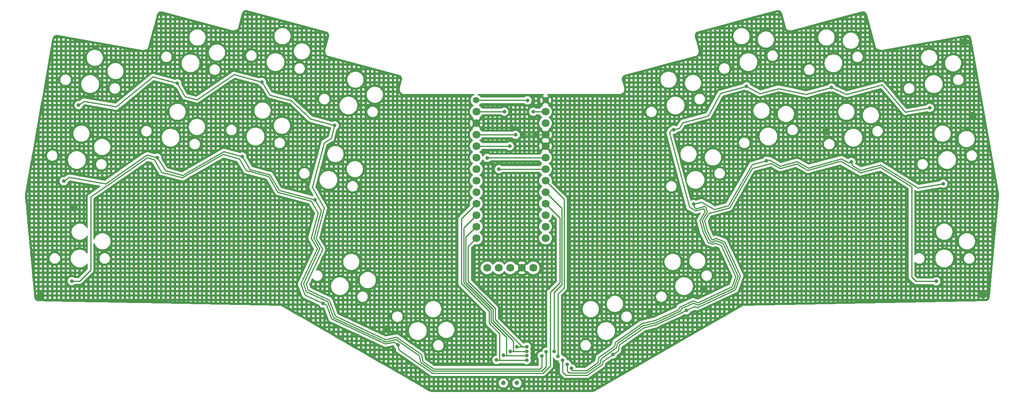
<source format=gtl>
G04 #@! TF.GenerationSoftware,KiCad,Pcbnew,7.0.1*
G04 #@! TF.CreationDate,2023-05-13T12:57:31+02:00*
G04 #@! TF.ProjectId,tutorial,7475746f-7269-4616-9c2e-6b696361645f,v1.0.0*
G04 #@! TF.SameCoordinates,Original*
G04 #@! TF.FileFunction,Copper,L1,Top*
G04 #@! TF.FilePolarity,Positive*
%FSLAX46Y46*%
G04 Gerber Fmt 4.6, Leading zero omitted, Abs format (unit mm)*
G04 Created by KiCad (PCBNEW 7.0.1) date 2023-05-13 12:57:31*
%MOMM*%
%LPD*%
G01*
G04 APERTURE LIST*
G04 #@! TA.AperFunction,ComponentPad*
%ADD10C,1.397000*%
G04 #@! TD*
G04 #@! TA.AperFunction,ComponentPad*
%ADD11C,1.752600*%
G04 #@! TD*
G04 #@! TA.AperFunction,WasherPad*
%ADD12C,1.000000*%
G04 #@! TD*
G04 #@! TA.AperFunction,ViaPad*
%ADD13C,0.800000*%
G04 #@! TD*
G04 #@! TA.AperFunction,Conductor*
%ADD14C,0.250000*%
G04 #@! TD*
G04 APERTURE END LIST*
D10*
X198263838Y-93774010D03*
D11*
X200683845Y-130754008D03*
X203223845Y-130754008D03*
X205763845Y-130754008D03*
X208303845Y-130754008D03*
X210843845Y-130754008D03*
D10*
X213563855Y-93774009D03*
D11*
X213546825Y-96267992D03*
X213546825Y-98807992D03*
X213546825Y-101347992D03*
X213546825Y-103887992D03*
X213546825Y-106427992D03*
X213546825Y-108967992D03*
X213546825Y-111507992D03*
X213546825Y-114047992D03*
X213546825Y-116587992D03*
X213546825Y-119127992D03*
X213546825Y-121667992D03*
X213546825Y-124207992D03*
X198306825Y-124207992D03*
X198306825Y-121667992D03*
X198306825Y-119127992D03*
X198306825Y-116587992D03*
X198306825Y-114047992D03*
X198306825Y-111507992D03*
X198306825Y-108967992D03*
X198306825Y-106427992D03*
X198306825Y-103887992D03*
X198306825Y-101347992D03*
X198306825Y-98807992D03*
X198306825Y-96267992D03*
D12*
X204263854Y-156174010D03*
X207263854Y-156174010D03*
D13*
X209586322Y-93790658D03*
X210843836Y-96290664D03*
X205686322Y-103888010D03*
X203286317Y-108968005D03*
X200683836Y-106490657D03*
X206986317Y-101390651D03*
X202755706Y-151078666D03*
X209409974Y-151151424D03*
X204486325Y-96268017D03*
X102275537Y-136965857D03*
X309875540Y-136665862D03*
X305875537Y-80865855D03*
X208303845Y-101390666D03*
X275275541Y-100665853D03*
X248375537Y-135465857D03*
X178675539Y-144265856D03*
X109675536Y-117465853D03*
X307675539Y-97165854D03*
X236375538Y-140665857D03*
X211786330Y-101348009D03*
X246967046Y-122066302D03*
X204255706Y-150078669D03*
X209409966Y-150151417D03*
X205755714Y-149178682D03*
X209409965Y-149151406D03*
X209409970Y-148151417D03*
X207255702Y-148151422D03*
X228373306Y-149851488D03*
X217317792Y-151148840D03*
X244558280Y-140142455D03*
X299589661Y-133727593D03*
X262212037Y-107107593D03*
X301124632Y-112171036D03*
X218294026Y-152048846D03*
X246145335Y-116692576D03*
X280918688Y-107375084D03*
X298172611Y-95429300D03*
X257812116Y-90686859D03*
X219294023Y-152948839D03*
X276518742Y-90954355D03*
X241745432Y-100271833D03*
X109258648Y-133680024D03*
X164595160Y-138628986D03*
X181064597Y-147732367D03*
X215406941Y-149192242D03*
X213706941Y-149292236D03*
X128062156Y-106445636D03*
X162738885Y-115737238D03*
X107465074Y-111633821D03*
X146768804Y-106178157D03*
X167138807Y-99316526D03*
X151072131Y-89731545D03*
X216306944Y-150292234D03*
X110729902Y-94845683D03*
X212706948Y-150192241D03*
X132462084Y-90024903D03*
D14*
X198263838Y-93774010D02*
X209569674Y-93774020D01*
X213546834Y-96268000D02*
X210866512Y-96268011D01*
X198306827Y-103887998D02*
X205686322Y-103888010D01*
X213546834Y-108968008D02*
X203286317Y-108968005D01*
X200746483Y-106428013D02*
X200683836Y-106490657D01*
X213546826Y-106428003D02*
X200746483Y-106428013D01*
X198306838Y-101348004D02*
X206943674Y-101348007D01*
X203355695Y-151151417D02*
X208009975Y-151151419D01*
X201105701Y-142928658D02*
X203455708Y-145278661D01*
X201105697Y-140328662D02*
X201105701Y-142928658D01*
X195009970Y-134232924D02*
X201105697Y-140328662D01*
X203455707Y-151051420D02*
X203355695Y-151151417D01*
X203455708Y-145278661D02*
X203455707Y-151051420D01*
X198306824Y-116588001D02*
X195009970Y-119884870D01*
X195009970Y-119884870D02*
X195009969Y-127551417D01*
X202828465Y-151151414D02*
X202755706Y-151078666D01*
X208009975Y-151151419D02*
X209409974Y-151151424D01*
X203355695Y-151151417D02*
X202828465Y-151151414D01*
X195009978Y-133678666D02*
X195009970Y-134232924D01*
X195009969Y-127551417D02*
X195009978Y-133678666D01*
X198306816Y-96267998D02*
X204486325Y-96268017D01*
X205721183Y-98808006D02*
X208303845Y-101390666D01*
X213546828Y-101348010D02*
X208346487Y-101348016D01*
X208346487Y-101348016D02*
X208303845Y-101390666D01*
X198306826Y-98807994D02*
X205721183Y-98808006D01*
X205055713Y-150151420D02*
X209409966Y-150151417D01*
X195509972Y-121924862D02*
X195509973Y-134032922D01*
X201555716Y-142678671D02*
X204955709Y-146078671D01*
X204955709Y-146078671D02*
X204955712Y-150151422D01*
X195509973Y-134032922D02*
X201555700Y-140078659D01*
X201555700Y-140078659D02*
X201555704Y-142278657D01*
X201555704Y-142278657D02*
X201555706Y-142615062D01*
X205055713Y-150151420D02*
X204328464Y-150151415D01*
X204955712Y-150151422D02*
X205055713Y-150151420D01*
X201555704Y-142278657D02*
X201555716Y-142678671D01*
X201555706Y-142615062D02*
X201555716Y-142678671D01*
X198306832Y-119128001D02*
X195509972Y-121924862D01*
X204328464Y-150151415D02*
X204255706Y-150078669D01*
X205955711Y-149178666D02*
X205755714Y-149178682D01*
X198293389Y-121668009D02*
X196009961Y-123951416D01*
X198306829Y-121668010D02*
X198293389Y-121668009D01*
X205955711Y-149178666D02*
X206455707Y-149178672D01*
X196009970Y-127551424D02*
X196009970Y-133578665D01*
X202005713Y-142365060D02*
X202005721Y-142428662D01*
X196009961Y-123951416D02*
X196009970Y-127551424D01*
X196009970Y-133578665D02*
X196009979Y-133869320D01*
X196009979Y-133869320D02*
X202005707Y-139865062D01*
X209382720Y-149178673D02*
X209409965Y-149151406D01*
X206455717Y-146878658D02*
X206455707Y-149178672D01*
X202005721Y-142428662D02*
X206455717Y-146878658D01*
X206455707Y-149178672D02*
X209382720Y-149178673D01*
X202005707Y-139865062D02*
X202005713Y-142365060D01*
X196509959Y-126051416D02*
X196509973Y-133378670D01*
X196509973Y-133378670D02*
X196509957Y-133578665D01*
X196509973Y-126004861D02*
X196509959Y-126051416D01*
X202455709Y-142178674D02*
X208428457Y-148151420D01*
X198306820Y-124207999D02*
X196509973Y-126004861D01*
X202455703Y-139678669D02*
X202455709Y-142178674D01*
X208428457Y-148151420D02*
X208455714Y-148151416D01*
X208455714Y-148151416D02*
X209409970Y-148151417D01*
X196509979Y-133732927D02*
X202455703Y-139678669D01*
X207255702Y-148151422D02*
X208455714Y-148151416D01*
X196509973Y-133378670D02*
X196509979Y-133732927D01*
X263226579Y-107663570D02*
X259073086Y-108776498D01*
X287359085Y-108575778D02*
X282918298Y-109765694D01*
X265186173Y-108794943D02*
X263226579Y-107663570D01*
X226043841Y-152107528D02*
X226169553Y-151394566D01*
X271244936Y-109190289D02*
X268856684Y-107811431D01*
X268856684Y-107811431D02*
X265186173Y-108794943D01*
X250036058Y-124399036D02*
X250394641Y-124529549D01*
X246915763Y-139501686D02*
X252003823Y-137129085D01*
X222724861Y-154431500D02*
X226043841Y-152107528D01*
X294155715Y-112861858D02*
X294155703Y-132778668D01*
X295104616Y-133727587D02*
X299589661Y-133727593D01*
X244558280Y-140142455D02*
X246363479Y-139300673D01*
X235263116Y-143911079D02*
X237703781Y-143338755D01*
X217992376Y-154431499D02*
X222724861Y-154431500D01*
X256463637Y-132495973D02*
X255344273Y-135571413D01*
X287416029Y-108608653D02*
X294155715Y-112861858D01*
X217317787Y-151356911D02*
X217317791Y-153756906D01*
X228373306Y-149851488D02*
X226169553Y-151394566D01*
X278537294Y-107236301D02*
X271244936Y-109190289D01*
X252944303Y-124948722D02*
X256463637Y-132495973D01*
X252003823Y-137129085D02*
X255344273Y-135571413D01*
X246363479Y-139300673D02*
X246915763Y-139501686D01*
X249160084Y-122520499D02*
X250036058Y-124399036D01*
X249518615Y-118706353D02*
X248575698Y-120339537D01*
X250394641Y-124529549D02*
X251007481Y-124243777D01*
X294155703Y-132778668D02*
X295104616Y-133727587D01*
X228373306Y-149851488D02*
X229550273Y-149027374D01*
X229774796Y-147754043D02*
X235263116Y-143911079D01*
X237703781Y-143338755D02*
X244558280Y-140142455D01*
X282918298Y-109765694D02*
X278537294Y-107236301D01*
X229550273Y-149027374D02*
X229774796Y-147754043D01*
X251007481Y-124243777D02*
X252944303Y-124948722D01*
X248575698Y-120339537D02*
X249160084Y-122520499D01*
X254039448Y-117495001D02*
X249518615Y-118706353D01*
X217317791Y-153756906D02*
X217992376Y-154431499D01*
X259073086Y-108776498D02*
X254039448Y-117495001D01*
X281142179Y-108209184D02*
X282900990Y-109224651D01*
X249663554Y-124759822D02*
X250407630Y-125030645D01*
X250727519Y-117845928D02*
X253783076Y-117027192D01*
X246066104Y-138531897D02*
X243467307Y-139743733D01*
X280918688Y-107375084D02*
X281142179Y-108209184D01*
X229368887Y-147378758D02*
X229196982Y-148353662D01*
X234939117Y-143478433D02*
X229368887Y-147378758D01*
X248809044Y-117309845D02*
X249103680Y-118409417D01*
X253783076Y-117027192D02*
X259015654Y-107964068D01*
X255941343Y-132559002D02*
X254960505Y-135253849D01*
X247910596Y-116219581D02*
X250727519Y-117845928D01*
X265188517Y-108276677D02*
X262861966Y-106933445D01*
X246145335Y-116692576D02*
X246350943Y-117459911D01*
X254960505Y-135253849D02*
X254170049Y-135622441D01*
X284736358Y-108733275D02*
X287347251Y-108033685D01*
X243467307Y-139743733D02*
X243287169Y-140238663D01*
X246350943Y-117459911D02*
X246690098Y-117655715D01*
X259932434Y-107718422D02*
X262212037Y-107107593D01*
X249103680Y-118409417D02*
X248036269Y-120258218D01*
X280181170Y-107572708D02*
X280918688Y-107375084D01*
X247113309Y-138913046D02*
X246066104Y-138531897D01*
X278710990Y-106723892D02*
X271369952Y-108690926D01*
X218294026Y-153527064D02*
X218294026Y-152048846D01*
X262861966Y-106933445D02*
X262212037Y-107107593D01*
X250407630Y-125030645D02*
X250983885Y-124761933D01*
X271369952Y-108690926D02*
X268920459Y-107276704D01*
X225756548Y-150762684D02*
X225563630Y-151856787D01*
X218706390Y-153939417D02*
X218294026Y-153527064D01*
X243287169Y-140238663D02*
X237768586Y-142812021D01*
X229196982Y-148353662D02*
X225756548Y-150762684D01*
X268920459Y-107276704D02*
X265188517Y-108276677D01*
X252575668Y-125341296D02*
X255941343Y-132559002D01*
X301124632Y-112171036D02*
X295498266Y-113163127D01*
X222591060Y-153938198D02*
X222589831Y-153939422D01*
X248546531Y-117158284D02*
X248809044Y-117309845D01*
X254170049Y-135622441D02*
X247113309Y-138913046D01*
X222589831Y-153939422D02*
X218706390Y-153939417D01*
X237768586Y-142812021D02*
X234939117Y-143478433D01*
X284735875Y-108732998D02*
X284736358Y-108733275D01*
X250983885Y-124761933D02*
X252575668Y-125341296D01*
X225563630Y-151856787D02*
X222591060Y-153938198D01*
X248036269Y-120258218D02*
X248673656Y-122636983D01*
X259015654Y-107964068D02*
X259932434Y-107718422D01*
X282900990Y-109224651D02*
X284735875Y-108732998D01*
X246690098Y-117655715D02*
X248546531Y-117158284D01*
X287347251Y-108033685D02*
X295498266Y-113163127D01*
X246145335Y-116692576D02*
X247910596Y-116219581D01*
X248673656Y-122636983D02*
X249663554Y-124759822D01*
X278710990Y-106723892D02*
X280181170Y-107572708D01*
X219499035Y-153441288D02*
X219294025Y-153236279D01*
X243029374Y-139425919D02*
X242838051Y-139951571D01*
X222516177Y-153441287D02*
X219499035Y-153441288D01*
X225095819Y-151635000D02*
X222516177Y-153441287D01*
X246565086Y-118155091D02*
X248341997Y-117678961D01*
X240813865Y-100954173D02*
X245213791Y-117374916D01*
X276518742Y-90954355D02*
X279810949Y-92453324D01*
X248187231Y-122753468D02*
X249287837Y-125113724D01*
X249287837Y-125113724D02*
X250417408Y-125524854D01*
X250950199Y-125276413D02*
X252207042Y-125733863D01*
X234831607Y-143004370D02*
X228901079Y-147156963D01*
X243041277Y-99924615D02*
X243748132Y-98700294D01*
X219294025Y-153236279D02*
X219294023Y-152948839D01*
X257812116Y-90686859D02*
X252109966Y-92214735D01*
X245213791Y-117374916D02*
X246565086Y-118155091D01*
X248460389Y-117747319D02*
X248553674Y-118095444D01*
X241745432Y-100271833D02*
X241109422Y-100442249D01*
X237672098Y-142360500D02*
X234831607Y-143004370D01*
X241745432Y-100271833D02*
X243041277Y-99924615D01*
X248620770Y-118345837D02*
X247518005Y-120255876D01*
X247092066Y-138426440D02*
X246014136Y-138034096D01*
X247518005Y-120255876D02*
X248187231Y-122753468D01*
X248341997Y-117678961D02*
X248460389Y-117747319D01*
X248553674Y-118095444D02*
X248620770Y-118345837D01*
X252207042Y-125733863D02*
X255430544Y-132646693D01*
X255430544Y-132646693D02*
X254601389Y-134924783D01*
X257812116Y-90686859D02*
X260712014Y-92267246D01*
X246014136Y-138034096D02*
X243029374Y-139425919D01*
X243748132Y-98700294D02*
X249413032Y-97182390D01*
X225298522Y-150485419D02*
X225095819Y-151635000D01*
X250417408Y-125524854D02*
X250950199Y-125276413D01*
X249413032Y-97182390D02*
X252109966Y-92214735D01*
X260712014Y-92267246D02*
X264870017Y-91153144D01*
X242838051Y-139951571D02*
X237672098Y-142360500D01*
X298172611Y-95429300D02*
X292773947Y-96381242D01*
X241109422Y-100442249D02*
X240813865Y-100954173D01*
X254601389Y-134924783D02*
X247092066Y-138426440D01*
X287639469Y-90355693D02*
X292773947Y-96381242D01*
X264870017Y-91153144D02*
X270913229Y-92456339D01*
X279810949Y-92453324D02*
X287639469Y-90355693D01*
X276518742Y-90954355D02*
X270913229Y-92456339D01*
X228901079Y-147156963D02*
X228738960Y-148076396D01*
X228738960Y-148076396D02*
X225298522Y-150485419D01*
X142546533Y-105705194D02*
X133605884Y-110867079D01*
X154577458Y-114016271D02*
X152597546Y-110586960D01*
X213546830Y-116588001D02*
X216671981Y-119713155D01*
X164595160Y-138628986D02*
X160563947Y-136749199D01*
X125826349Y-106453789D02*
X113408697Y-115059281D01*
X113408697Y-115059281D02*
X113408709Y-131235061D01*
X152597546Y-110586960D02*
X147588295Y-109244741D01*
X180251984Y-147163363D02*
X178222385Y-147521234D01*
X188671981Y-154017822D02*
X212946401Y-154017825D01*
X159679806Y-134320062D02*
X163309875Y-126535361D01*
X214571990Y-136117826D02*
X214571991Y-148092237D01*
X172051792Y-144643839D02*
X178222385Y-147521234D01*
X133605884Y-110867079D02*
X128973255Y-109625758D01*
X163309875Y-126535361D02*
X161956254Y-124190810D01*
X147588295Y-109244741D02*
X146093438Y-106655600D01*
X163450000Y-118616079D02*
X161932055Y-115986918D01*
X216671981Y-119713155D02*
X216671984Y-134017821D01*
X146093438Y-106655600D02*
X142546533Y-105705194D01*
X214571978Y-152392242D02*
X214571991Y-148092237D01*
X212946401Y-154017825D02*
X214571978Y-152392242D01*
X181064597Y-147732367D02*
X181257465Y-148826122D01*
X216671984Y-134017821D02*
X214571990Y-136117826D01*
X165309748Y-138962200D02*
X166422240Y-142018728D01*
X161956254Y-124190810D02*
X163450000Y-118616079D01*
X164595160Y-138628986D02*
X165309748Y-138962200D01*
X113408709Y-131235061D02*
X110963747Y-133680022D01*
X160563947Y-136749199D02*
X159679806Y-134320062D01*
X128973255Y-109625758D02*
X127382676Y-106870811D01*
X181257465Y-148826122D02*
X188671981Y-154017822D01*
X166422240Y-142018728D02*
X172051792Y-144643839D01*
X127382676Y-106870811D02*
X125826349Y-106453789D01*
X181064597Y-147732367D02*
X180251984Y-147163363D01*
X110963747Y-133680022D02*
X109258648Y-133680024D01*
X161932055Y-115986918D02*
X154577458Y-114016271D01*
X213546827Y-114047995D02*
X217121985Y-117623156D01*
X163822987Y-126512707D02*
X160222243Y-134234523D01*
X152697103Y-110147772D02*
X152903287Y-110203014D01*
X154883179Y-113632319D02*
X152903287Y-110203014D01*
X164126908Y-118141365D02*
X162498510Y-124218645D01*
X165596508Y-138207994D02*
X166880577Y-141735948D01*
X160222243Y-134234523D02*
X160865516Y-136001899D01*
X108673445Y-110787705D02*
X116689464Y-112201144D01*
X188760543Y-153530468D02*
X212768703Y-153530482D01*
X178273818Y-147048698D02*
X180657506Y-146554745D01*
X125858193Y-105855082D02*
X125256214Y-106202646D01*
X185763705Y-150130146D02*
X186025607Y-151615464D01*
X133647566Y-110323399D02*
X142710696Y-105090788D01*
X148508390Y-109025429D02*
X152697103Y-110147772D01*
X160865516Y-136001899D02*
X165596508Y-138207994D01*
X162738885Y-115737238D02*
X154883179Y-113632319D01*
X217121985Y-117623156D02*
X217121976Y-134477202D01*
X217121976Y-134477202D02*
X215406949Y-136192240D01*
X146768804Y-106178157D02*
X148508390Y-109025429D01*
X215406949Y-136192240D02*
X215406941Y-149192242D01*
X107465074Y-111633821D02*
X108673445Y-110787705D01*
X180657506Y-146554745D02*
X185763705Y-150130146D01*
X213706946Y-152592237D02*
X213706941Y-149292236D01*
X162498510Y-124218645D02*
X163822987Y-126512707D01*
X186025607Y-151615464D02*
X188760543Y-153530468D01*
X129898343Y-109318799D02*
X133647566Y-110323399D01*
X116689464Y-112201144D02*
X125256214Y-106202646D01*
X128062156Y-106445636D02*
X125858193Y-105855082D01*
X212768703Y-153530482D02*
X213706946Y-152592237D01*
X166880577Y-141735948D02*
X178273818Y-147048698D01*
X128062156Y-106445636D02*
X129898343Y-109318799D01*
X162738885Y-115737238D02*
X164126908Y-118141365D01*
X142710696Y-105090788D02*
X146768804Y-106178157D01*
X165943645Y-137846025D02*
X167239684Y-141406878D01*
X212344237Y-153054950D02*
X212706949Y-152692239D01*
X216306956Y-149892233D02*
X216306944Y-150092234D01*
X213546829Y-111508000D02*
X217606942Y-115568111D01*
X211806943Y-153054947D02*
X212344237Y-153054950D01*
X186456779Y-151368016D02*
X187430529Y-152049849D01*
X163040292Y-124219181D02*
X164442952Y-126648649D01*
X119039576Y-95216213D02*
X127123167Y-88594328D01*
X188865951Y-153054944D02*
X211806943Y-153054947D01*
X217606936Y-135192237D02*
X216306944Y-136492242D01*
X151072131Y-89731545D02*
X152908306Y-92604681D01*
X110729902Y-94845683D02*
X111978781Y-93971205D01*
X160828357Y-134400170D02*
X161293276Y-135677528D01*
X151072131Y-89731545D02*
X144990656Y-88102016D01*
X212706949Y-152692239D02*
X212706948Y-150192241D01*
X217606942Y-115568111D02*
X217606953Y-126392242D01*
X217606936Y-135192237D02*
X217606953Y-126392242D01*
X216306944Y-136492242D02*
X216306956Y-149892233D01*
X152908306Y-92604681D02*
X157531954Y-93843564D01*
X164821994Y-103119005D02*
X162179500Y-112980931D01*
X161830056Y-97894038D02*
X157531954Y-93843564D01*
X167239684Y-141406878D02*
X178237418Y-146535201D01*
X134175797Y-92968760D02*
X136770985Y-93664139D01*
X180756182Y-146065126D02*
X186192997Y-149872010D01*
X161293276Y-135677528D02*
X165943645Y-137846025D01*
X132462084Y-90024903D02*
X127123167Y-88594328D01*
X167138807Y-99316526D02*
X161830056Y-97894038D01*
X188823080Y-153024924D02*
X188865951Y-153054944D01*
X186192997Y-149872010D02*
X186456779Y-151368016D01*
X132462084Y-90024903D02*
X134175797Y-92968760D01*
X162179500Y-112980931D02*
X164824174Y-117561639D01*
X167138807Y-99316526D02*
X166357475Y-102232498D01*
X166357475Y-102232498D02*
X164821994Y-103119005D01*
X178237418Y-146535201D02*
X180756182Y-146065126D01*
X164824174Y-117561639D02*
X163040292Y-124219181D01*
X111978781Y-93971205D02*
X119039576Y-95216213D01*
X187430529Y-152049849D02*
X188823080Y-153024924D01*
X164442952Y-126648649D02*
X160828357Y-134400170D01*
X136770985Y-93664139D02*
X144990656Y-88102016D01*
G04 #@! TA.AperFunction,Conductor*
G36*
X147679241Y-73869074D02*
G01*
X147700760Y-73870960D01*
X147843046Y-73896070D01*
X147853604Y-73898413D01*
X147894400Y-73909351D01*
X147894445Y-73909354D01*
X161534047Y-77564065D01*
X165195997Y-78545279D01*
X165196010Y-78545283D01*
X165230221Y-78554450D01*
X165240532Y-78557700D01*
X165241307Y-78557982D01*
X165376713Y-78607262D01*
X165396303Y-78616396D01*
X165517085Y-78686126D01*
X165534784Y-78698518D01*
X165585014Y-78740664D01*
X165641623Y-78788163D01*
X165656907Y-78803446D01*
X165746556Y-78910281D01*
X165758954Y-78927986D01*
X165828663Y-79048720D01*
X165828688Y-79048762D01*
X165837823Y-79068353D01*
X165885522Y-79199399D01*
X165891117Y-79220276D01*
X165915338Y-79357624D01*
X165917222Y-79379158D01*
X165917223Y-79518621D01*
X165915339Y-79540153D01*
X165890358Y-79681839D01*
X165888017Y-79692401D01*
X165097405Y-82643035D01*
X165097395Y-82643060D01*
X165087105Y-82681471D01*
X165087105Y-82681475D01*
X165087106Y-82681475D01*
X165085144Y-82688800D01*
X165078085Y-82715147D01*
X165078076Y-82715239D01*
X165062499Y-82773394D01*
X165046109Y-82960861D01*
X165062520Y-83148327D01*
X165111229Y-83330093D01*
X165181580Y-83480958D01*
X165190761Y-83500645D01*
X165298696Y-83654795D01*
X165383585Y-83739689D01*
X165431758Y-83787865D01*
X165585899Y-83895807D01*
X165585900Y-83895807D01*
X165585901Y-83895808D01*
X165756447Y-83975349D01*
X165799487Y-83986884D01*
X165799640Y-83986956D01*
X165820788Y-83992622D01*
X165820789Y-83992623D01*
X181262667Y-88130237D01*
X181262685Y-88130244D01*
X181295948Y-88139155D01*
X181295951Y-88139156D01*
X181296899Y-88139410D01*
X181307212Y-88142660D01*
X181436255Y-88189623D01*
X181443378Y-88192215D01*
X181462968Y-88201350D01*
X181583742Y-88271073D01*
X181601446Y-88283468D01*
X181651710Y-88325643D01*
X181708281Y-88373110D01*
X181723565Y-88388394D01*
X181813211Y-88495227D01*
X181825610Y-88512934D01*
X181895337Y-88633704D01*
X181904472Y-88653294D01*
X181952170Y-88784344D01*
X181957762Y-88805213D01*
X181981602Y-88940426D01*
X181981978Y-88942558D01*
X181983861Y-88964091D01*
X181983858Y-89103553D01*
X181981973Y-89125087D01*
X181956839Y-89267597D01*
X181954499Y-89278154D01*
X181755760Y-90019852D01*
X181495442Y-90991367D01*
X181482318Y-91040345D01*
X181482318Y-91040346D01*
X181471214Y-91081787D01*
X181471202Y-91081783D01*
X181471190Y-91081879D01*
X181454570Y-91143720D01*
X181439069Y-91340771D01*
X181459735Y-91537342D01*
X181515875Y-91726859D01*
X181605604Y-91902959D01*
X181605612Y-91902973D01*
X181725938Y-92059785D01*
X181872825Y-92192045D01*
X182041354Y-92295323D01*
X182225881Y-92366162D01*
X182420227Y-92402188D01*
X182518968Y-92402115D01*
X182519041Y-92402115D01*
X182519343Y-92402115D01*
X182543587Y-92402116D01*
X182543587Y-92402115D01*
X182568243Y-92402116D01*
X182568251Y-92402115D01*
X197790528Y-92402121D01*
X197854393Y-92419832D01*
X197900013Y-92467906D01*
X197914358Y-92532610D01*
X197893329Y-92595461D01*
X197842933Y-92638503D01*
X197658032Y-92724724D01*
X197485028Y-92845862D01*
X197335690Y-92995200D01*
X197214552Y-93168204D01*
X197125296Y-93359613D01*
X197070633Y-93563618D01*
X197052226Y-93774010D01*
X197070633Y-93984401D01*
X197125296Y-94188406D01*
X197168974Y-94282073D01*
X197214552Y-94379816D01*
X197335690Y-94552819D01*
X197485029Y-94702158D01*
X197658032Y-94823296D01*
X197658035Y-94823297D01*
X197666919Y-94829518D01*
X197665631Y-94831356D01*
X197705438Y-94865741D01*
X197725812Y-94930219D01*
X197709327Y-94995798D01*
X197660885Y-95042978D01*
X197546814Y-95104711D01*
X197365714Y-95245667D01*
X197365711Y-95245669D01*
X197365711Y-95245670D01*
X197335987Y-95277959D01*
X197210277Y-95414516D01*
X197084757Y-95606638D01*
X197042703Y-95702511D01*
X196992568Y-95816807D01*
X196966663Y-95919107D01*
X196936230Y-96039284D01*
X196917278Y-96267991D01*
X196936230Y-96496699D01*
X196936230Y-96496702D01*
X196936231Y-96496704D01*
X196992568Y-96719177D01*
X197083810Y-96927186D01*
X197084757Y-96929345D01*
X197116741Y-96978300D01*
X197210278Y-97121469D01*
X197365711Y-97290314D01*
X197450566Y-97356359D01*
X197544196Y-97429235D01*
X197546815Y-97431273D01*
X197551429Y-97433769D01*
X197598933Y-97479349D01*
X197616411Y-97542821D01*
X197598936Y-97606294D01*
X197558924Y-97644688D01*
X197559588Y-97645541D01*
X197524914Y-97672528D01*
X198306825Y-98454439D01*
X198306826Y-98454439D01*
X199088735Y-97672529D01*
X199088734Y-97672527D01*
X199054061Y-97645539D01*
X199054724Y-97644686D01*
X199014716Y-97606298D01*
X198997239Y-97542824D01*
X199014716Y-97479350D01*
X199062220Y-97433769D01*
X199066835Y-97431273D01*
X199107654Y-97399502D01*
X200179710Y-97399502D01*
X200179710Y-97543395D01*
X200201871Y-97596897D01*
X200255374Y-97619059D01*
X200606046Y-97619059D01*
X200659548Y-97596897D01*
X200681710Y-97543395D01*
X200681710Y-97399505D01*
X201179710Y-97399505D01*
X201179710Y-97543395D01*
X201201871Y-97596897D01*
X201255374Y-97619059D01*
X201606046Y-97619059D01*
X201659548Y-97596897D01*
X201681710Y-97543395D01*
X201681710Y-97399507D01*
X202179710Y-97399507D01*
X202179710Y-97543395D01*
X202201871Y-97596897D01*
X202255374Y-97619059D01*
X202606046Y-97619059D01*
X202659548Y-97596897D01*
X202681710Y-97543395D01*
X202681710Y-97399510D01*
X203179710Y-97399510D01*
X203179710Y-97543395D01*
X203201871Y-97596897D01*
X203255374Y-97619059D01*
X203606046Y-97619059D01*
X203659548Y-97596897D01*
X203681710Y-97543395D01*
X205179710Y-97543395D01*
X205201871Y-97596897D01*
X205255374Y-97619059D01*
X205606046Y-97619059D01*
X205659548Y-97596897D01*
X205681710Y-97543395D01*
X206179710Y-97543395D01*
X206201871Y-97596897D01*
X206255374Y-97619059D01*
X206606046Y-97619059D01*
X206659548Y-97596897D01*
X206681710Y-97543395D01*
X207179710Y-97543395D01*
X207201871Y-97596897D01*
X207255374Y-97619059D01*
X207606046Y-97619059D01*
X207659548Y-97596897D01*
X207681710Y-97543395D01*
X208179710Y-97543395D01*
X208201871Y-97596897D01*
X208255374Y-97619059D01*
X208606046Y-97619059D01*
X208659548Y-97596897D01*
X208681710Y-97543395D01*
X209179710Y-97543395D01*
X209201871Y-97596897D01*
X209255374Y-97619059D01*
X209606046Y-97619059D01*
X209659548Y-97596897D01*
X209681710Y-97543395D01*
X209681710Y-97534583D01*
X210179710Y-97534583D01*
X210179710Y-97543395D01*
X210201871Y-97596897D01*
X210255374Y-97619059D01*
X210369448Y-97619059D01*
X211318224Y-97619059D01*
X211606046Y-97619059D01*
X211659548Y-97596897D01*
X211681710Y-97543395D01*
X211681710Y-97420441D01*
X211561505Y-97507777D01*
X211539054Y-97520740D01*
X211318224Y-97619059D01*
X210369448Y-97619059D01*
X210179710Y-97534583D01*
X209681710Y-97534583D01*
X209681710Y-97192723D01*
X209659548Y-97139220D01*
X209606046Y-97117059D01*
X209255374Y-97117059D01*
X209201871Y-97139220D01*
X209179710Y-97192723D01*
X209179710Y-97543395D01*
X208681710Y-97543395D01*
X208681710Y-97192723D01*
X208659548Y-97139220D01*
X208606046Y-97117059D01*
X208255374Y-97117059D01*
X208201871Y-97139220D01*
X208179710Y-97192723D01*
X208179710Y-97543395D01*
X207681710Y-97543395D01*
X207681710Y-97192723D01*
X207659548Y-97139220D01*
X207606046Y-97117059D01*
X207255374Y-97117059D01*
X207201871Y-97139220D01*
X207179710Y-97192723D01*
X207179710Y-97543395D01*
X206681710Y-97543395D01*
X206681710Y-97192723D01*
X206659548Y-97139220D01*
X206606046Y-97117059D01*
X206255374Y-97117059D01*
X206201871Y-97139220D01*
X206179710Y-97192723D01*
X206179710Y-97543395D01*
X205681710Y-97543395D01*
X205681710Y-97192723D01*
X205659548Y-97139220D01*
X205612186Y-97119602D01*
X205441361Y-97309322D01*
X205422097Y-97326666D01*
X205203994Y-97485130D01*
X205181543Y-97498093D01*
X205179710Y-97498909D01*
X205179710Y-97543395D01*
X203681710Y-97543395D01*
X203681710Y-97421959D01*
X203650815Y-97399511D01*
X203179710Y-97399510D01*
X202681710Y-97399510D01*
X202179710Y-97399507D01*
X201681710Y-97399507D01*
X201179710Y-97399505D01*
X200681710Y-97399505D01*
X200681710Y-97399504D01*
X200179710Y-97399502D01*
X199107654Y-97399502D01*
X199247939Y-97290314D01*
X199403372Y-97121469D01*
X199510381Y-96957678D01*
X199555172Y-96916446D01*
X199614188Y-96901501D01*
X203779015Y-96901513D01*
X203829447Y-96912233D01*
X203871162Y-96942541D01*
X203875072Y-96946883D01*
X203974353Y-97019015D01*
X204029573Y-97059135D01*
X204204039Y-97136812D01*
X204390836Y-97176517D01*
X204390838Y-97176517D01*
X204581812Y-97176517D01*
X204581814Y-97176517D01*
X204768610Y-97136812D01*
X204768611Y-97136811D01*
X204768613Y-97136811D01*
X204943077Y-97059135D01*
X205097578Y-96946883D01*
X205225365Y-96804961D01*
X205284734Y-96702132D01*
X205320852Y-96639573D01*
X205331941Y-96605444D01*
X205352102Y-96543395D01*
X206179710Y-96543395D01*
X206201871Y-96596897D01*
X206255374Y-96619059D01*
X206606046Y-96619059D01*
X206659548Y-96596897D01*
X206681710Y-96543395D01*
X207179710Y-96543395D01*
X207201871Y-96596897D01*
X207255374Y-96619059D01*
X207606046Y-96619059D01*
X207659548Y-96596897D01*
X207681710Y-96543395D01*
X208179710Y-96543395D01*
X208201871Y-96596897D01*
X208255374Y-96619059D01*
X208606046Y-96619059D01*
X208659548Y-96596897D01*
X208681710Y-96543395D01*
X209179710Y-96543395D01*
X209201871Y-96596897D01*
X209255374Y-96619059D01*
X209471657Y-96619059D01*
X209464521Y-96597097D01*
X209459131Y-96571741D01*
X209430951Y-96303626D01*
X209430951Y-96290664D01*
X209930332Y-96290664D01*
X209930888Y-96295950D01*
X209950294Y-96480593D01*
X210009308Y-96662220D01*
X210104793Y-96827605D01*
X210104796Y-96827608D01*
X210232583Y-96969530D01*
X210322210Y-97034648D01*
X210387084Y-97081782D01*
X210561550Y-97159459D01*
X210748347Y-97199164D01*
X210748349Y-97199164D01*
X210939323Y-97199164D01*
X210939325Y-97199164D01*
X211126121Y-97159459D01*
X211126122Y-97159458D01*
X211126124Y-97159458D01*
X211300588Y-97081782D01*
X211455089Y-96969530D01*
X211479397Y-96942533D01*
X211521108Y-96912228D01*
X211571540Y-96901507D01*
X212239464Y-96901505D01*
X212298480Y-96916450D01*
X212343269Y-96957680D01*
X212450278Y-97121469D01*
X212605711Y-97290314D01*
X212651901Y-97326265D01*
X212794923Y-97437584D01*
X212793463Y-97439459D01*
X212829995Y-97474501D01*
X212847482Y-97537971D01*
X212830016Y-97601446D01*
X212793466Y-97636528D01*
X212794923Y-97638400D01*
X212605714Y-97785667D01*
X212605711Y-97785669D01*
X212605711Y-97785670D01*
X212602118Y-97789573D01*
X212450277Y-97954516D01*
X212324757Y-98146638D01*
X212278131Y-98252934D01*
X212232568Y-98356807D01*
X212197747Y-98494316D01*
X212176230Y-98579284D01*
X212157278Y-98807992D01*
X212176230Y-99036699D01*
X212176230Y-99036702D01*
X212176231Y-99036704D01*
X212232568Y-99259177D01*
X212318397Y-99454846D01*
X212324757Y-99469345D01*
X212379902Y-99553750D01*
X212450278Y-99661469D01*
X212605711Y-99830314D01*
X212693034Y-99898280D01*
X212784160Y-99969207D01*
X212786815Y-99971273D01*
X212791429Y-99973769D01*
X212838933Y-100019349D01*
X212856411Y-100082821D01*
X212838936Y-100146294D01*
X212798924Y-100184688D01*
X212799588Y-100185541D01*
X212764914Y-100212528D01*
X213546825Y-100994439D01*
X213546826Y-100994439D01*
X214120788Y-100420476D01*
X215179710Y-100420476D01*
X215195252Y-100444265D01*
X215204999Y-100462276D01*
X215273771Y-100619059D01*
X215606046Y-100619059D01*
X215659548Y-100596897D01*
X215681710Y-100543395D01*
X216179710Y-100543395D01*
X216201871Y-100596897D01*
X216255374Y-100619059D01*
X216606046Y-100619059D01*
X216659548Y-100596897D01*
X216681710Y-100543395D01*
X217179710Y-100543395D01*
X217201871Y-100596897D01*
X217255374Y-100619059D01*
X217606046Y-100619059D01*
X217659548Y-100596897D01*
X217681710Y-100543395D01*
X218179710Y-100543395D01*
X218201871Y-100596897D01*
X218255374Y-100619059D01*
X218606046Y-100619059D01*
X218659548Y-100596897D01*
X218681710Y-100543395D01*
X219179710Y-100543395D01*
X219201871Y-100596897D01*
X219255374Y-100619059D01*
X219606046Y-100619059D01*
X219659548Y-100596897D01*
X219681710Y-100543395D01*
X220179710Y-100543395D01*
X220201871Y-100596897D01*
X220255374Y-100619059D01*
X220606046Y-100619059D01*
X220659548Y-100596897D01*
X220681710Y-100543395D01*
X221179710Y-100543395D01*
X221201871Y-100596897D01*
X221255374Y-100619059D01*
X221606046Y-100619059D01*
X221659548Y-100596897D01*
X221681710Y-100543395D01*
X222179710Y-100543395D01*
X222201871Y-100596897D01*
X222255374Y-100619059D01*
X222606046Y-100619059D01*
X222659548Y-100596897D01*
X222681710Y-100543395D01*
X223179710Y-100543395D01*
X223201871Y-100596897D01*
X223255374Y-100619059D01*
X223606046Y-100619059D01*
X223659548Y-100596897D01*
X223681710Y-100543395D01*
X224179710Y-100543395D01*
X224201871Y-100596897D01*
X224255374Y-100619059D01*
X224606046Y-100619059D01*
X224659548Y-100596897D01*
X224681710Y-100543395D01*
X225179710Y-100543395D01*
X225201871Y-100596897D01*
X225255374Y-100619059D01*
X225606046Y-100619059D01*
X225659548Y-100596897D01*
X225681710Y-100543395D01*
X226179710Y-100543395D01*
X226201871Y-100596897D01*
X226255374Y-100619059D01*
X226606046Y-100619059D01*
X226659548Y-100596897D01*
X226681710Y-100543395D01*
X227179710Y-100543395D01*
X227201871Y-100596897D01*
X227255374Y-100619059D01*
X227606046Y-100619059D01*
X227659548Y-100596897D01*
X227681710Y-100543395D01*
X228179710Y-100543395D01*
X228201871Y-100596897D01*
X228255374Y-100619059D01*
X228606046Y-100619059D01*
X228659548Y-100596897D01*
X228681710Y-100543395D01*
X229179710Y-100543395D01*
X229201871Y-100596897D01*
X229255374Y-100619059D01*
X229606046Y-100619059D01*
X229659548Y-100596897D01*
X229681710Y-100543395D01*
X230179710Y-100543395D01*
X230201871Y-100596897D01*
X230255374Y-100619059D01*
X230606046Y-100619059D01*
X230659548Y-100596897D01*
X230681710Y-100543395D01*
X231179710Y-100543395D01*
X231201871Y-100596897D01*
X231255374Y-100619059D01*
X231606046Y-100619059D01*
X231659548Y-100596897D01*
X231681710Y-100543395D01*
X232179710Y-100543395D01*
X232201871Y-100596897D01*
X232255374Y-100619059D01*
X232606046Y-100619059D01*
X232659548Y-100596897D01*
X232681710Y-100543395D01*
X233179710Y-100543395D01*
X233201871Y-100596897D01*
X233255374Y-100619059D01*
X233606046Y-100619059D01*
X233659548Y-100596897D01*
X233681710Y-100543395D01*
X234179710Y-100543395D01*
X234201871Y-100596897D01*
X234255374Y-100619059D01*
X234606046Y-100619059D01*
X234659548Y-100596897D01*
X234681710Y-100543395D01*
X235179710Y-100543395D01*
X235201871Y-100596897D01*
X235255374Y-100619059D01*
X235606046Y-100619059D01*
X235659548Y-100596897D01*
X235681710Y-100543395D01*
X236179710Y-100543395D01*
X236201871Y-100596897D01*
X236255374Y-100619059D01*
X236606046Y-100619059D01*
X236659548Y-100596897D01*
X236681710Y-100543395D01*
X237179710Y-100543395D01*
X237201871Y-100596897D01*
X237255374Y-100619059D01*
X237606046Y-100619059D01*
X237659548Y-100596897D01*
X237681710Y-100543395D01*
X238179710Y-100543395D01*
X238201871Y-100596897D01*
X238255374Y-100619059D01*
X238606046Y-100619059D01*
X238659548Y-100596897D01*
X238681710Y-100543395D01*
X239179710Y-100543395D01*
X239201871Y-100596897D01*
X239255374Y-100619059D01*
X239606046Y-100619059D01*
X239659548Y-100596897D01*
X239681710Y-100543395D01*
X239681710Y-100192723D01*
X239659548Y-100139220D01*
X239606046Y-100117059D01*
X239255374Y-100117059D01*
X239201871Y-100139220D01*
X239179710Y-100192723D01*
X239179710Y-100543395D01*
X238681710Y-100543395D01*
X238681710Y-100192723D01*
X238659548Y-100139220D01*
X238606046Y-100117059D01*
X238255374Y-100117059D01*
X238201871Y-100139220D01*
X238179710Y-100192723D01*
X238179710Y-100543395D01*
X237681710Y-100543395D01*
X237681710Y-100192723D01*
X237659548Y-100139220D01*
X237606046Y-100117059D01*
X237255374Y-100117059D01*
X237201871Y-100139220D01*
X237179710Y-100192723D01*
X237179710Y-100543395D01*
X236681710Y-100543395D01*
X236681710Y-100192723D01*
X236659548Y-100139220D01*
X236606046Y-100117059D01*
X236255374Y-100117059D01*
X236201871Y-100139220D01*
X236179710Y-100192723D01*
X236179710Y-100543395D01*
X235681710Y-100543395D01*
X235681710Y-100192723D01*
X235659548Y-100139220D01*
X235606046Y-100117059D01*
X235255374Y-100117059D01*
X235201871Y-100139220D01*
X235179710Y-100192723D01*
X235179710Y-100543395D01*
X234681710Y-100543395D01*
X234681710Y-100192723D01*
X234659548Y-100139220D01*
X234606046Y-100117059D01*
X234255374Y-100117059D01*
X234201871Y-100139220D01*
X234179710Y-100192723D01*
X234179710Y-100543395D01*
X233681710Y-100543395D01*
X233681710Y-100192723D01*
X233659548Y-100139220D01*
X233606046Y-100117059D01*
X233255374Y-100117059D01*
X233201871Y-100139220D01*
X233179710Y-100192723D01*
X233179710Y-100543395D01*
X232681710Y-100543395D01*
X232681710Y-100192723D01*
X232659548Y-100139220D01*
X232606046Y-100117059D01*
X232255374Y-100117059D01*
X232201871Y-100139220D01*
X232179710Y-100192723D01*
X232179710Y-100543395D01*
X231681710Y-100543395D01*
X231681710Y-100192723D01*
X231659548Y-100139220D01*
X231606046Y-100117059D01*
X231255374Y-100117059D01*
X231201871Y-100139220D01*
X231179710Y-100192723D01*
X231179710Y-100543395D01*
X230681710Y-100543395D01*
X230681710Y-100192723D01*
X230659548Y-100139220D01*
X230606046Y-100117059D01*
X230255374Y-100117059D01*
X230201871Y-100139220D01*
X230179710Y-100192723D01*
X230179710Y-100543395D01*
X229681710Y-100543395D01*
X229681710Y-100192723D01*
X229659548Y-100139220D01*
X229606046Y-100117059D01*
X229255374Y-100117059D01*
X229201871Y-100139220D01*
X229179710Y-100192723D01*
X229179710Y-100543395D01*
X228681710Y-100543395D01*
X228681710Y-100192723D01*
X228659548Y-100139220D01*
X228606046Y-100117059D01*
X228255374Y-100117059D01*
X228201871Y-100139220D01*
X228179710Y-100192723D01*
X228179710Y-100543395D01*
X227681710Y-100543395D01*
X227681710Y-100192723D01*
X227659548Y-100139220D01*
X227606046Y-100117059D01*
X227255374Y-100117059D01*
X227201871Y-100139220D01*
X227179710Y-100192723D01*
X227179710Y-100543395D01*
X226681710Y-100543395D01*
X226681710Y-100192723D01*
X226659548Y-100139220D01*
X226606046Y-100117059D01*
X226255374Y-100117059D01*
X226201871Y-100139220D01*
X226179710Y-100192723D01*
X226179710Y-100543395D01*
X225681710Y-100543395D01*
X225681710Y-100192723D01*
X225659548Y-100139220D01*
X225606046Y-100117059D01*
X225255374Y-100117059D01*
X225201871Y-100139220D01*
X225179710Y-100192723D01*
X225179710Y-100543395D01*
X224681710Y-100543395D01*
X224681710Y-100192723D01*
X224659548Y-100139220D01*
X224606046Y-100117059D01*
X224255374Y-100117059D01*
X224201871Y-100139220D01*
X224179710Y-100192723D01*
X224179710Y-100543395D01*
X223681710Y-100543395D01*
X223681710Y-100192723D01*
X223659548Y-100139220D01*
X223606046Y-100117059D01*
X223255374Y-100117059D01*
X223201871Y-100139220D01*
X223179710Y-100192723D01*
X223179710Y-100543395D01*
X222681710Y-100543395D01*
X222681710Y-100192723D01*
X222659548Y-100139220D01*
X222606046Y-100117059D01*
X222255374Y-100117059D01*
X222201871Y-100139220D01*
X222179710Y-100192723D01*
X222179710Y-100543395D01*
X221681710Y-100543395D01*
X221681710Y-100192723D01*
X221659548Y-100139220D01*
X221606046Y-100117059D01*
X221255374Y-100117059D01*
X221201871Y-100139220D01*
X221179710Y-100192723D01*
X221179710Y-100543395D01*
X220681710Y-100543395D01*
X220681710Y-100192723D01*
X220659548Y-100139220D01*
X220606046Y-100117059D01*
X220255374Y-100117059D01*
X220201871Y-100139220D01*
X220179710Y-100192723D01*
X220179710Y-100543395D01*
X219681710Y-100543395D01*
X219681710Y-100192723D01*
X219659548Y-100139220D01*
X219606046Y-100117059D01*
X219255374Y-100117059D01*
X219201871Y-100139220D01*
X219179710Y-100192723D01*
X219179710Y-100543395D01*
X218681710Y-100543395D01*
X218681710Y-100192723D01*
X218659548Y-100139220D01*
X218606046Y-100117059D01*
X218255374Y-100117059D01*
X218201871Y-100139220D01*
X218179710Y-100192723D01*
X218179710Y-100543395D01*
X217681710Y-100543395D01*
X217681710Y-100192723D01*
X217659548Y-100139220D01*
X217606046Y-100117059D01*
X217255374Y-100117059D01*
X217201871Y-100139220D01*
X217179710Y-100192723D01*
X217179710Y-100543395D01*
X216681710Y-100543395D01*
X216681710Y-100192723D01*
X216659548Y-100139220D01*
X216606046Y-100117059D01*
X216255374Y-100117059D01*
X216201871Y-100139220D01*
X216179710Y-100192723D01*
X216179710Y-100543395D01*
X215681710Y-100543395D01*
X215681710Y-100192723D01*
X215659548Y-100139220D01*
X215606046Y-100117059D01*
X215255374Y-100117059D01*
X215201871Y-100139220D01*
X215179710Y-100192723D01*
X215179710Y-100420476D01*
X214120788Y-100420476D01*
X214328735Y-100212529D01*
X214328734Y-100212527D01*
X214294061Y-100185539D01*
X214294724Y-100184686D01*
X214254716Y-100146298D01*
X214237239Y-100082824D01*
X214254716Y-100019350D01*
X214302220Y-99973769D01*
X214306835Y-99971273D01*
X214487939Y-99830314D01*
X214643372Y-99661469D01*
X214672992Y-99616132D01*
X215248309Y-99616132D01*
X215255374Y-99619059D01*
X215606046Y-99619059D01*
X215659548Y-99596897D01*
X215681710Y-99543395D01*
X216179710Y-99543395D01*
X216201871Y-99596897D01*
X216255374Y-99619059D01*
X216606046Y-99619059D01*
X216659548Y-99596897D01*
X216681710Y-99543395D01*
X217179710Y-99543395D01*
X217201871Y-99596897D01*
X217255374Y-99619059D01*
X217606046Y-99619059D01*
X217659548Y-99596897D01*
X217681710Y-99543395D01*
X218179710Y-99543395D01*
X218201871Y-99596897D01*
X218255374Y-99619059D01*
X218606046Y-99619059D01*
X218659548Y-99596897D01*
X218681710Y-99543395D01*
X219179710Y-99543395D01*
X219201871Y-99596897D01*
X219255374Y-99619059D01*
X219606046Y-99619059D01*
X219659548Y-99596897D01*
X219681710Y-99543395D01*
X220179710Y-99543395D01*
X220201871Y-99596897D01*
X220255374Y-99619059D01*
X220606046Y-99619059D01*
X220659548Y-99596897D01*
X220681710Y-99543395D01*
X221179710Y-99543395D01*
X221201871Y-99596897D01*
X221255374Y-99619059D01*
X221606046Y-99619059D01*
X221659548Y-99596897D01*
X221681710Y-99543395D01*
X222179710Y-99543395D01*
X222201871Y-99596897D01*
X222255374Y-99619059D01*
X222606046Y-99619059D01*
X222659548Y-99596897D01*
X222681710Y-99543395D01*
X223179710Y-99543395D01*
X223201871Y-99596897D01*
X223255374Y-99619059D01*
X223606046Y-99619059D01*
X223659548Y-99596897D01*
X223681710Y-99543395D01*
X224179710Y-99543395D01*
X224201871Y-99596897D01*
X224255374Y-99619059D01*
X224606046Y-99619059D01*
X224659548Y-99596897D01*
X224681710Y-99543395D01*
X225179710Y-99543395D01*
X225201871Y-99596897D01*
X225255374Y-99619059D01*
X225606046Y-99619059D01*
X225659548Y-99596897D01*
X225681710Y-99543395D01*
X226179710Y-99543395D01*
X226201871Y-99596897D01*
X226255374Y-99619059D01*
X226606046Y-99619059D01*
X226659548Y-99596897D01*
X226681710Y-99543395D01*
X227179710Y-99543395D01*
X227201871Y-99596897D01*
X227255374Y-99619059D01*
X227606046Y-99619059D01*
X227659548Y-99596897D01*
X227681710Y-99543395D01*
X228179710Y-99543395D01*
X228201871Y-99596897D01*
X228255374Y-99619059D01*
X228606046Y-99619059D01*
X228659548Y-99596897D01*
X228681710Y-99543395D01*
X229179710Y-99543395D01*
X229201871Y-99596897D01*
X229255374Y-99619059D01*
X229606046Y-99619059D01*
X229659548Y-99596897D01*
X229681710Y-99543395D01*
X230179710Y-99543395D01*
X230201871Y-99596897D01*
X230255374Y-99619059D01*
X230606046Y-99619059D01*
X230659548Y-99596897D01*
X230681710Y-99543395D01*
X231179710Y-99543395D01*
X231201871Y-99596897D01*
X231255374Y-99619059D01*
X231606046Y-99619059D01*
X231659548Y-99596897D01*
X231681710Y-99543395D01*
X232179710Y-99543395D01*
X232201871Y-99596897D01*
X232255374Y-99619059D01*
X232606046Y-99619059D01*
X232659548Y-99596897D01*
X232681710Y-99543395D01*
X233179710Y-99543395D01*
X233201871Y-99596897D01*
X233255374Y-99619059D01*
X233606046Y-99619059D01*
X233659548Y-99596897D01*
X233681710Y-99543395D01*
X234179710Y-99543395D01*
X234201871Y-99596897D01*
X234255374Y-99619059D01*
X234606046Y-99619059D01*
X234659548Y-99596897D01*
X234681710Y-99543395D01*
X235179710Y-99543395D01*
X235201871Y-99596897D01*
X235255374Y-99619059D01*
X235606046Y-99619059D01*
X235659548Y-99596897D01*
X235681710Y-99543395D01*
X236179710Y-99543395D01*
X236201871Y-99596897D01*
X236255374Y-99619059D01*
X236606046Y-99619059D01*
X236659548Y-99596897D01*
X236681710Y-99543395D01*
X237179710Y-99543395D01*
X237201871Y-99596897D01*
X237255374Y-99619059D01*
X237606046Y-99619059D01*
X237659548Y-99596897D01*
X237681710Y-99543395D01*
X238179710Y-99543395D01*
X238201871Y-99596897D01*
X238255374Y-99619059D01*
X238606046Y-99619059D01*
X238659548Y-99596897D01*
X238681710Y-99543395D01*
X239179710Y-99543395D01*
X239201871Y-99596897D01*
X239255374Y-99619059D01*
X239606046Y-99619059D01*
X239659548Y-99596897D01*
X239681710Y-99543395D01*
X240179710Y-99543395D01*
X240201871Y-99596897D01*
X240255374Y-99619059D01*
X240322904Y-99619059D01*
X240332612Y-99609749D01*
X240363302Y-99586953D01*
X240390051Y-99559642D01*
X240414400Y-99540343D01*
X240477643Y-99502036D01*
X240536980Y-99457973D01*
X240564050Y-99442719D01*
X240599442Y-99428273D01*
X240627815Y-99411091D01*
X240681710Y-99351236D01*
X240681710Y-99192723D01*
X240659548Y-99139220D01*
X240606046Y-99117059D01*
X240255374Y-99117059D01*
X240201871Y-99139220D01*
X240179710Y-99192723D01*
X240179710Y-99543395D01*
X239681710Y-99543395D01*
X239681710Y-99192723D01*
X239659548Y-99139220D01*
X239606046Y-99117059D01*
X239255374Y-99117059D01*
X239201871Y-99139220D01*
X239179710Y-99192723D01*
X239179710Y-99543395D01*
X238681710Y-99543395D01*
X238681710Y-99192723D01*
X238659548Y-99139220D01*
X238606046Y-99117059D01*
X238255374Y-99117059D01*
X238201871Y-99139220D01*
X238179710Y-99192723D01*
X238179710Y-99543395D01*
X237681710Y-99543395D01*
X237681710Y-99192723D01*
X237659548Y-99139220D01*
X237606046Y-99117059D01*
X237255374Y-99117059D01*
X237201871Y-99139220D01*
X237179710Y-99192723D01*
X237179710Y-99543395D01*
X236681710Y-99543395D01*
X236681710Y-99192723D01*
X236659548Y-99139220D01*
X236606046Y-99117059D01*
X236255374Y-99117059D01*
X236201871Y-99139220D01*
X236179710Y-99192723D01*
X236179710Y-99543395D01*
X235681710Y-99543395D01*
X235681710Y-99192723D01*
X235659548Y-99139220D01*
X235606046Y-99117059D01*
X235255374Y-99117059D01*
X235201871Y-99139220D01*
X235179710Y-99192723D01*
X235179710Y-99543395D01*
X234681710Y-99543395D01*
X234681710Y-99192723D01*
X234659548Y-99139220D01*
X234606046Y-99117059D01*
X234255374Y-99117059D01*
X234201871Y-99139220D01*
X234179710Y-99192723D01*
X234179710Y-99543395D01*
X233681710Y-99543395D01*
X233681710Y-99192723D01*
X233659548Y-99139220D01*
X233606046Y-99117059D01*
X233255374Y-99117059D01*
X233201871Y-99139220D01*
X233179710Y-99192723D01*
X233179710Y-99543395D01*
X232681710Y-99543395D01*
X232681710Y-99192723D01*
X232659548Y-99139220D01*
X232606046Y-99117059D01*
X232255374Y-99117059D01*
X232201871Y-99139220D01*
X232179710Y-99192723D01*
X232179710Y-99543395D01*
X231681710Y-99543395D01*
X231681710Y-99192723D01*
X231659548Y-99139220D01*
X231606046Y-99117059D01*
X231255374Y-99117059D01*
X231201871Y-99139220D01*
X231179710Y-99192723D01*
X231179710Y-99543395D01*
X230681710Y-99543395D01*
X230681710Y-99192723D01*
X230659548Y-99139220D01*
X230606046Y-99117059D01*
X230255374Y-99117059D01*
X230201871Y-99139220D01*
X230179710Y-99192723D01*
X230179710Y-99543395D01*
X229681710Y-99543395D01*
X229681710Y-99192723D01*
X229659548Y-99139220D01*
X229606046Y-99117059D01*
X229255374Y-99117059D01*
X229201871Y-99139220D01*
X229179710Y-99192723D01*
X229179710Y-99543395D01*
X228681710Y-99543395D01*
X228681710Y-99192723D01*
X228659548Y-99139220D01*
X228606046Y-99117059D01*
X228255374Y-99117059D01*
X228201871Y-99139220D01*
X228179710Y-99192723D01*
X228179710Y-99543395D01*
X227681710Y-99543395D01*
X227681710Y-99192723D01*
X227659548Y-99139220D01*
X227606046Y-99117059D01*
X227255374Y-99117059D01*
X227201871Y-99139220D01*
X227179710Y-99192723D01*
X227179710Y-99543395D01*
X226681710Y-99543395D01*
X226681710Y-99192723D01*
X226659548Y-99139220D01*
X226606046Y-99117059D01*
X226255374Y-99117059D01*
X226201871Y-99139220D01*
X226179710Y-99192723D01*
X226179710Y-99543395D01*
X225681710Y-99543395D01*
X225681710Y-99192723D01*
X225659548Y-99139220D01*
X225606046Y-99117059D01*
X225255374Y-99117059D01*
X225201871Y-99139220D01*
X225179710Y-99192723D01*
X225179710Y-99543395D01*
X224681710Y-99543395D01*
X224681710Y-99192723D01*
X224659548Y-99139220D01*
X224606046Y-99117059D01*
X224255374Y-99117059D01*
X224201871Y-99139220D01*
X224179710Y-99192723D01*
X224179710Y-99543395D01*
X223681710Y-99543395D01*
X223681710Y-99192723D01*
X223659548Y-99139220D01*
X223606046Y-99117059D01*
X223255374Y-99117059D01*
X223201871Y-99139220D01*
X223179710Y-99192723D01*
X223179710Y-99543395D01*
X222681710Y-99543395D01*
X222681710Y-99192723D01*
X222659548Y-99139220D01*
X222606046Y-99117059D01*
X222255374Y-99117059D01*
X222201871Y-99139220D01*
X222179710Y-99192723D01*
X222179710Y-99543395D01*
X221681710Y-99543395D01*
X221681710Y-99192723D01*
X221659548Y-99139220D01*
X221606046Y-99117059D01*
X221255374Y-99117059D01*
X221201871Y-99139220D01*
X221179710Y-99192723D01*
X221179710Y-99543395D01*
X220681710Y-99543395D01*
X220681710Y-99192723D01*
X220659548Y-99139220D01*
X220606046Y-99117059D01*
X220255374Y-99117059D01*
X220201871Y-99139220D01*
X220179710Y-99192723D01*
X220179710Y-99543395D01*
X219681710Y-99543395D01*
X219681710Y-99192723D01*
X219659548Y-99139220D01*
X219606046Y-99117059D01*
X219255374Y-99117059D01*
X219201871Y-99139220D01*
X219179710Y-99192723D01*
X219179710Y-99543395D01*
X218681710Y-99543395D01*
X218681710Y-99192723D01*
X218659548Y-99139220D01*
X218606046Y-99117059D01*
X218255374Y-99117059D01*
X218201871Y-99139220D01*
X218179710Y-99192723D01*
X218179710Y-99543395D01*
X217681710Y-99543395D01*
X217681710Y-99192723D01*
X217659548Y-99139220D01*
X217606046Y-99117059D01*
X217255374Y-99117059D01*
X217201871Y-99139220D01*
X217179710Y-99192723D01*
X217179710Y-99543395D01*
X216681710Y-99543395D01*
X216681710Y-99192723D01*
X216659548Y-99139220D01*
X216606046Y-99117059D01*
X216255374Y-99117059D01*
X216201871Y-99139220D01*
X216179710Y-99192723D01*
X216179710Y-99543395D01*
X215681710Y-99543395D01*
X215681710Y-99192723D01*
X215659548Y-99139220D01*
X215606046Y-99117059D01*
X215409766Y-99117059D01*
X215407788Y-99128914D01*
X215336236Y-99411471D01*
X215329586Y-99430842D01*
X215248309Y-99616132D01*
X214672992Y-99616132D01*
X214768894Y-99469343D01*
X214861082Y-99259177D01*
X214917419Y-99036704D01*
X214936371Y-98807992D01*
X214917419Y-98579280D01*
X214861082Y-98356807D01*
X214768894Y-98146641D01*
X214749567Y-98117059D01*
X215299721Y-98117059D01*
X215329586Y-98185142D01*
X215336236Y-98204513D01*
X215407788Y-98487070D01*
X215411158Y-98507270D01*
X215420421Y-98619059D01*
X215606046Y-98619059D01*
X215659548Y-98596897D01*
X215681710Y-98543395D01*
X216179710Y-98543395D01*
X216201871Y-98596897D01*
X216255374Y-98619059D01*
X216606046Y-98619059D01*
X216659548Y-98596897D01*
X216681710Y-98543395D01*
X217179710Y-98543395D01*
X217201871Y-98596897D01*
X217255374Y-98619059D01*
X217606046Y-98619059D01*
X217659548Y-98596897D01*
X217681710Y-98543395D01*
X218179710Y-98543395D01*
X218201871Y-98596897D01*
X218255374Y-98619059D01*
X218606046Y-98619059D01*
X218659548Y-98596897D01*
X218681710Y-98543395D01*
X219179710Y-98543395D01*
X219201871Y-98596897D01*
X219255374Y-98619059D01*
X219606046Y-98619059D01*
X219659548Y-98596897D01*
X219681710Y-98543395D01*
X220179710Y-98543395D01*
X220201871Y-98596897D01*
X220255374Y-98619059D01*
X220606046Y-98619059D01*
X220659548Y-98596897D01*
X220681710Y-98543395D01*
X221179710Y-98543395D01*
X221201871Y-98596897D01*
X221255374Y-98619059D01*
X221606046Y-98619059D01*
X221659548Y-98596897D01*
X221681710Y-98543395D01*
X222179710Y-98543395D01*
X222201871Y-98596897D01*
X222255374Y-98619059D01*
X222606046Y-98619059D01*
X222659548Y-98596897D01*
X222681710Y-98543395D01*
X223179710Y-98543395D01*
X223201871Y-98596897D01*
X223255374Y-98619059D01*
X223606046Y-98619059D01*
X223659548Y-98596897D01*
X223681710Y-98543395D01*
X224179710Y-98543395D01*
X224201871Y-98596897D01*
X224255374Y-98619059D01*
X224606046Y-98619059D01*
X224659548Y-98596897D01*
X224681710Y-98543395D01*
X225179710Y-98543395D01*
X225201871Y-98596897D01*
X225255374Y-98619059D01*
X225606046Y-98619059D01*
X225659548Y-98596897D01*
X225681710Y-98543395D01*
X226179710Y-98543395D01*
X226201871Y-98596897D01*
X226255374Y-98619059D01*
X226606046Y-98619059D01*
X226659548Y-98596897D01*
X226681710Y-98543395D01*
X227179710Y-98543395D01*
X227201871Y-98596897D01*
X227255374Y-98619059D01*
X227606046Y-98619059D01*
X227659548Y-98596897D01*
X227681710Y-98543395D01*
X228179710Y-98543395D01*
X228201871Y-98596897D01*
X228255374Y-98619059D01*
X228606046Y-98619059D01*
X228659548Y-98596897D01*
X228681710Y-98543395D01*
X229179710Y-98543395D01*
X229201871Y-98596897D01*
X229255374Y-98619059D01*
X229606046Y-98619059D01*
X229659548Y-98596897D01*
X229681710Y-98543395D01*
X230179710Y-98543395D01*
X230201871Y-98596897D01*
X230255374Y-98619059D01*
X230606046Y-98619059D01*
X230659548Y-98596897D01*
X230681710Y-98543395D01*
X231179710Y-98543395D01*
X231201871Y-98596897D01*
X231255374Y-98619059D01*
X231606046Y-98619059D01*
X231659548Y-98596897D01*
X231681710Y-98543395D01*
X232179710Y-98543395D01*
X232201871Y-98596897D01*
X232255374Y-98619059D01*
X232606046Y-98619059D01*
X232659548Y-98596897D01*
X232681710Y-98543395D01*
X233179710Y-98543395D01*
X233201871Y-98596897D01*
X233255374Y-98619059D01*
X233606046Y-98619059D01*
X233659548Y-98596897D01*
X233681710Y-98543395D01*
X234179710Y-98543395D01*
X234201871Y-98596897D01*
X234255374Y-98619059D01*
X234606046Y-98619059D01*
X234659548Y-98596897D01*
X234681710Y-98543395D01*
X235179710Y-98543395D01*
X235201871Y-98596897D01*
X235255374Y-98619059D01*
X235606046Y-98619059D01*
X235659548Y-98596897D01*
X235681710Y-98543395D01*
X236179710Y-98543395D01*
X236201871Y-98596897D01*
X236255374Y-98619059D01*
X236606046Y-98619059D01*
X236659548Y-98596897D01*
X236681710Y-98543395D01*
X237179710Y-98543395D01*
X237201871Y-98596897D01*
X237255374Y-98619059D01*
X237606046Y-98619059D01*
X237659548Y-98596897D01*
X237681710Y-98543395D01*
X238179710Y-98543395D01*
X238201871Y-98596897D01*
X238255374Y-98619059D01*
X238606046Y-98619059D01*
X238659548Y-98596897D01*
X238681710Y-98543395D01*
X239179710Y-98543395D01*
X239201871Y-98596897D01*
X239255374Y-98619059D01*
X239606046Y-98619059D01*
X239659548Y-98596897D01*
X239681710Y-98543395D01*
X240179710Y-98543395D01*
X240201871Y-98596897D01*
X240255374Y-98619059D01*
X240606046Y-98619059D01*
X240659548Y-98596897D01*
X240681710Y-98543395D01*
X241179710Y-98543395D01*
X241201871Y-98596897D01*
X241255374Y-98619059D01*
X241606046Y-98619059D01*
X241659548Y-98596897D01*
X241681710Y-98543395D01*
X242179710Y-98543395D01*
X242201871Y-98596897D01*
X242255374Y-98619059D01*
X242488491Y-98619059D01*
X242681710Y-98284389D01*
X242681710Y-98192723D01*
X242659548Y-98139220D01*
X242606046Y-98117059D01*
X242255374Y-98117059D01*
X242201871Y-98139220D01*
X242179710Y-98192723D01*
X242179710Y-98543395D01*
X241681710Y-98543395D01*
X241681710Y-98192723D01*
X241659548Y-98139220D01*
X241606046Y-98117059D01*
X241255374Y-98117059D01*
X241201871Y-98139220D01*
X241179710Y-98192723D01*
X241179710Y-98543395D01*
X240681710Y-98543395D01*
X240681710Y-98192723D01*
X240659548Y-98139220D01*
X240606046Y-98117059D01*
X240255374Y-98117059D01*
X240201871Y-98139220D01*
X240179710Y-98192723D01*
X240179710Y-98543395D01*
X239681710Y-98543395D01*
X239681710Y-98192723D01*
X239659548Y-98139220D01*
X239606046Y-98117059D01*
X239255374Y-98117059D01*
X239201871Y-98139220D01*
X239179710Y-98192723D01*
X239179710Y-98543395D01*
X238681710Y-98543395D01*
X238681710Y-98192723D01*
X238659548Y-98139220D01*
X238606046Y-98117059D01*
X238255374Y-98117059D01*
X238201871Y-98139220D01*
X238179710Y-98192723D01*
X238179710Y-98543395D01*
X237681710Y-98543395D01*
X237681710Y-98192723D01*
X237659548Y-98139220D01*
X237606046Y-98117059D01*
X237255374Y-98117059D01*
X237201871Y-98139220D01*
X237179710Y-98192723D01*
X237179710Y-98543395D01*
X236681710Y-98543395D01*
X236681710Y-98192723D01*
X236659548Y-98139220D01*
X236606046Y-98117059D01*
X236255374Y-98117059D01*
X236201871Y-98139220D01*
X236179710Y-98192723D01*
X236179710Y-98543395D01*
X235681710Y-98543395D01*
X235681710Y-98192723D01*
X235659548Y-98139220D01*
X235606046Y-98117059D01*
X235255374Y-98117059D01*
X235201871Y-98139220D01*
X235179710Y-98192723D01*
X235179710Y-98543395D01*
X234681710Y-98543395D01*
X234681710Y-98192723D01*
X234659548Y-98139220D01*
X234606046Y-98117059D01*
X234255374Y-98117059D01*
X234201871Y-98139220D01*
X234179710Y-98192723D01*
X234179710Y-98543395D01*
X233681710Y-98543395D01*
X233681710Y-98192723D01*
X233659548Y-98139220D01*
X233606046Y-98117059D01*
X233255374Y-98117059D01*
X233201871Y-98139220D01*
X233179710Y-98192723D01*
X233179710Y-98543395D01*
X232681710Y-98543395D01*
X232681710Y-98192723D01*
X232659548Y-98139220D01*
X232606046Y-98117059D01*
X232255374Y-98117059D01*
X232201871Y-98139220D01*
X232179710Y-98192723D01*
X232179710Y-98543395D01*
X231681710Y-98543395D01*
X231681710Y-98192723D01*
X231659548Y-98139220D01*
X231606046Y-98117059D01*
X231255374Y-98117059D01*
X231201871Y-98139220D01*
X231179710Y-98192723D01*
X231179710Y-98543395D01*
X230681710Y-98543395D01*
X230681710Y-98192723D01*
X230659548Y-98139220D01*
X230606046Y-98117059D01*
X230255374Y-98117059D01*
X230201871Y-98139220D01*
X230179710Y-98192723D01*
X230179710Y-98543395D01*
X229681710Y-98543395D01*
X229681710Y-98192723D01*
X229659548Y-98139220D01*
X229606046Y-98117059D01*
X229255374Y-98117059D01*
X229201871Y-98139220D01*
X229179710Y-98192723D01*
X229179710Y-98543395D01*
X228681710Y-98543395D01*
X228681710Y-98192723D01*
X228659548Y-98139220D01*
X228606046Y-98117059D01*
X228255374Y-98117059D01*
X228201871Y-98139220D01*
X228179710Y-98192723D01*
X228179710Y-98543395D01*
X227681710Y-98543395D01*
X227681710Y-98192723D01*
X227659548Y-98139220D01*
X227606046Y-98117059D01*
X227255374Y-98117059D01*
X227201871Y-98139220D01*
X227179710Y-98192723D01*
X227179710Y-98543395D01*
X226681710Y-98543395D01*
X226681710Y-98192723D01*
X226659548Y-98139220D01*
X226606046Y-98117059D01*
X226255374Y-98117059D01*
X226201871Y-98139220D01*
X226179710Y-98192723D01*
X226179710Y-98543395D01*
X225681710Y-98543395D01*
X225681710Y-98192723D01*
X225659548Y-98139220D01*
X225606046Y-98117059D01*
X225255374Y-98117059D01*
X225201871Y-98139220D01*
X225179710Y-98192723D01*
X225179710Y-98543395D01*
X224681710Y-98543395D01*
X224681710Y-98192723D01*
X224659548Y-98139220D01*
X224606046Y-98117059D01*
X224255374Y-98117059D01*
X224201871Y-98139220D01*
X224179710Y-98192723D01*
X224179710Y-98543395D01*
X223681710Y-98543395D01*
X223681710Y-98192723D01*
X223659548Y-98139220D01*
X223606046Y-98117059D01*
X223255374Y-98117059D01*
X223201871Y-98139220D01*
X223179710Y-98192723D01*
X223179710Y-98543395D01*
X222681710Y-98543395D01*
X222681710Y-98192723D01*
X222659548Y-98139220D01*
X222606046Y-98117059D01*
X222255374Y-98117059D01*
X222201871Y-98139220D01*
X222179710Y-98192723D01*
X222179710Y-98543395D01*
X221681710Y-98543395D01*
X221681710Y-98192723D01*
X221659548Y-98139220D01*
X221606046Y-98117059D01*
X221255374Y-98117059D01*
X221201871Y-98139220D01*
X221179710Y-98192723D01*
X221179710Y-98543395D01*
X220681710Y-98543395D01*
X220681710Y-98192723D01*
X220659548Y-98139220D01*
X220606046Y-98117059D01*
X220255374Y-98117059D01*
X220201871Y-98139220D01*
X220179710Y-98192723D01*
X220179710Y-98543395D01*
X219681710Y-98543395D01*
X219681710Y-98192723D01*
X219659548Y-98139220D01*
X219606046Y-98117059D01*
X219255374Y-98117059D01*
X219201871Y-98139220D01*
X219179710Y-98192723D01*
X219179710Y-98543395D01*
X218681710Y-98543395D01*
X218681710Y-98192723D01*
X218659548Y-98139220D01*
X218606046Y-98117059D01*
X218255374Y-98117059D01*
X218201871Y-98139220D01*
X218179710Y-98192723D01*
X218179710Y-98543395D01*
X217681710Y-98543395D01*
X217681710Y-98192723D01*
X217659548Y-98139220D01*
X217606046Y-98117059D01*
X217255374Y-98117059D01*
X217201871Y-98139220D01*
X217179710Y-98192723D01*
X217179710Y-98543395D01*
X216681710Y-98543395D01*
X216681710Y-98192723D01*
X216659548Y-98139220D01*
X216606046Y-98117059D01*
X216255374Y-98117059D01*
X216201871Y-98139220D01*
X216179710Y-98192723D01*
X216179710Y-98543395D01*
X215681710Y-98543395D01*
X215681710Y-98192723D01*
X215659548Y-98139220D01*
X215606046Y-98117059D01*
X215299721Y-98117059D01*
X214749567Y-98117059D01*
X214643372Y-97954515D01*
X214487939Y-97785670D01*
X214382934Y-97703941D01*
X214298727Y-97638400D01*
X214300186Y-97636525D01*
X214263646Y-97601469D01*
X214247655Y-97543395D01*
X215179710Y-97543395D01*
X215201871Y-97596897D01*
X215255374Y-97619059D01*
X215606046Y-97619059D01*
X215659548Y-97596897D01*
X215681710Y-97543395D01*
X216179710Y-97543395D01*
X216201871Y-97596897D01*
X216255374Y-97619059D01*
X216606046Y-97619059D01*
X216659548Y-97596897D01*
X216681710Y-97543395D01*
X217179710Y-97543395D01*
X217201871Y-97596897D01*
X217255374Y-97619059D01*
X217606046Y-97619059D01*
X217659548Y-97596897D01*
X217681710Y-97543395D01*
X218179710Y-97543395D01*
X218201871Y-97596897D01*
X218255374Y-97619059D01*
X218606046Y-97619059D01*
X218659548Y-97596897D01*
X218681710Y-97543395D01*
X219179710Y-97543395D01*
X219201871Y-97596897D01*
X219255374Y-97619059D01*
X219606046Y-97619059D01*
X219659548Y-97596897D01*
X219681710Y-97543395D01*
X220179710Y-97543395D01*
X220201871Y-97596897D01*
X220255374Y-97619059D01*
X220606046Y-97619059D01*
X220659548Y-97596897D01*
X220681710Y-97543395D01*
X221179710Y-97543395D01*
X221201871Y-97596897D01*
X221255374Y-97619059D01*
X221606046Y-97619059D01*
X221659548Y-97596897D01*
X221681710Y-97543395D01*
X222179710Y-97543395D01*
X222201871Y-97596897D01*
X222255374Y-97619059D01*
X222606046Y-97619059D01*
X222659548Y-97596897D01*
X222681710Y-97543395D01*
X223179710Y-97543395D01*
X223201871Y-97596897D01*
X223255374Y-97619059D01*
X223606046Y-97619059D01*
X223659548Y-97596897D01*
X223681710Y-97543395D01*
X224179710Y-97543395D01*
X224201871Y-97596897D01*
X224255374Y-97619059D01*
X224606046Y-97619059D01*
X224659548Y-97596897D01*
X224681710Y-97543395D01*
X225179710Y-97543395D01*
X225201871Y-97596897D01*
X225255374Y-97619059D01*
X225606046Y-97619059D01*
X225659548Y-97596897D01*
X225681710Y-97543395D01*
X226179710Y-97543395D01*
X226201871Y-97596897D01*
X226255374Y-97619059D01*
X226606046Y-97619059D01*
X226659548Y-97596897D01*
X226681710Y-97543395D01*
X227179710Y-97543395D01*
X227201871Y-97596897D01*
X227255374Y-97619059D01*
X227606046Y-97619059D01*
X227659548Y-97596897D01*
X227681710Y-97543395D01*
X228179710Y-97543395D01*
X228201871Y-97596897D01*
X228255374Y-97619059D01*
X228606046Y-97619059D01*
X228659548Y-97596897D01*
X228681710Y-97543395D01*
X229179710Y-97543395D01*
X229201871Y-97596897D01*
X229255374Y-97619059D01*
X229606046Y-97619059D01*
X229659548Y-97596897D01*
X229681710Y-97543395D01*
X230179710Y-97543395D01*
X230201871Y-97596897D01*
X230255374Y-97619059D01*
X230606046Y-97619059D01*
X230659548Y-97596897D01*
X230681710Y-97543395D01*
X231179710Y-97543395D01*
X231201871Y-97596897D01*
X231255374Y-97619059D01*
X231606046Y-97619059D01*
X231659548Y-97596897D01*
X231681710Y-97543395D01*
X232179710Y-97543395D01*
X232201871Y-97596897D01*
X232255374Y-97619059D01*
X232606046Y-97619059D01*
X232659548Y-97596897D01*
X232681710Y-97543395D01*
X233179710Y-97543395D01*
X233201871Y-97596897D01*
X233255374Y-97619059D01*
X233606046Y-97619059D01*
X233659548Y-97596897D01*
X233681710Y-97543395D01*
X234179710Y-97543395D01*
X234201871Y-97596897D01*
X234255374Y-97619059D01*
X234606046Y-97619059D01*
X234659548Y-97596897D01*
X234681710Y-97543395D01*
X235179710Y-97543395D01*
X235201871Y-97596897D01*
X235255374Y-97619059D01*
X235606046Y-97619059D01*
X235659548Y-97596897D01*
X235681710Y-97543395D01*
X238179710Y-97543395D01*
X238201871Y-97596897D01*
X238255374Y-97619059D01*
X238606046Y-97619059D01*
X238659548Y-97596897D01*
X238681710Y-97543395D01*
X239179710Y-97543395D01*
X239201871Y-97596897D01*
X239255374Y-97619059D01*
X239606046Y-97619059D01*
X239659548Y-97596897D01*
X239681710Y-97543395D01*
X240179710Y-97543395D01*
X240201871Y-97596897D01*
X240255374Y-97619059D01*
X240606046Y-97619059D01*
X240659548Y-97596897D01*
X240681710Y-97543395D01*
X241179710Y-97543395D01*
X241201871Y-97596897D01*
X241255374Y-97619059D01*
X241606046Y-97619059D01*
X241659548Y-97596897D01*
X241681710Y-97543395D01*
X242179710Y-97543395D01*
X242201871Y-97596897D01*
X242255374Y-97619059D01*
X242606046Y-97619059D01*
X242659548Y-97596897D01*
X242681710Y-97543395D01*
X243179710Y-97543395D01*
X243201871Y-97596897D01*
X243255374Y-97619059D01*
X243411570Y-97619059D01*
X243438093Y-97611950D01*
X243542929Y-97580302D01*
X243573565Y-97575120D01*
X243575921Y-97575021D01*
X243680181Y-97547084D01*
X243681710Y-97543394D01*
X243681710Y-97413236D01*
X244179710Y-97413236D01*
X244681710Y-97278726D01*
X244681710Y-97192723D01*
X244659548Y-97139220D01*
X244606046Y-97117059D01*
X244255374Y-97117059D01*
X244201871Y-97139220D01*
X244179710Y-97192723D01*
X244179710Y-97413236D01*
X243681710Y-97413236D01*
X243681710Y-97192723D01*
X243659548Y-97139220D01*
X243606046Y-97117059D01*
X243255374Y-97117059D01*
X243214525Y-97133978D01*
X243200978Y-97141376D01*
X243179710Y-97192723D01*
X243179710Y-97543395D01*
X242681710Y-97543395D01*
X242681710Y-97309180D01*
X242527574Y-97342711D01*
X242510062Y-97345229D01*
X242261421Y-97363013D01*
X242252575Y-97363329D01*
X242179710Y-97363329D01*
X242179710Y-97543395D01*
X241681710Y-97543395D01*
X241681710Y-97314467D01*
X241486642Y-97272033D01*
X241469666Y-97267049D01*
X241191844Y-97163427D01*
X241179710Y-97192723D01*
X241179710Y-97543395D01*
X240681710Y-97543395D01*
X240681710Y-97192723D01*
X240659548Y-97139220D01*
X240606046Y-97117059D01*
X240255374Y-97117059D01*
X240201871Y-97139220D01*
X240179710Y-97192723D01*
X240179710Y-97543395D01*
X239681710Y-97543395D01*
X239681710Y-97192723D01*
X239659548Y-97139220D01*
X239606046Y-97117059D01*
X239255374Y-97117059D01*
X239201871Y-97139220D01*
X239179710Y-97192723D01*
X239179710Y-97543395D01*
X238681710Y-97543395D01*
X238681710Y-97192723D01*
X238659548Y-97139220D01*
X238606046Y-97117059D01*
X238313720Y-97117059D01*
X238184184Y-97326265D01*
X238179710Y-97332190D01*
X238179710Y-97543395D01*
X235681710Y-97543395D01*
X235681710Y-97496088D01*
X235543542Y-97344525D01*
X235529752Y-97326265D01*
X235400216Y-97117059D01*
X235255374Y-97117059D01*
X235201871Y-97139220D01*
X235179710Y-97192723D01*
X235179710Y-97543395D01*
X234681710Y-97543395D01*
X234681710Y-97192723D01*
X234659548Y-97139220D01*
X234606046Y-97117059D01*
X234255374Y-97117059D01*
X234201871Y-97139220D01*
X234179710Y-97192723D01*
X234179710Y-97543395D01*
X233681710Y-97543395D01*
X233681710Y-97192723D01*
X233659548Y-97139220D01*
X233606046Y-97117059D01*
X233255374Y-97117059D01*
X233201871Y-97139220D01*
X233179710Y-97192723D01*
X233179710Y-97543395D01*
X232681710Y-97543395D01*
X232681710Y-97192723D01*
X232659548Y-97139220D01*
X232606046Y-97117059D01*
X232255374Y-97117059D01*
X232201871Y-97139220D01*
X232179710Y-97192723D01*
X232179710Y-97543395D01*
X231681710Y-97543395D01*
X231681710Y-97192723D01*
X231659548Y-97139220D01*
X231606046Y-97117059D01*
X231255374Y-97117059D01*
X231201871Y-97139220D01*
X231179710Y-97192723D01*
X231179710Y-97543395D01*
X230681710Y-97543395D01*
X230681710Y-97192723D01*
X230659548Y-97139220D01*
X230606046Y-97117059D01*
X230255374Y-97117059D01*
X230201871Y-97139220D01*
X230179710Y-97192723D01*
X230179710Y-97543395D01*
X229681710Y-97543395D01*
X229681710Y-97192723D01*
X229659548Y-97139220D01*
X229606046Y-97117059D01*
X229255374Y-97117059D01*
X229201871Y-97139220D01*
X229179710Y-97192723D01*
X229179710Y-97543395D01*
X228681710Y-97543395D01*
X228681710Y-97192723D01*
X228659548Y-97139220D01*
X228606046Y-97117059D01*
X228255374Y-97117059D01*
X228201871Y-97139220D01*
X228179710Y-97192723D01*
X228179710Y-97543395D01*
X227681710Y-97543395D01*
X227681710Y-97192723D01*
X227659548Y-97139220D01*
X227606046Y-97117059D01*
X227255374Y-97117059D01*
X227201871Y-97139220D01*
X227179710Y-97192723D01*
X227179710Y-97543395D01*
X226681710Y-97543395D01*
X226681710Y-97192723D01*
X226659548Y-97139220D01*
X226606046Y-97117059D01*
X226255374Y-97117059D01*
X226201871Y-97139220D01*
X226179710Y-97192723D01*
X226179710Y-97543395D01*
X225681710Y-97543395D01*
X225681710Y-97192723D01*
X225659548Y-97139220D01*
X225606046Y-97117059D01*
X225255374Y-97117059D01*
X225201871Y-97139220D01*
X225179710Y-97192723D01*
X225179710Y-97543395D01*
X224681710Y-97543395D01*
X224681710Y-97192723D01*
X224659548Y-97139220D01*
X224606046Y-97117059D01*
X224255374Y-97117059D01*
X224201871Y-97139220D01*
X224179710Y-97192723D01*
X224179710Y-97543395D01*
X223681710Y-97543395D01*
X223681710Y-97192723D01*
X223659548Y-97139220D01*
X223606046Y-97117059D01*
X223255374Y-97117059D01*
X223201871Y-97139220D01*
X223179710Y-97192723D01*
X223179710Y-97543395D01*
X222681710Y-97543395D01*
X222681710Y-97192723D01*
X222659548Y-97139220D01*
X222606046Y-97117059D01*
X222255374Y-97117059D01*
X222201871Y-97139220D01*
X222179710Y-97192723D01*
X222179710Y-97543395D01*
X221681710Y-97543395D01*
X221681710Y-97192723D01*
X221659548Y-97139220D01*
X221606046Y-97117059D01*
X221255374Y-97117059D01*
X221201871Y-97139220D01*
X221179710Y-97192723D01*
X221179710Y-97543395D01*
X220681710Y-97543395D01*
X220681710Y-97192723D01*
X220659548Y-97139220D01*
X220606046Y-97117059D01*
X220255374Y-97117059D01*
X220201871Y-97139220D01*
X220179710Y-97192723D01*
X220179710Y-97543395D01*
X219681710Y-97543395D01*
X219681710Y-97192723D01*
X219659548Y-97139220D01*
X219606046Y-97117059D01*
X219255374Y-97117059D01*
X219201871Y-97139220D01*
X219179710Y-97192723D01*
X219179710Y-97543395D01*
X218681710Y-97543395D01*
X218681710Y-97192723D01*
X218659548Y-97139220D01*
X218606046Y-97117059D01*
X218255374Y-97117059D01*
X218201871Y-97139220D01*
X218179710Y-97192723D01*
X218179710Y-97543395D01*
X217681710Y-97543395D01*
X217681710Y-97192723D01*
X217659548Y-97139220D01*
X217606046Y-97117059D01*
X217255374Y-97117059D01*
X217201871Y-97139220D01*
X217179710Y-97192723D01*
X217179710Y-97543395D01*
X216681710Y-97543395D01*
X216681710Y-97192723D01*
X216659548Y-97139220D01*
X216606046Y-97117059D01*
X216255374Y-97117059D01*
X216201871Y-97139220D01*
X216179710Y-97192723D01*
X216179710Y-97543395D01*
X215681710Y-97543395D01*
X215681710Y-97192723D01*
X215659548Y-97139220D01*
X215606046Y-97117059D01*
X215255375Y-97117059D01*
X215224801Y-97129722D01*
X215212500Y-97157767D01*
X215202752Y-97175780D01*
X215179710Y-97211048D01*
X215179710Y-97543395D01*
X214247655Y-97543395D01*
X214246167Y-97537992D01*
X214263646Y-97474515D01*
X214300186Y-97439458D01*
X214298727Y-97437584D01*
X214347654Y-97399502D01*
X214487939Y-97290314D01*
X214643372Y-97121469D01*
X214768894Y-96929343D01*
X214861082Y-96719177D01*
X214886435Y-96619059D01*
X215400154Y-96619059D01*
X215606046Y-96619059D01*
X215659548Y-96596897D01*
X215681710Y-96543395D01*
X216179710Y-96543395D01*
X216201871Y-96596897D01*
X216255374Y-96619059D01*
X216606046Y-96619059D01*
X216659548Y-96596897D01*
X216681710Y-96543395D01*
X217179710Y-96543395D01*
X217201871Y-96596897D01*
X217255374Y-96619059D01*
X217606046Y-96619059D01*
X217659548Y-96596897D01*
X217681710Y-96543395D01*
X218179710Y-96543395D01*
X218201871Y-96596897D01*
X218255374Y-96619059D01*
X218606046Y-96619059D01*
X218659548Y-96596897D01*
X218681710Y-96543395D01*
X219179710Y-96543395D01*
X219201871Y-96596897D01*
X219255374Y-96619059D01*
X219606046Y-96619059D01*
X219659548Y-96596897D01*
X219681710Y-96543395D01*
X220179710Y-96543395D01*
X220201871Y-96596897D01*
X220255374Y-96619059D01*
X220606046Y-96619059D01*
X220659548Y-96596897D01*
X220681710Y-96543395D01*
X221179710Y-96543395D01*
X221201871Y-96596897D01*
X221255374Y-96619059D01*
X221606046Y-96619059D01*
X221659548Y-96596897D01*
X221681710Y-96543395D01*
X222179710Y-96543395D01*
X222201871Y-96596897D01*
X222255374Y-96619059D01*
X222606046Y-96619059D01*
X222659548Y-96596897D01*
X222681710Y-96543395D01*
X223179710Y-96543395D01*
X223201871Y-96596897D01*
X223255374Y-96619059D01*
X223606046Y-96619059D01*
X223659548Y-96596897D01*
X223681710Y-96543395D01*
X224179710Y-96543395D01*
X224201871Y-96596897D01*
X224255374Y-96619059D01*
X224606046Y-96619059D01*
X224659548Y-96596897D01*
X224681710Y-96543395D01*
X225179710Y-96543395D01*
X225201871Y-96596897D01*
X225255374Y-96619059D01*
X225606046Y-96619059D01*
X225659548Y-96596897D01*
X225681710Y-96543395D01*
X226179710Y-96543395D01*
X226201871Y-96596897D01*
X226255374Y-96619059D01*
X226606046Y-96619059D01*
X226659548Y-96596897D01*
X226681710Y-96543395D01*
X227179710Y-96543395D01*
X227201871Y-96596897D01*
X227255374Y-96619059D01*
X227606046Y-96619059D01*
X227659548Y-96596897D01*
X227681710Y-96543395D01*
X228179710Y-96543395D01*
X228201871Y-96596897D01*
X228255374Y-96619059D01*
X228606046Y-96619059D01*
X228659548Y-96596897D01*
X228681710Y-96543395D01*
X229179710Y-96543395D01*
X229201871Y-96596897D01*
X229255374Y-96619059D01*
X229606046Y-96619059D01*
X229659548Y-96596897D01*
X229681710Y-96543395D01*
X230179710Y-96543395D01*
X230201871Y-96596897D01*
X230255374Y-96619059D01*
X230606046Y-96619059D01*
X230659548Y-96596897D01*
X230681710Y-96543395D01*
X231179710Y-96543395D01*
X231201871Y-96596897D01*
X231255374Y-96619059D01*
X231606046Y-96619059D01*
X231659548Y-96596897D01*
X231681710Y-96543395D01*
X232179710Y-96543395D01*
X232201871Y-96596897D01*
X232255374Y-96619059D01*
X232606046Y-96619059D01*
X232659548Y-96596897D01*
X232681710Y-96543395D01*
X233179710Y-96543395D01*
X233201871Y-96596897D01*
X233255374Y-96619059D01*
X233606046Y-96619059D01*
X233659548Y-96596897D01*
X233681710Y-96543395D01*
X234179710Y-96543395D01*
X234201871Y-96596897D01*
X234255374Y-96619059D01*
X234606046Y-96619059D01*
X234659548Y-96596897D01*
X234681710Y-96543395D01*
X235179710Y-96543395D01*
X235201871Y-96596897D01*
X235230460Y-96608739D01*
X235210579Y-96502385D01*
X235208468Y-96479600D01*
X235208468Y-96444944D01*
X235706468Y-96444944D01*
X235735583Y-96600695D01*
X235745647Y-96654532D01*
X235810700Y-96822456D01*
X235822670Y-96853353D01*
X235852490Y-96901514D01*
X235923166Y-97015660D01*
X235934916Y-97034636D01*
X236064258Y-97176517D01*
X236078562Y-97192207D01*
X236248715Y-97320702D01*
X236406970Y-97399502D01*
X236439579Y-97415739D01*
X236522945Y-97439459D01*
X236644657Y-97474090D01*
X236803773Y-97488834D01*
X236803774Y-97488834D01*
X236910162Y-97488834D01*
X236910163Y-97488834D01*
X237069278Y-97474090D01*
X237087009Y-97469045D01*
X237274357Y-97415739D01*
X237369398Y-97368414D01*
X237465220Y-97320702D01*
X237470525Y-97316696D01*
X237635375Y-97192206D01*
X237779020Y-97034636D01*
X237891266Y-96853353D01*
X237968289Y-96654532D01*
X237974920Y-96619059D01*
X238481547Y-96619059D01*
X238606046Y-96619059D01*
X238659548Y-96596897D01*
X238681710Y-96543395D01*
X239179710Y-96543395D01*
X239201871Y-96596897D01*
X239255374Y-96619059D01*
X239606046Y-96619059D01*
X239659548Y-96596897D01*
X239681710Y-96543395D01*
X239681710Y-96342452D01*
X240179710Y-96342452D01*
X240179710Y-96543395D01*
X240201871Y-96596897D01*
X240255374Y-96619059D01*
X240411090Y-96619059D01*
X240320652Y-96528621D01*
X240309066Y-96515251D01*
X240179710Y-96342452D01*
X239681710Y-96342452D01*
X239681710Y-96192723D01*
X239659548Y-96139220D01*
X239606046Y-96117059D01*
X239255374Y-96117059D01*
X239201871Y-96139220D01*
X239179710Y-96192723D01*
X239179710Y-96543395D01*
X238681710Y-96543395D01*
X238681710Y-96192723D01*
X238659548Y-96139220D01*
X238606046Y-96117059D01*
X238492660Y-96117059D01*
X238503357Y-96174283D01*
X238505468Y-96197068D01*
X238505468Y-96479600D01*
X238503357Y-96502385D01*
X238481547Y-96619059D01*
X237974920Y-96619059D01*
X238007468Y-96444944D01*
X238007468Y-96231724D01*
X237968289Y-96022136D01*
X237891266Y-95823315D01*
X237779020Y-95642032D01*
X237635375Y-95484462D01*
X237635374Y-95484461D01*
X237635373Y-95484460D01*
X237465220Y-95355965D01*
X237442151Y-95344478D01*
X238179710Y-95344478D01*
X238184184Y-95350403D01*
X238332919Y-95590617D01*
X238343119Y-95611102D01*
X238346202Y-95619059D01*
X238606046Y-95619059D01*
X238659548Y-95596897D01*
X238681710Y-95543395D01*
X239179710Y-95543395D01*
X239201871Y-95596897D01*
X239255374Y-95619059D01*
X239606046Y-95619059D01*
X239659548Y-95596897D01*
X239681710Y-95543395D01*
X239681710Y-95192723D01*
X239659548Y-95139220D01*
X239606046Y-95117059D01*
X239255374Y-95117059D01*
X239201871Y-95139220D01*
X239179710Y-95192723D01*
X239179710Y-95543395D01*
X238681710Y-95543395D01*
X238681710Y-95192723D01*
X238659548Y-95139220D01*
X238606046Y-95117059D01*
X238255374Y-95117059D01*
X238201871Y-95139220D01*
X238179710Y-95192723D01*
X238179710Y-95344478D01*
X237442151Y-95344478D01*
X237274358Y-95260929D01*
X237069278Y-95202577D01*
X236910163Y-95187834D01*
X236910162Y-95187834D01*
X236803774Y-95187834D01*
X236803773Y-95187834D01*
X236644657Y-95202577D01*
X236439577Y-95260929D01*
X236248715Y-95355965D01*
X236078562Y-95484460D01*
X235934915Y-95642032D01*
X235822669Y-95823316D01*
X235745647Y-96022135D01*
X235732587Y-96091998D01*
X235706468Y-96231724D01*
X235706468Y-96444944D01*
X235208468Y-96444944D01*
X235208468Y-96197068D01*
X235210579Y-96174283D01*
X235218414Y-96132368D01*
X235201871Y-96139220D01*
X235179710Y-96192723D01*
X235179710Y-96543395D01*
X234681710Y-96543395D01*
X234681710Y-96192723D01*
X234659548Y-96139220D01*
X234606046Y-96117059D01*
X234255374Y-96117059D01*
X234201871Y-96139220D01*
X234179710Y-96192723D01*
X234179710Y-96543395D01*
X233681710Y-96543395D01*
X233681710Y-96192723D01*
X233659548Y-96139220D01*
X233606046Y-96117059D01*
X233255374Y-96117059D01*
X233201871Y-96139220D01*
X233179710Y-96192723D01*
X233179710Y-96543395D01*
X232681710Y-96543395D01*
X232681710Y-96192723D01*
X232659548Y-96139220D01*
X232606046Y-96117059D01*
X232255374Y-96117059D01*
X232201871Y-96139220D01*
X232179710Y-96192723D01*
X232179710Y-96543395D01*
X231681710Y-96543395D01*
X231681710Y-96192723D01*
X231659548Y-96139220D01*
X231606046Y-96117059D01*
X231255374Y-96117059D01*
X231201871Y-96139220D01*
X231179710Y-96192723D01*
X231179710Y-96543395D01*
X230681710Y-96543395D01*
X230681710Y-96192723D01*
X230659548Y-96139220D01*
X230606046Y-96117059D01*
X230255374Y-96117059D01*
X230201871Y-96139220D01*
X230179710Y-96192723D01*
X230179710Y-96543395D01*
X229681710Y-96543395D01*
X229681710Y-96192723D01*
X229659548Y-96139220D01*
X229606046Y-96117059D01*
X229255374Y-96117059D01*
X229201871Y-96139220D01*
X229179710Y-96192723D01*
X229179710Y-96543395D01*
X228681710Y-96543395D01*
X228681710Y-96192723D01*
X228659548Y-96139220D01*
X228606046Y-96117059D01*
X228255374Y-96117059D01*
X228201871Y-96139220D01*
X228179710Y-96192723D01*
X228179710Y-96543395D01*
X227681710Y-96543395D01*
X227681710Y-96192723D01*
X227659548Y-96139220D01*
X227606046Y-96117059D01*
X227255374Y-96117059D01*
X227201871Y-96139220D01*
X227179710Y-96192723D01*
X227179710Y-96543395D01*
X226681710Y-96543395D01*
X226681710Y-96192723D01*
X226659548Y-96139220D01*
X226606046Y-96117059D01*
X226255374Y-96117059D01*
X226201871Y-96139220D01*
X226179710Y-96192723D01*
X226179710Y-96543395D01*
X225681710Y-96543395D01*
X225681710Y-96192723D01*
X225659548Y-96139220D01*
X225606046Y-96117059D01*
X225255374Y-96117059D01*
X225201871Y-96139220D01*
X225179710Y-96192723D01*
X225179710Y-96543395D01*
X224681710Y-96543395D01*
X224681710Y-96192723D01*
X224659548Y-96139220D01*
X224606046Y-96117059D01*
X224255374Y-96117059D01*
X224201871Y-96139220D01*
X224179710Y-96192723D01*
X224179710Y-96543395D01*
X223681710Y-96543395D01*
X223681710Y-96192723D01*
X223659548Y-96139220D01*
X223606046Y-96117059D01*
X223255374Y-96117059D01*
X223201871Y-96139220D01*
X223179710Y-96192723D01*
X223179710Y-96543395D01*
X222681710Y-96543395D01*
X222681710Y-96192723D01*
X222659548Y-96139220D01*
X222606046Y-96117059D01*
X222255374Y-96117059D01*
X222201871Y-96139220D01*
X222179710Y-96192723D01*
X222179710Y-96543395D01*
X221681710Y-96543395D01*
X221681710Y-96192723D01*
X221659548Y-96139220D01*
X221606046Y-96117059D01*
X221255374Y-96117059D01*
X221201871Y-96139220D01*
X221179710Y-96192723D01*
X221179710Y-96543395D01*
X220681710Y-96543395D01*
X220681710Y-96192723D01*
X220659548Y-96139220D01*
X220606046Y-96117059D01*
X220255374Y-96117059D01*
X220201871Y-96139220D01*
X220179710Y-96192723D01*
X220179710Y-96543395D01*
X219681710Y-96543395D01*
X219681710Y-96192723D01*
X219659548Y-96139220D01*
X219606046Y-96117059D01*
X219255374Y-96117059D01*
X219201871Y-96139220D01*
X219179710Y-96192723D01*
X219179710Y-96543395D01*
X218681710Y-96543395D01*
X218681710Y-96192723D01*
X218659548Y-96139220D01*
X218606046Y-96117059D01*
X218255374Y-96117059D01*
X218201871Y-96139220D01*
X218179710Y-96192723D01*
X218179710Y-96543395D01*
X217681710Y-96543395D01*
X217681710Y-96192723D01*
X217659548Y-96139220D01*
X217606046Y-96117059D01*
X217255374Y-96117059D01*
X217201871Y-96139220D01*
X217179710Y-96192723D01*
X217179710Y-96543395D01*
X216681710Y-96543395D01*
X216681710Y-96192723D01*
X216659548Y-96139220D01*
X216606046Y-96117059D01*
X216255374Y-96117059D01*
X216201871Y-96139220D01*
X216179710Y-96192723D01*
X216179710Y-96543395D01*
X215681710Y-96543395D01*
X215681710Y-96192723D01*
X215659548Y-96139220D01*
X215606046Y-96117059D01*
X215423570Y-96117059D01*
X215435229Y-96257752D01*
X215435229Y-96278232D01*
X215411158Y-96568714D01*
X215407788Y-96588914D01*
X215400154Y-96619059D01*
X214886435Y-96619059D01*
X214917419Y-96496704D01*
X214936371Y-96267992D01*
X214935522Y-96257752D01*
X214926468Y-96148485D01*
X214917419Y-96039280D01*
X214861082Y-95816807D01*
X214768894Y-95606641D01*
X214643372Y-95414515D01*
X214560909Y-95324936D01*
X215179710Y-95324936D01*
X215202752Y-95360204D01*
X215212500Y-95378215D01*
X215318145Y-95619059D01*
X215606046Y-95619059D01*
X215659548Y-95596897D01*
X215681710Y-95543395D01*
X216179710Y-95543395D01*
X216201871Y-95596897D01*
X216255374Y-95619059D01*
X216606046Y-95619059D01*
X216659548Y-95596897D01*
X216681710Y-95543395D01*
X217179710Y-95543395D01*
X217201871Y-95596897D01*
X217255374Y-95619059D01*
X217606046Y-95619059D01*
X217659548Y-95596897D01*
X217681710Y-95543395D01*
X218179710Y-95543395D01*
X218201871Y-95596897D01*
X218255374Y-95619059D01*
X218606046Y-95619059D01*
X218659548Y-95596897D01*
X218681710Y-95543395D01*
X219179710Y-95543395D01*
X219201871Y-95596897D01*
X219255374Y-95619059D01*
X219606046Y-95619059D01*
X219659548Y-95596897D01*
X219681710Y-95543395D01*
X220179710Y-95543395D01*
X220201871Y-95596897D01*
X220255374Y-95619059D01*
X220606046Y-95619059D01*
X220659548Y-95596897D01*
X220681710Y-95543395D01*
X221179710Y-95543395D01*
X221201871Y-95596897D01*
X221255374Y-95619059D01*
X221606046Y-95619059D01*
X221659548Y-95596897D01*
X221681710Y-95543395D01*
X222179710Y-95543395D01*
X222201871Y-95596897D01*
X222255374Y-95619059D01*
X222606046Y-95619059D01*
X222659548Y-95596897D01*
X222681710Y-95543395D01*
X223179710Y-95543395D01*
X223201871Y-95596897D01*
X223255374Y-95619059D01*
X223606046Y-95619059D01*
X223659548Y-95596897D01*
X223681710Y-95543395D01*
X224179710Y-95543395D01*
X224201871Y-95596897D01*
X224255374Y-95619059D01*
X224606046Y-95619059D01*
X224659548Y-95596897D01*
X224681710Y-95543395D01*
X225179710Y-95543395D01*
X225201871Y-95596897D01*
X225255374Y-95619059D01*
X225606046Y-95619059D01*
X225659548Y-95596897D01*
X225681710Y-95543395D01*
X226179710Y-95543395D01*
X226201871Y-95596897D01*
X226255374Y-95619059D01*
X226606046Y-95619059D01*
X226659548Y-95596897D01*
X226681710Y-95543395D01*
X227179710Y-95543395D01*
X227201871Y-95596897D01*
X227255374Y-95619059D01*
X227606046Y-95619059D01*
X227659548Y-95596897D01*
X227681710Y-95543395D01*
X228179710Y-95543395D01*
X228201871Y-95596897D01*
X228255374Y-95619059D01*
X228606046Y-95619059D01*
X228659548Y-95596897D01*
X228681710Y-95543395D01*
X229179710Y-95543395D01*
X229201871Y-95596897D01*
X229255374Y-95619059D01*
X229606046Y-95619059D01*
X229659548Y-95596897D01*
X229681710Y-95543395D01*
X230179710Y-95543395D01*
X230201871Y-95596897D01*
X230255374Y-95619059D01*
X230606046Y-95619059D01*
X230659548Y-95596897D01*
X230681710Y-95543395D01*
X231179710Y-95543395D01*
X231201871Y-95596897D01*
X231255374Y-95619059D01*
X231606046Y-95619059D01*
X231659548Y-95596897D01*
X231681710Y-95543395D01*
X232179710Y-95543395D01*
X232201871Y-95596897D01*
X232255374Y-95619059D01*
X232606046Y-95619059D01*
X232659548Y-95596897D01*
X232681710Y-95543395D01*
X233179710Y-95543395D01*
X233201871Y-95596897D01*
X233255374Y-95619059D01*
X233606046Y-95619059D01*
X233659548Y-95596897D01*
X233681710Y-95543395D01*
X234179710Y-95543395D01*
X234201871Y-95596897D01*
X234255374Y-95619059D01*
X234606046Y-95619059D01*
X234659548Y-95596897D01*
X234681710Y-95543395D01*
X235179710Y-95543395D01*
X235201871Y-95596897D01*
X235255374Y-95619059D01*
X235367734Y-95619059D01*
X235370817Y-95611102D01*
X235381017Y-95590617D01*
X235529752Y-95350403D01*
X235543542Y-95332143D01*
X235678251Y-95184373D01*
X235659548Y-95139220D01*
X235606046Y-95117059D01*
X235255374Y-95117059D01*
X235201871Y-95139220D01*
X235179710Y-95192723D01*
X235179710Y-95543395D01*
X234681710Y-95543395D01*
X234681710Y-95192723D01*
X234659548Y-95139220D01*
X234606046Y-95117059D01*
X234255374Y-95117059D01*
X234201871Y-95139220D01*
X234179710Y-95192723D01*
X234179710Y-95543395D01*
X233681710Y-95543395D01*
X233681710Y-95192723D01*
X233659548Y-95139220D01*
X233606046Y-95117059D01*
X233255374Y-95117059D01*
X233201871Y-95139220D01*
X233179710Y-95192723D01*
X233179710Y-95543395D01*
X232681710Y-95543395D01*
X232681710Y-95192723D01*
X232659548Y-95139220D01*
X232606046Y-95117059D01*
X232255374Y-95117059D01*
X232201871Y-95139220D01*
X232179710Y-95192723D01*
X232179710Y-95543395D01*
X231681710Y-95543395D01*
X231681710Y-95192723D01*
X231659548Y-95139220D01*
X231606046Y-95117059D01*
X231255374Y-95117059D01*
X231201871Y-95139220D01*
X231179710Y-95192723D01*
X231179710Y-95543395D01*
X230681710Y-95543395D01*
X230681710Y-95192723D01*
X230659548Y-95139220D01*
X230606046Y-95117059D01*
X230255374Y-95117059D01*
X230201871Y-95139220D01*
X230179710Y-95192723D01*
X230179710Y-95543395D01*
X229681710Y-95543395D01*
X229681710Y-95192723D01*
X229659548Y-95139220D01*
X229606046Y-95117059D01*
X229255374Y-95117059D01*
X229201871Y-95139220D01*
X229179710Y-95192723D01*
X229179710Y-95543395D01*
X228681710Y-95543395D01*
X228681710Y-95192723D01*
X228659548Y-95139220D01*
X228606046Y-95117059D01*
X228255374Y-95117059D01*
X228201871Y-95139220D01*
X228179710Y-95192723D01*
X228179710Y-95543395D01*
X227681710Y-95543395D01*
X227681710Y-95192723D01*
X227659548Y-95139220D01*
X227606046Y-95117059D01*
X227255374Y-95117059D01*
X227201871Y-95139220D01*
X227179710Y-95192723D01*
X227179710Y-95543395D01*
X226681710Y-95543395D01*
X226681710Y-95192723D01*
X226659548Y-95139220D01*
X226606046Y-95117059D01*
X226255374Y-95117059D01*
X226201871Y-95139220D01*
X226179710Y-95192723D01*
X226179710Y-95543395D01*
X225681710Y-95543395D01*
X225681710Y-95192723D01*
X225659548Y-95139220D01*
X225606046Y-95117059D01*
X225255374Y-95117059D01*
X225201871Y-95139220D01*
X225179710Y-95192723D01*
X225179710Y-95543395D01*
X224681710Y-95543395D01*
X224681710Y-95192723D01*
X224659548Y-95139220D01*
X224606046Y-95117059D01*
X224255374Y-95117059D01*
X224201871Y-95139220D01*
X224179710Y-95192723D01*
X224179710Y-95543395D01*
X223681710Y-95543395D01*
X223681710Y-95192723D01*
X223659548Y-95139220D01*
X223606046Y-95117059D01*
X223255374Y-95117059D01*
X223201871Y-95139220D01*
X223179710Y-95192723D01*
X223179710Y-95543395D01*
X222681710Y-95543395D01*
X222681710Y-95192723D01*
X222659548Y-95139220D01*
X222606046Y-95117059D01*
X222255374Y-95117059D01*
X222201871Y-95139220D01*
X222179710Y-95192723D01*
X222179710Y-95543395D01*
X221681710Y-95543395D01*
X221681710Y-95192723D01*
X221659548Y-95139220D01*
X221606046Y-95117059D01*
X221255374Y-95117059D01*
X221201871Y-95139220D01*
X221179710Y-95192723D01*
X221179710Y-95543395D01*
X220681710Y-95543395D01*
X220681710Y-95192723D01*
X220659548Y-95139220D01*
X220606046Y-95117059D01*
X220255374Y-95117059D01*
X220201871Y-95139220D01*
X220179710Y-95192723D01*
X220179710Y-95543395D01*
X219681710Y-95543395D01*
X219681710Y-95192723D01*
X219659548Y-95139220D01*
X219606046Y-95117059D01*
X219255374Y-95117059D01*
X219201871Y-95139220D01*
X219179710Y-95192723D01*
X219179710Y-95543395D01*
X218681710Y-95543395D01*
X218681710Y-95192723D01*
X218659548Y-95139220D01*
X218606046Y-95117059D01*
X218255374Y-95117059D01*
X218201871Y-95139220D01*
X218179710Y-95192723D01*
X218179710Y-95543395D01*
X217681710Y-95543395D01*
X217681710Y-95192723D01*
X217659548Y-95139220D01*
X217606046Y-95117059D01*
X217255374Y-95117059D01*
X217201871Y-95139220D01*
X217179710Y-95192723D01*
X217179710Y-95543395D01*
X216681710Y-95543395D01*
X216681710Y-95192723D01*
X216659548Y-95139220D01*
X216606046Y-95117059D01*
X216255374Y-95117059D01*
X216201871Y-95139220D01*
X216179710Y-95192723D01*
X216179710Y-95543395D01*
X215681710Y-95543395D01*
X215681710Y-95192723D01*
X215659548Y-95139220D01*
X215606046Y-95117059D01*
X215255374Y-95117059D01*
X215201871Y-95139220D01*
X215179710Y-95192723D01*
X215179710Y-95324936D01*
X214560909Y-95324936D01*
X214487939Y-95245670D01*
X214306835Y-95104711D01*
X214306834Y-95104710D01*
X214166584Y-95028810D01*
X214120016Y-94984776D01*
X214101655Y-94923373D01*
X214103676Y-94914828D01*
X240214077Y-94914828D01*
X240233982Y-95193123D01*
X240293287Y-95465747D01*
X240293293Y-95465764D01*
X240390791Y-95727166D01*
X240405684Y-95754440D01*
X240524502Y-95972040D01*
X240603888Y-96078087D01*
X240691705Y-96195397D01*
X240888992Y-96392684D01*
X241027940Y-96496699D01*
X241112348Y-96559886D01*
X241187416Y-96600876D01*
X241357223Y-96693598D01*
X241618637Y-96791100D01*
X241618640Y-96791100D01*
X241618641Y-96791101D01*
X241654139Y-96798823D01*
X241891266Y-96850407D01*
X242084980Y-96864261D01*
X242099902Y-96865329D01*
X242099903Y-96865329D01*
X242239217Y-96865329D01*
X242239218Y-96865329D01*
X242253143Y-96864332D01*
X242447854Y-96850407D01*
X242720483Y-96791100D01*
X242981897Y-96693598D01*
X243226773Y-96559885D01*
X243248801Y-96543395D01*
X244179710Y-96543395D01*
X244201871Y-96596897D01*
X244255374Y-96619059D01*
X244606046Y-96619059D01*
X244659548Y-96596897D01*
X244681710Y-96543395D01*
X245179710Y-96543395D01*
X245201871Y-96596897D01*
X245255374Y-96619059D01*
X245606046Y-96619059D01*
X245659548Y-96596897D01*
X245681710Y-96543395D01*
X246179710Y-96543395D01*
X246201871Y-96596897D01*
X246255374Y-96619059D01*
X246606046Y-96619059D01*
X246659548Y-96596897D01*
X246681710Y-96543395D01*
X247179710Y-96543395D01*
X247201871Y-96596897D01*
X247211479Y-96600876D01*
X247681710Y-96474879D01*
X247681710Y-96341442D01*
X248179710Y-96341442D01*
X248650581Y-96215272D01*
X248673536Y-96172989D01*
X248659548Y-96139220D01*
X248606046Y-96117059D01*
X248255374Y-96117059D01*
X248201871Y-96139220D01*
X248179710Y-96192723D01*
X248179710Y-96341442D01*
X247681710Y-96341442D01*
X247681710Y-96192723D01*
X247659548Y-96139220D01*
X247606046Y-96117059D01*
X247255374Y-96117059D01*
X247201871Y-96139220D01*
X247179710Y-96192723D01*
X247179710Y-96543395D01*
X246681710Y-96543395D01*
X246681710Y-96192723D01*
X246659548Y-96139220D01*
X246606046Y-96117059D01*
X246255374Y-96117059D01*
X246201871Y-96139220D01*
X246179710Y-96192723D01*
X246179710Y-96543395D01*
X245681710Y-96543395D01*
X245681710Y-96192723D01*
X245659548Y-96139220D01*
X245606046Y-96117059D01*
X245255374Y-96117059D01*
X245201871Y-96139220D01*
X245179710Y-96192723D01*
X245179710Y-96543395D01*
X244681710Y-96543395D01*
X244681710Y-96192723D01*
X244659548Y-96139220D01*
X244606046Y-96117059D01*
X244302836Y-96117059D01*
X244238881Y-96234185D01*
X244229316Y-96249069D01*
X244179710Y-96315335D01*
X244179710Y-96543395D01*
X243248801Y-96543395D01*
X243450128Y-96392684D01*
X243647415Y-96195397D01*
X243814616Y-95972042D01*
X243948329Y-95727166D01*
X243988651Y-95619059D01*
X244520163Y-95619059D01*
X244606046Y-95619059D01*
X244659548Y-95596897D01*
X244681710Y-95543395D01*
X245179710Y-95543395D01*
X245201871Y-95596897D01*
X245255374Y-95619059D01*
X245606046Y-95619059D01*
X245659548Y-95596897D01*
X245681710Y-95543395D01*
X246179710Y-95543395D01*
X246201871Y-95596897D01*
X246255374Y-95619059D01*
X246606046Y-95619059D01*
X246659548Y-95596897D01*
X246681710Y-95543395D01*
X247179710Y-95543395D01*
X247201871Y-95596897D01*
X247255374Y-95619059D01*
X247606046Y-95619059D01*
X247659548Y-95596897D01*
X247681710Y-95543395D01*
X248179710Y-95543395D01*
X248201871Y-95596897D01*
X248255374Y-95619059D01*
X248606046Y-95619059D01*
X248659548Y-95596897D01*
X248681710Y-95543395D01*
X248681710Y-95192723D01*
X248659548Y-95139220D01*
X248606046Y-95117059D01*
X248255374Y-95117059D01*
X248201871Y-95139220D01*
X248179710Y-95192723D01*
X248179710Y-95543395D01*
X247681710Y-95543395D01*
X247681710Y-95192723D01*
X247659548Y-95139220D01*
X247642242Y-95132051D01*
X247564079Y-95139295D01*
X247552637Y-95139824D01*
X247411667Y-95139824D01*
X247400225Y-95139295D01*
X247237986Y-95124260D01*
X247201871Y-95139220D01*
X247179710Y-95192723D01*
X247179710Y-95543395D01*
X246681710Y-95543395D01*
X246681710Y-95192723D01*
X246659548Y-95139220D01*
X246606046Y-95117059D01*
X246255374Y-95117059D01*
X246201871Y-95139220D01*
X246179710Y-95192723D01*
X246179710Y-95543395D01*
X245681710Y-95543395D01*
X245681710Y-95192723D01*
X245659548Y-95139220D01*
X245606046Y-95117059D01*
X245255374Y-95117059D01*
X245201871Y-95139220D01*
X245179710Y-95192723D01*
X245179710Y-95543395D01*
X244681710Y-95543395D01*
X244681710Y-95192723D01*
X244659548Y-95139220D01*
X244609740Y-95118589D01*
X244599960Y-95255332D01*
X244597442Y-95272843D01*
X244526764Y-95597747D01*
X244521780Y-95614723D01*
X244520163Y-95619059D01*
X243988651Y-95619059D01*
X244045831Y-95465752D01*
X244105138Y-95193123D01*
X244125042Y-94914829D01*
X244105138Y-94636535D01*
X244046986Y-94369214D01*
X244045832Y-94363910D01*
X244045376Y-94362687D01*
X243953762Y-94117059D01*
X244485274Y-94117059D01*
X244521780Y-94214936D01*
X244526764Y-94231911D01*
X244597442Y-94556815D01*
X244599960Y-94574326D01*
X244603160Y-94619059D01*
X244606046Y-94619059D01*
X244659548Y-94596897D01*
X244681710Y-94543395D01*
X245179710Y-94543395D01*
X245201871Y-94596897D01*
X245255374Y-94619059D01*
X245606046Y-94619059D01*
X245659548Y-94596897D01*
X245681710Y-94543395D01*
X245681710Y-94192723D01*
X245659548Y-94139220D01*
X245606046Y-94117059D01*
X245255374Y-94117059D01*
X245201871Y-94139220D01*
X245179710Y-94192723D01*
X245179710Y-94543395D01*
X244681710Y-94543395D01*
X244681710Y-94192723D01*
X244659548Y-94139220D01*
X244606046Y-94117059D01*
X244485274Y-94117059D01*
X243953762Y-94117059D01*
X243948329Y-94102492D01*
X243849858Y-93922156D01*
X243814617Y-93857617D01*
X243764491Y-93790657D01*
X243647415Y-93634261D01*
X243527477Y-93514323D01*
X244179710Y-93514323D01*
X244229316Y-93580589D01*
X244238882Y-93595474D01*
X244250703Y-93617123D01*
X244255375Y-93619059D01*
X244606046Y-93619059D01*
X244659548Y-93596897D01*
X244681710Y-93543395D01*
X245179710Y-93543395D01*
X245201871Y-93596897D01*
X245255374Y-93619059D01*
X245606046Y-93619059D01*
X245657045Y-93597934D01*
X246331652Y-93597934D01*
X246367678Y-93790657D01*
X246370831Y-93807522D01*
X246443528Y-93995178D01*
X246447854Y-94006343D01*
X246477711Y-94054564D01*
X246560099Y-94187625D01*
X246598912Y-94230200D01*
X246654142Y-94290785D01*
X246703746Y-94345197D01*
X246873899Y-94473692D01*
X247014405Y-94543654D01*
X247064763Y-94568729D01*
X247153422Y-94593955D01*
X247269841Y-94627080D01*
X247428957Y-94641824D01*
X247428958Y-94641824D01*
X247535346Y-94641824D01*
X247535347Y-94641824D01*
X247694462Y-94627080D01*
X247727260Y-94617748D01*
X247899541Y-94568729D01*
X247950419Y-94543395D01*
X249179710Y-94543395D01*
X249201871Y-94596897D01*
X249255374Y-94619059D01*
X249517163Y-94619059D01*
X249681710Y-94315969D01*
X249681710Y-94192723D01*
X249659548Y-94139220D01*
X249606046Y-94117059D01*
X249255374Y-94117059D01*
X249201871Y-94139220D01*
X249179710Y-94192723D01*
X249179710Y-94543395D01*
X247950419Y-94543395D01*
X247998984Y-94519213D01*
X248090404Y-94473692D01*
X248091932Y-94472538D01*
X248260559Y-94345196D01*
X248404204Y-94187626D01*
X248516450Y-94006343D01*
X248593473Y-93807522D01*
X248632652Y-93597934D01*
X248632652Y-93543395D01*
X249179710Y-93543395D01*
X249201871Y-93596897D01*
X249255374Y-93619059D01*
X249606046Y-93619059D01*
X249659548Y-93596897D01*
X249681710Y-93543395D01*
X249681710Y-93398670D01*
X250179710Y-93398670D01*
X250332596Y-93117059D01*
X250255374Y-93117059D01*
X250201871Y-93139220D01*
X250179710Y-93192723D01*
X250179710Y-93398670D01*
X249681710Y-93398670D01*
X249681710Y-93192723D01*
X249659548Y-93139220D01*
X249606046Y-93117059D01*
X249255374Y-93117059D01*
X249201871Y-93139220D01*
X249179710Y-93192723D01*
X249179710Y-93543395D01*
X248632652Y-93543395D01*
X248632652Y-93384714D01*
X248593473Y-93175126D01*
X248516450Y-92976305D01*
X248404204Y-92795022D01*
X248260559Y-92637452D01*
X248260558Y-92637451D01*
X248260557Y-92637450D01*
X248136009Y-92543395D01*
X249179710Y-92543395D01*
X249201871Y-92596897D01*
X249255374Y-92619059D01*
X249606046Y-92619059D01*
X249659548Y-92596897D01*
X249681710Y-92543395D01*
X250179710Y-92543395D01*
X250201871Y-92596897D01*
X250255374Y-92619059D01*
X250602959Y-92619059D01*
X250681710Y-92474004D01*
X250681710Y-92192723D01*
X250659548Y-92139220D01*
X250606046Y-92117059D01*
X250255374Y-92117059D01*
X250201871Y-92139220D01*
X250179710Y-92192723D01*
X250179710Y-92543395D01*
X249681710Y-92543395D01*
X249681710Y-92192723D01*
X249659548Y-92139220D01*
X249606046Y-92117059D01*
X249255374Y-92117059D01*
X249201871Y-92139220D01*
X249179710Y-92192723D01*
X249179710Y-92543395D01*
X248136009Y-92543395D01*
X248090404Y-92508955D01*
X247899542Y-92413919D01*
X247694462Y-92355567D01*
X247535347Y-92340824D01*
X247535346Y-92340824D01*
X247428958Y-92340824D01*
X247428957Y-92340824D01*
X247269841Y-92355567D01*
X247064761Y-92413919D01*
X246873899Y-92508955D01*
X246703746Y-92637450D01*
X246560099Y-92795022D01*
X246447853Y-92976306D01*
X246370831Y-93175125D01*
X246361315Y-93226033D01*
X246331652Y-93384714D01*
X246331652Y-93597934D01*
X245657045Y-93597934D01*
X245659548Y-93596897D01*
X245681710Y-93543395D01*
X245681710Y-93192723D01*
X245659548Y-93139220D01*
X245606046Y-93117059D01*
X245255374Y-93117059D01*
X245201871Y-93139220D01*
X245179710Y-93192723D01*
X245179710Y-93543395D01*
X244681710Y-93543395D01*
X244681710Y-93192723D01*
X244659548Y-93139220D01*
X244606046Y-93117059D01*
X244255374Y-93117059D01*
X244201871Y-93139220D01*
X244179710Y-93192723D01*
X244179710Y-93514323D01*
X243527477Y-93514323D01*
X243450128Y-93436974D01*
X243327624Y-93345269D01*
X243226771Y-93269771D01*
X243027276Y-93160839D01*
X242981897Y-93136060D01*
X242731529Y-93042678D01*
X242720478Y-93038556D01*
X242447854Y-92979251D01*
X242239218Y-92964329D01*
X242239217Y-92964329D01*
X242099903Y-92964329D01*
X242099902Y-92964329D01*
X241891265Y-92979251D01*
X241618641Y-93038556D01*
X241491952Y-93085809D01*
X241357223Y-93136060D01*
X241357220Y-93136061D01*
X241357219Y-93136062D01*
X241112348Y-93269771D01*
X240888989Y-93436976D01*
X240691707Y-93634258D01*
X240524502Y-93857617D01*
X240416961Y-94054565D01*
X240390791Y-94102492D01*
X240359038Y-94187625D01*
X240293287Y-94363910D01*
X240233982Y-94636534D01*
X240214077Y-94914828D01*
X214103676Y-94914828D01*
X214116405Y-94861003D01*
X214160325Y-94814329D01*
X214216093Y-94779799D01*
X213979689Y-94543395D01*
X215179710Y-94543395D01*
X215201871Y-94596897D01*
X215255374Y-94619059D01*
X215606046Y-94619059D01*
X215659548Y-94596897D01*
X215681710Y-94543395D01*
X216179710Y-94543395D01*
X216201871Y-94596897D01*
X216255374Y-94619059D01*
X216606046Y-94619059D01*
X216659548Y-94596897D01*
X216681710Y-94543395D01*
X217179710Y-94543395D01*
X217201871Y-94596897D01*
X217255374Y-94619059D01*
X217606046Y-94619059D01*
X217659548Y-94596897D01*
X217681710Y-94543395D01*
X218179710Y-94543395D01*
X218201871Y-94596897D01*
X218255374Y-94619059D01*
X218606046Y-94619059D01*
X218659548Y-94596897D01*
X218681710Y-94543395D01*
X219179710Y-94543395D01*
X219201871Y-94596897D01*
X219255374Y-94619059D01*
X219606046Y-94619059D01*
X219659548Y-94596897D01*
X219681710Y-94543395D01*
X220179710Y-94543395D01*
X220201871Y-94596897D01*
X220255374Y-94619059D01*
X220606046Y-94619059D01*
X220659548Y-94596897D01*
X220681710Y-94543395D01*
X221179710Y-94543395D01*
X221201871Y-94596897D01*
X221255374Y-94619059D01*
X221606046Y-94619059D01*
X221659548Y-94596897D01*
X221681710Y-94543395D01*
X222179710Y-94543395D01*
X222201871Y-94596897D01*
X222255374Y-94619059D01*
X222606046Y-94619059D01*
X222659548Y-94596897D01*
X222681710Y-94543395D01*
X223179710Y-94543395D01*
X223201871Y-94596897D01*
X223255374Y-94619059D01*
X223606046Y-94619059D01*
X223659548Y-94596897D01*
X223681710Y-94543395D01*
X224179710Y-94543395D01*
X224201871Y-94596897D01*
X224255374Y-94619059D01*
X224606046Y-94619059D01*
X224659548Y-94596897D01*
X224681710Y-94543395D01*
X225179710Y-94543395D01*
X225201871Y-94596897D01*
X225255374Y-94619059D01*
X225606046Y-94619059D01*
X225659548Y-94596897D01*
X225681710Y-94543395D01*
X226179710Y-94543395D01*
X226201871Y-94596897D01*
X226255374Y-94619059D01*
X226606046Y-94619059D01*
X226659548Y-94596897D01*
X226681710Y-94543395D01*
X227179710Y-94543395D01*
X227201871Y-94596897D01*
X227255374Y-94619059D01*
X227606046Y-94619059D01*
X227659548Y-94596897D01*
X227681710Y-94543395D01*
X228179710Y-94543395D01*
X228201871Y-94596897D01*
X228255374Y-94619059D01*
X228606046Y-94619059D01*
X228659548Y-94596897D01*
X228681710Y-94543395D01*
X229179710Y-94543395D01*
X229201871Y-94596897D01*
X229255374Y-94619059D01*
X229606046Y-94619059D01*
X229659548Y-94596897D01*
X229681710Y-94543395D01*
X230179710Y-94543395D01*
X230201871Y-94596897D01*
X230255374Y-94619059D01*
X230606046Y-94619059D01*
X230659548Y-94596897D01*
X230681710Y-94543395D01*
X231179710Y-94543395D01*
X231201871Y-94596897D01*
X231255374Y-94619059D01*
X231606046Y-94619059D01*
X231659548Y-94596897D01*
X231681710Y-94543395D01*
X232179710Y-94543395D01*
X232201871Y-94596897D01*
X232255374Y-94619059D01*
X232606046Y-94619059D01*
X232659548Y-94596897D01*
X232681710Y-94543395D01*
X233179710Y-94543395D01*
X233201871Y-94596897D01*
X233255374Y-94619059D01*
X233606046Y-94619059D01*
X233659548Y-94596897D01*
X233681710Y-94543395D01*
X234179710Y-94543395D01*
X234201871Y-94596897D01*
X234255374Y-94619059D01*
X234606046Y-94619059D01*
X234659548Y-94596897D01*
X234681710Y-94543395D01*
X235179710Y-94543395D01*
X235201871Y-94596897D01*
X235255374Y-94619059D01*
X235606046Y-94619059D01*
X235659548Y-94596897D01*
X235681710Y-94543395D01*
X236179710Y-94543395D01*
X236201871Y-94596897D01*
X236255374Y-94619059D01*
X236606046Y-94619059D01*
X236659548Y-94596897D01*
X236681710Y-94543395D01*
X237179710Y-94543395D01*
X237201871Y-94596897D01*
X237255374Y-94619059D01*
X237606046Y-94619059D01*
X237659548Y-94596897D01*
X237681710Y-94543395D01*
X238179710Y-94543395D01*
X238201871Y-94596897D01*
X238255374Y-94619059D01*
X238606046Y-94619059D01*
X238659548Y-94596897D01*
X238681710Y-94543395D01*
X239179710Y-94543395D01*
X239201871Y-94596897D01*
X239255374Y-94619059D01*
X239606046Y-94619059D01*
X239659548Y-94596897D01*
X239681710Y-94543395D01*
X239681710Y-94192723D01*
X239659548Y-94139220D01*
X239606046Y-94117059D01*
X239255374Y-94117059D01*
X239201871Y-94139220D01*
X239179710Y-94192723D01*
X239179710Y-94543395D01*
X238681710Y-94543395D01*
X238681710Y-94192723D01*
X238659548Y-94139220D01*
X238606046Y-94117059D01*
X238255374Y-94117059D01*
X238201871Y-94139220D01*
X238179710Y-94192723D01*
X238179710Y-94543395D01*
X237681710Y-94543395D01*
X237681710Y-94192723D01*
X237659548Y-94139220D01*
X237606046Y-94117059D01*
X237255374Y-94117059D01*
X237201871Y-94139220D01*
X237179710Y-94192723D01*
X237179710Y-94543395D01*
X236681710Y-94543395D01*
X236681710Y-94192723D01*
X236659548Y-94139220D01*
X236606046Y-94117059D01*
X236255374Y-94117059D01*
X236201871Y-94139220D01*
X236179710Y-94192723D01*
X236179710Y-94543395D01*
X235681710Y-94543395D01*
X235681710Y-94192723D01*
X235659548Y-94139220D01*
X235606046Y-94117059D01*
X235255374Y-94117059D01*
X235201871Y-94139220D01*
X235179710Y-94192723D01*
X235179710Y-94543395D01*
X234681710Y-94543395D01*
X234681710Y-94192723D01*
X234659548Y-94139220D01*
X234606046Y-94117059D01*
X234255374Y-94117059D01*
X234201871Y-94139220D01*
X234179710Y-94192723D01*
X234179710Y-94543395D01*
X233681710Y-94543395D01*
X233681710Y-94192723D01*
X233659548Y-94139220D01*
X233606046Y-94117059D01*
X233255374Y-94117059D01*
X233201871Y-94139220D01*
X233179710Y-94192723D01*
X233179710Y-94543395D01*
X232681710Y-94543395D01*
X232681710Y-94192723D01*
X232659548Y-94139220D01*
X232606046Y-94117059D01*
X232255374Y-94117059D01*
X232201871Y-94139220D01*
X232179710Y-94192723D01*
X232179710Y-94543395D01*
X231681710Y-94543395D01*
X231681710Y-94192723D01*
X231659548Y-94139220D01*
X231606046Y-94117059D01*
X231255374Y-94117059D01*
X231201871Y-94139220D01*
X231179710Y-94192723D01*
X231179710Y-94543395D01*
X230681710Y-94543395D01*
X230681710Y-94192723D01*
X230659548Y-94139220D01*
X230606046Y-94117059D01*
X230255374Y-94117059D01*
X230201871Y-94139220D01*
X230179710Y-94192723D01*
X230179710Y-94543395D01*
X229681710Y-94543395D01*
X229681710Y-94192723D01*
X229659548Y-94139220D01*
X229606046Y-94117059D01*
X229255374Y-94117059D01*
X229201871Y-94139220D01*
X229179710Y-94192723D01*
X229179710Y-94543395D01*
X228681710Y-94543395D01*
X228681710Y-94192723D01*
X228659548Y-94139220D01*
X228606046Y-94117059D01*
X228255374Y-94117059D01*
X228201871Y-94139220D01*
X228179710Y-94192723D01*
X228179710Y-94543395D01*
X227681710Y-94543395D01*
X227681710Y-94192723D01*
X227659548Y-94139220D01*
X227606046Y-94117059D01*
X227255374Y-94117059D01*
X227201871Y-94139220D01*
X227179710Y-94192723D01*
X227179710Y-94543395D01*
X226681710Y-94543395D01*
X226681710Y-94192723D01*
X226659548Y-94139220D01*
X226606046Y-94117059D01*
X226255374Y-94117059D01*
X226201871Y-94139220D01*
X226179710Y-94192723D01*
X226179710Y-94543395D01*
X225681710Y-94543395D01*
X225681710Y-94192723D01*
X225659548Y-94139220D01*
X225606046Y-94117059D01*
X225255374Y-94117059D01*
X225201871Y-94139220D01*
X225179710Y-94192723D01*
X225179710Y-94543395D01*
X224681710Y-94543395D01*
X224681710Y-94192723D01*
X224659548Y-94139220D01*
X224606046Y-94117059D01*
X224255374Y-94117059D01*
X224201871Y-94139220D01*
X224179710Y-94192723D01*
X224179710Y-94543395D01*
X223681710Y-94543395D01*
X223681710Y-94192723D01*
X223659548Y-94139220D01*
X223606046Y-94117059D01*
X223255374Y-94117059D01*
X223201871Y-94139220D01*
X223179710Y-94192723D01*
X223179710Y-94543395D01*
X222681710Y-94543395D01*
X222681710Y-94192723D01*
X222659548Y-94139220D01*
X222606046Y-94117059D01*
X222255374Y-94117059D01*
X222201871Y-94139220D01*
X222179710Y-94192723D01*
X222179710Y-94543395D01*
X221681710Y-94543395D01*
X221681710Y-94192723D01*
X221659548Y-94139220D01*
X221606046Y-94117059D01*
X221255374Y-94117059D01*
X221201871Y-94139220D01*
X221179710Y-94192723D01*
X221179710Y-94543395D01*
X220681710Y-94543395D01*
X220681710Y-94192723D01*
X220659548Y-94139220D01*
X220606046Y-94117059D01*
X220255374Y-94117059D01*
X220201871Y-94139220D01*
X220179710Y-94192723D01*
X220179710Y-94543395D01*
X219681710Y-94543395D01*
X219681710Y-94192723D01*
X219659548Y-94139220D01*
X219606046Y-94117059D01*
X219255374Y-94117059D01*
X219201871Y-94139220D01*
X219179710Y-94192723D01*
X219179710Y-94543395D01*
X218681710Y-94543395D01*
X218681710Y-94192723D01*
X218659548Y-94139220D01*
X218606046Y-94117059D01*
X218255374Y-94117059D01*
X218201871Y-94139220D01*
X218179710Y-94192723D01*
X218179710Y-94543395D01*
X217681710Y-94543395D01*
X217681710Y-94192723D01*
X217659548Y-94139220D01*
X217606046Y-94117059D01*
X217255374Y-94117059D01*
X217201871Y-94139220D01*
X217179710Y-94192723D01*
X217179710Y-94543395D01*
X216681710Y-94543395D01*
X216681710Y-94192723D01*
X216659548Y-94139220D01*
X216606046Y-94117059D01*
X216255374Y-94117059D01*
X216201871Y-94139220D01*
X216179710Y-94192723D01*
X216179710Y-94543395D01*
X215681710Y-94543395D01*
X215681710Y-94192723D01*
X215659548Y-94139220D01*
X215606046Y-94117059D01*
X215255374Y-94117059D01*
X215226702Y-94128934D01*
X215179710Y-94294097D01*
X215179710Y-94543395D01*
X213979689Y-94543395D01*
X213563856Y-94127562D01*
X213563855Y-94127562D01*
X212911615Y-94779799D01*
X212911616Y-94779800D01*
X212951498Y-94804494D01*
X212995418Y-94851168D01*
X213010168Y-94913538D01*
X212991807Y-94974941D01*
X212945239Y-95018975D01*
X212786814Y-95104711D01*
X212605714Y-95245667D01*
X212605711Y-95245669D01*
X212605711Y-95245670D01*
X212575987Y-95277959D01*
X212450275Y-95414518D01*
X212343253Y-95578327D01*
X212298462Y-95619560D01*
X212239445Y-95634505D01*
X211526636Y-95634507D01*
X211488318Y-95628438D01*
X211453750Y-95610825D01*
X211300587Y-95499545D01*
X211126121Y-95421868D01*
X210939325Y-95382164D01*
X210939323Y-95382164D01*
X210748349Y-95382164D01*
X210748347Y-95382164D01*
X210561550Y-95421868D01*
X210387084Y-95499545D01*
X210232584Y-95611797D01*
X210104793Y-95753722D01*
X210009308Y-95919107D01*
X209950294Y-96100734D01*
X209931694Y-96277702D01*
X209930332Y-96290664D01*
X209430951Y-96290664D01*
X209430951Y-96277702D01*
X209447835Y-96117059D01*
X209255374Y-96117059D01*
X209201871Y-96139220D01*
X209179710Y-96192723D01*
X209179710Y-96543395D01*
X208681710Y-96543395D01*
X208681710Y-96192723D01*
X208659548Y-96139220D01*
X208606046Y-96117059D01*
X208255374Y-96117059D01*
X208201871Y-96139220D01*
X208179710Y-96192723D01*
X208179710Y-96543395D01*
X207681710Y-96543395D01*
X207681710Y-96192723D01*
X207659548Y-96139220D01*
X207606046Y-96117059D01*
X207255374Y-96117059D01*
X207201871Y-96139220D01*
X207179710Y-96192723D01*
X207179710Y-96543395D01*
X206681710Y-96543395D01*
X206681710Y-96192723D01*
X206659548Y-96139220D01*
X206606046Y-96117059D01*
X206255374Y-96117059D01*
X206201871Y-96139220D01*
X206179710Y-96192723D01*
X206179710Y-96543395D01*
X205352102Y-96543395D01*
X205379867Y-96457945D01*
X205399829Y-96268017D01*
X205379867Y-96078089D01*
X205328210Y-95919107D01*
X205320852Y-95896460D01*
X205225367Y-95731075D01*
X205198986Y-95701776D01*
X205097578Y-95589151D01*
X205034601Y-95543395D01*
X206179710Y-95543395D01*
X206201871Y-95596897D01*
X206255374Y-95619059D01*
X206606046Y-95619059D01*
X206659548Y-95596897D01*
X206681710Y-95543395D01*
X207179710Y-95543395D01*
X207201871Y-95596897D01*
X207255374Y-95619059D01*
X207606046Y-95619059D01*
X207659548Y-95596897D01*
X207681710Y-95543395D01*
X208179710Y-95543395D01*
X208201871Y-95596897D01*
X208255374Y-95619059D01*
X208606046Y-95619059D01*
X208659548Y-95596897D01*
X208681710Y-95543395D01*
X209179710Y-95543395D01*
X209201871Y-95596897D01*
X209255374Y-95619059D01*
X209606045Y-95619059D01*
X209607959Y-95618265D01*
X209681710Y-95490526D01*
X209681710Y-95197158D01*
X209451526Y-95197158D01*
X209425745Y-95194448D01*
X209198962Y-95146243D01*
X209179710Y-95192723D01*
X209179710Y-95543395D01*
X208681710Y-95543395D01*
X208681710Y-95192723D01*
X208659548Y-95139220D01*
X208606046Y-95117059D01*
X208255374Y-95117059D01*
X208201871Y-95139220D01*
X208179710Y-95192723D01*
X208179710Y-95543395D01*
X207681710Y-95543395D01*
X207681710Y-95192723D01*
X207659548Y-95139220D01*
X207606046Y-95117059D01*
X207255374Y-95117059D01*
X207201871Y-95139220D01*
X207179710Y-95192723D01*
X207179710Y-95543395D01*
X206681710Y-95543395D01*
X206681710Y-95192723D01*
X206659548Y-95139220D01*
X206606046Y-95117059D01*
X206255374Y-95117059D01*
X206201871Y-95139220D01*
X206179710Y-95192723D01*
X206179710Y-95543395D01*
X205034601Y-95543395D01*
X204974248Y-95499546D01*
X204943076Y-95476898D01*
X204768610Y-95399221D01*
X204581814Y-95359517D01*
X204581812Y-95359517D01*
X204390838Y-95359517D01*
X204390836Y-95359517D01*
X204204039Y-95399221D01*
X204029573Y-95476898D01*
X203875069Y-95589152D01*
X203871164Y-95593490D01*
X203829450Y-95623794D01*
X203779018Y-95634513D01*
X199614201Y-95634501D01*
X199555183Y-95619556D01*
X199510392Y-95578322D01*
X199403372Y-95414515D01*
X199247939Y-95245670D01*
X199200841Y-95209012D01*
X199107692Y-95136510D01*
X203208413Y-95136510D01*
X203650825Y-95136511D01*
X203651618Y-95135935D01*
X203606046Y-95117059D01*
X205295047Y-95117059D01*
X205422097Y-95209368D01*
X205441361Y-95226712D01*
X205621754Y-95427057D01*
X205636991Y-95448030D01*
X205681710Y-95525486D01*
X205681710Y-95192723D01*
X205659548Y-95139220D01*
X205606046Y-95117059D01*
X205295047Y-95117059D01*
X203606046Y-95117059D01*
X203255374Y-95117059D01*
X203208413Y-95136510D01*
X199107692Y-95136510D01*
X199107688Y-95136507D01*
X202208420Y-95136507D01*
X202653003Y-95136509D01*
X202606046Y-95117059D01*
X202255374Y-95117059D01*
X202208420Y-95136507D01*
X199107688Y-95136507D01*
X199107685Y-95136505D01*
X201208425Y-95136505D01*
X201652997Y-95136506D01*
X201606046Y-95117059D01*
X201255374Y-95117059D01*
X201208425Y-95136505D01*
X199107685Y-95136505D01*
X199107681Y-95136502D01*
X200208433Y-95136502D01*
X200652989Y-95136503D01*
X200606046Y-95117059D01*
X200255374Y-95117059D01*
X200208433Y-95136502D01*
X199107681Y-95136502D01*
X199066840Y-95104714D01*
X199066836Y-95104711D01*
X199066835Y-95104711D01*
X198905412Y-95017353D01*
X198859775Y-94974805D01*
X198840636Y-94915415D01*
X198852845Y-94854224D01*
X198893307Y-94806726D01*
X199042647Y-94702158D01*
X199191986Y-94552819D01*
X199256707Y-94460385D01*
X199301023Y-94421521D01*
X199358280Y-94407510D01*
X208864034Y-94407518D01*
X208914465Y-94418238D01*
X208956180Y-94448546D01*
X208975069Y-94469524D01*
X209105938Y-94564606D01*
X209129570Y-94581776D01*
X209304036Y-94659453D01*
X209490833Y-94699158D01*
X209490835Y-94699158D01*
X209681809Y-94699158D01*
X209681811Y-94699158D01*
X209868607Y-94659453D01*
X209868608Y-94659452D01*
X209868610Y-94659452D01*
X210043074Y-94581776D01*
X210095901Y-94543395D01*
X211179710Y-94543395D01*
X211201871Y-94596897D01*
X211255374Y-94619059D01*
X211606046Y-94619059D01*
X211659548Y-94596897D01*
X211681710Y-94543395D01*
X211681710Y-94192723D01*
X211659548Y-94139220D01*
X211606046Y-94117059D01*
X211255374Y-94117059D01*
X211201871Y-94139220D01*
X211179710Y-94192723D01*
X211179710Y-94543395D01*
X210095901Y-94543395D01*
X210197575Y-94469524D01*
X210325362Y-94327602D01*
X210332079Y-94315969D01*
X210420849Y-94162214D01*
X210428320Y-94139220D01*
X210479864Y-93980586D01*
X210499826Y-93790658D01*
X210498076Y-93774009D01*
X212360221Y-93774009D01*
X212380714Y-93995178D01*
X212441498Y-94208810D01*
X212540505Y-94407641D01*
X212556065Y-94428244D01*
X213210302Y-93774010D01*
X213210302Y-93774009D01*
X213917408Y-93774009D01*
X214571643Y-94428244D01*
X214571644Y-94428244D01*
X214587204Y-94407640D01*
X214686211Y-94208810D01*
X214746995Y-93995178D01*
X214767488Y-93774009D01*
X214746995Y-93552839D01*
X214686210Y-93339205D01*
X214643744Y-93253922D01*
X215179710Y-93253922D01*
X215235468Y-93449891D01*
X215239673Y-93472384D01*
X215253179Y-93618149D01*
X215255375Y-93619059D01*
X215606046Y-93619059D01*
X215659548Y-93596897D01*
X215681710Y-93543395D01*
X216179710Y-93543395D01*
X216201871Y-93596897D01*
X216255374Y-93619059D01*
X216606046Y-93619059D01*
X216659548Y-93596897D01*
X216681710Y-93543395D01*
X217179710Y-93543395D01*
X217201871Y-93596897D01*
X217255374Y-93619059D01*
X217606046Y-93619059D01*
X217659548Y-93596897D01*
X217681710Y-93543395D01*
X218179710Y-93543395D01*
X218201871Y-93596897D01*
X218255374Y-93619059D01*
X218606046Y-93619059D01*
X218659548Y-93596897D01*
X218681710Y-93543395D01*
X219179710Y-93543395D01*
X219201871Y-93596897D01*
X219255374Y-93619059D01*
X219606046Y-93619059D01*
X219659548Y-93596897D01*
X219681710Y-93543395D01*
X220179710Y-93543395D01*
X220201871Y-93596897D01*
X220255374Y-93619059D01*
X220606046Y-93619059D01*
X220659548Y-93596897D01*
X220681710Y-93543395D01*
X221179710Y-93543395D01*
X221201871Y-93596897D01*
X221255374Y-93619059D01*
X221606046Y-93619059D01*
X221659548Y-93596897D01*
X221681710Y-93543395D01*
X222179710Y-93543395D01*
X222201871Y-93596897D01*
X222255374Y-93619059D01*
X222606046Y-93619059D01*
X222659548Y-93596897D01*
X222681710Y-93543395D01*
X223179710Y-93543395D01*
X223201871Y-93596897D01*
X223255374Y-93619059D01*
X223606046Y-93619059D01*
X223659548Y-93596897D01*
X223681710Y-93543395D01*
X224179710Y-93543395D01*
X224201871Y-93596897D01*
X224255374Y-93619059D01*
X224606046Y-93619059D01*
X224659548Y-93596897D01*
X224681710Y-93543395D01*
X225179710Y-93543395D01*
X225201871Y-93596897D01*
X225255374Y-93619059D01*
X225606046Y-93619059D01*
X225659548Y-93596897D01*
X225681710Y-93543395D01*
X226179710Y-93543395D01*
X226201871Y-93596897D01*
X226255374Y-93619059D01*
X226606046Y-93619059D01*
X226659548Y-93596897D01*
X226681710Y-93543395D01*
X227179710Y-93543395D01*
X227201871Y-93596897D01*
X227255374Y-93619059D01*
X227606046Y-93619059D01*
X227659548Y-93596897D01*
X227681710Y-93543395D01*
X228179710Y-93543395D01*
X228201871Y-93596897D01*
X228255374Y-93619059D01*
X228606046Y-93619059D01*
X228659548Y-93596897D01*
X228681710Y-93543395D01*
X229179710Y-93543395D01*
X229201871Y-93596897D01*
X229255374Y-93619059D01*
X229606046Y-93619059D01*
X229659548Y-93596897D01*
X229681710Y-93543395D01*
X230179710Y-93543395D01*
X230201871Y-93596897D01*
X230255374Y-93619059D01*
X230606046Y-93619059D01*
X230659548Y-93596897D01*
X230681710Y-93543395D01*
X231179710Y-93543395D01*
X231201871Y-93596897D01*
X231255374Y-93619059D01*
X231606046Y-93619059D01*
X231659548Y-93596897D01*
X231681710Y-93543395D01*
X232179710Y-93543395D01*
X232201871Y-93596897D01*
X232255374Y-93619059D01*
X232606046Y-93619059D01*
X232659548Y-93596897D01*
X232681710Y-93543395D01*
X233179710Y-93543395D01*
X233201871Y-93596897D01*
X233255374Y-93619059D01*
X233606046Y-93619059D01*
X233659548Y-93596897D01*
X233681710Y-93543395D01*
X234179710Y-93543395D01*
X234201871Y-93596897D01*
X234255374Y-93619059D01*
X234606046Y-93619059D01*
X234659548Y-93596897D01*
X234681710Y-93543395D01*
X235179710Y-93543395D01*
X235201871Y-93596897D01*
X235255374Y-93619059D01*
X235606046Y-93619059D01*
X235659548Y-93596897D01*
X235681710Y-93543395D01*
X236179710Y-93543395D01*
X236201871Y-93596897D01*
X236255374Y-93619059D01*
X236606046Y-93619059D01*
X236659548Y-93596897D01*
X236681710Y-93543395D01*
X237179710Y-93543395D01*
X237201871Y-93596897D01*
X237255374Y-93619059D01*
X237606046Y-93619059D01*
X237659548Y-93596897D01*
X237681710Y-93543395D01*
X238179710Y-93543395D01*
X238201871Y-93596897D01*
X238255374Y-93619059D01*
X238606046Y-93619059D01*
X238659548Y-93596897D01*
X238681710Y-93543395D01*
X239179710Y-93543395D01*
X239201871Y-93596897D01*
X239255374Y-93619059D01*
X239606046Y-93619059D01*
X239659548Y-93596897D01*
X239681710Y-93543395D01*
X239681710Y-93487206D01*
X240179710Y-93487206D01*
X240309066Y-93314407D01*
X240320652Y-93301037D01*
X240504630Y-93117059D01*
X240255374Y-93117059D01*
X240201871Y-93139220D01*
X240179710Y-93192723D01*
X240179710Y-93487206D01*
X239681710Y-93487206D01*
X239681710Y-93192723D01*
X239659548Y-93139220D01*
X239606046Y-93117059D01*
X239255374Y-93117059D01*
X239201871Y-93139220D01*
X239179710Y-93192723D01*
X239179710Y-93543395D01*
X238681710Y-93543395D01*
X238681710Y-93192723D01*
X238659548Y-93139220D01*
X238606046Y-93117059D01*
X238255374Y-93117059D01*
X238201871Y-93139220D01*
X238179710Y-93192723D01*
X238179710Y-93543395D01*
X237681710Y-93543395D01*
X237681710Y-93192723D01*
X237659548Y-93139220D01*
X237606046Y-93117059D01*
X237255374Y-93117059D01*
X237201871Y-93139220D01*
X237179710Y-93192723D01*
X237179710Y-93543395D01*
X236681710Y-93543395D01*
X236681710Y-93192723D01*
X236659548Y-93139220D01*
X236606046Y-93117059D01*
X236255374Y-93117059D01*
X236201871Y-93139220D01*
X236179710Y-93192723D01*
X236179710Y-93543395D01*
X235681710Y-93543395D01*
X235681710Y-93192723D01*
X235659548Y-93139220D01*
X235606046Y-93117059D01*
X235255374Y-93117059D01*
X235201871Y-93139220D01*
X235179710Y-93192723D01*
X235179710Y-93543395D01*
X234681710Y-93543395D01*
X234681710Y-93192723D01*
X234659548Y-93139220D01*
X234606046Y-93117059D01*
X234255374Y-93117059D01*
X234201871Y-93139220D01*
X234179710Y-93192723D01*
X234179710Y-93543395D01*
X233681710Y-93543395D01*
X233681710Y-93192723D01*
X233659548Y-93139220D01*
X233606046Y-93117059D01*
X233255374Y-93117059D01*
X233201871Y-93139220D01*
X233179710Y-93192723D01*
X233179710Y-93543395D01*
X232681710Y-93543395D01*
X232681710Y-93192723D01*
X232659548Y-93139220D01*
X232606046Y-93117059D01*
X232255374Y-93117059D01*
X232201871Y-93139220D01*
X232179710Y-93192723D01*
X232179710Y-93543395D01*
X231681710Y-93543395D01*
X231681710Y-93192723D01*
X231659548Y-93139220D01*
X231606046Y-93117059D01*
X231255374Y-93117059D01*
X231201871Y-93139220D01*
X231179710Y-93192723D01*
X231179710Y-93543395D01*
X230681710Y-93543395D01*
X230681710Y-93192723D01*
X230659548Y-93139220D01*
X230606046Y-93117059D01*
X230255374Y-93117059D01*
X230201871Y-93139220D01*
X230179710Y-93192723D01*
X230179710Y-93543395D01*
X229681710Y-93543395D01*
X229681710Y-93192723D01*
X229659548Y-93139220D01*
X229606046Y-93117059D01*
X229255374Y-93117059D01*
X229201871Y-93139220D01*
X229179710Y-93192723D01*
X229179710Y-93543395D01*
X228681710Y-93543395D01*
X228681710Y-93192723D01*
X228659548Y-93139220D01*
X228606046Y-93117059D01*
X228255374Y-93117059D01*
X228201871Y-93139220D01*
X228179710Y-93192723D01*
X228179710Y-93543395D01*
X227681710Y-93543395D01*
X227681710Y-93192723D01*
X227659548Y-93139220D01*
X227606046Y-93117059D01*
X227255374Y-93117059D01*
X227201871Y-93139220D01*
X227179710Y-93192723D01*
X227179710Y-93543395D01*
X226681710Y-93543395D01*
X226681710Y-93192723D01*
X226659548Y-93139220D01*
X226606046Y-93117059D01*
X226255374Y-93117059D01*
X226201871Y-93139220D01*
X226179710Y-93192723D01*
X226179710Y-93543395D01*
X225681710Y-93543395D01*
X225681710Y-93192723D01*
X225659548Y-93139220D01*
X225606046Y-93117059D01*
X225255374Y-93117059D01*
X225201871Y-93139220D01*
X225179710Y-93192723D01*
X225179710Y-93543395D01*
X224681710Y-93543395D01*
X224681710Y-93192723D01*
X224659548Y-93139220D01*
X224606046Y-93117059D01*
X224255374Y-93117059D01*
X224201871Y-93139220D01*
X224179710Y-93192723D01*
X224179710Y-93543395D01*
X223681710Y-93543395D01*
X223681710Y-93192723D01*
X223659548Y-93139220D01*
X223606046Y-93117059D01*
X223255374Y-93117059D01*
X223201871Y-93139220D01*
X223179710Y-93192723D01*
X223179710Y-93543395D01*
X222681710Y-93543395D01*
X222681710Y-93192723D01*
X222659548Y-93139220D01*
X222606046Y-93117059D01*
X222255374Y-93117059D01*
X222201871Y-93139220D01*
X222179710Y-93192723D01*
X222179710Y-93543395D01*
X221681710Y-93543395D01*
X221681710Y-93192723D01*
X221659548Y-93139220D01*
X221606046Y-93117059D01*
X221255374Y-93117059D01*
X221201871Y-93139220D01*
X221179710Y-93192723D01*
X221179710Y-93543395D01*
X220681710Y-93543395D01*
X220681710Y-93192723D01*
X220659548Y-93139220D01*
X220606046Y-93117059D01*
X220255374Y-93117059D01*
X220201871Y-93139220D01*
X220179710Y-93192723D01*
X220179710Y-93543395D01*
X219681710Y-93543395D01*
X219681710Y-93192723D01*
X219659548Y-93139220D01*
X219606046Y-93117059D01*
X219255374Y-93117059D01*
X219201871Y-93139220D01*
X219179710Y-93192723D01*
X219179710Y-93543395D01*
X218681710Y-93543395D01*
X218681710Y-93192723D01*
X218659548Y-93139220D01*
X218606046Y-93117059D01*
X218255374Y-93117059D01*
X218201871Y-93139220D01*
X218179710Y-93192723D01*
X218179710Y-93543395D01*
X217681710Y-93543395D01*
X217681710Y-93192723D01*
X217659548Y-93139220D01*
X217606046Y-93117059D01*
X217255374Y-93117059D01*
X217201871Y-93139220D01*
X217179710Y-93192723D01*
X217179710Y-93543395D01*
X216681710Y-93543395D01*
X216681710Y-93192723D01*
X216659548Y-93139220D01*
X216606046Y-93117059D01*
X216255374Y-93117059D01*
X216201871Y-93139220D01*
X216179710Y-93192723D01*
X216179710Y-93543395D01*
X215681710Y-93543395D01*
X215681710Y-93192723D01*
X215659548Y-93139220D01*
X215606046Y-93117059D01*
X215255374Y-93117059D01*
X215201871Y-93139220D01*
X215179710Y-93192723D01*
X215179710Y-93253922D01*
X214643744Y-93253922D01*
X214587205Y-93140377D01*
X214571644Y-93119771D01*
X213917408Y-93774009D01*
X213210302Y-93774009D01*
X212556065Y-93119771D01*
X212556064Y-93119771D01*
X212540504Y-93140376D01*
X212441499Y-93339205D01*
X212380714Y-93552839D01*
X212360221Y-93774009D01*
X210498076Y-93774009D01*
X210479864Y-93600730D01*
X210461235Y-93543395D01*
X211179710Y-93543395D01*
X211201871Y-93596897D01*
X211255374Y-93619059D01*
X211606046Y-93619059D01*
X211659548Y-93596897D01*
X211681710Y-93543395D01*
X211681710Y-93192723D01*
X211659548Y-93139220D01*
X211606046Y-93117059D01*
X211255374Y-93117059D01*
X211201871Y-93139220D01*
X211179710Y-93192723D01*
X211179710Y-93543395D01*
X210461235Y-93543395D01*
X210446467Y-93497944D01*
X210420849Y-93419101D01*
X210325364Y-93253716D01*
X210282045Y-93205606D01*
X210197575Y-93111792D01*
X210088475Y-93032526D01*
X210043073Y-92999539D01*
X209868607Y-92921862D01*
X209681811Y-92882158D01*
X209681809Y-92882158D01*
X209490835Y-92882158D01*
X209490833Y-92882158D01*
X209304036Y-92921862D01*
X209129569Y-92999539D01*
X208968126Y-93116836D01*
X208933558Y-93134449D01*
X208895240Y-93140518D01*
X199358282Y-93140510D01*
X199301025Y-93126499D01*
X199256707Y-93087633D01*
X199256702Y-93087626D01*
X199191986Y-92995201D01*
X199042647Y-92845862D01*
X198869644Y-92724724D01*
X198742764Y-92665559D01*
X198684742Y-92638503D01*
X198634346Y-92595461D01*
X198613317Y-92532611D01*
X198627662Y-92467906D01*
X198673282Y-92419832D01*
X198737145Y-92402121D01*
X213124027Y-92402127D01*
X213189304Y-92420700D01*
X213235026Y-92470855D01*
X213247497Y-92537568D01*
X213222980Y-92600854D01*
X213168820Y-92641754D01*
X213027347Y-92696561D01*
X212911615Y-92768217D01*
X213563855Y-93420456D01*
X213563856Y-93420456D01*
X214216093Y-92768217D01*
X214216092Y-92768216D01*
X214100364Y-92696561D01*
X213958890Y-92641754D01*
X213904730Y-92600854D01*
X213882470Y-92543395D01*
X231179710Y-92543395D01*
X231201871Y-92596897D01*
X231255374Y-92619059D01*
X231606046Y-92619059D01*
X231659548Y-92596897D01*
X231681710Y-92543395D01*
X232179710Y-92543395D01*
X232201871Y-92596897D01*
X232255374Y-92619059D01*
X232606046Y-92619059D01*
X232659548Y-92596897D01*
X232681710Y-92543395D01*
X233179710Y-92543395D01*
X233201871Y-92596897D01*
X233255374Y-92619059D01*
X233606046Y-92619059D01*
X233659548Y-92596897D01*
X233681710Y-92543395D01*
X234179710Y-92543395D01*
X234201871Y-92596897D01*
X234255374Y-92619059D01*
X234606046Y-92619059D01*
X234659548Y-92596897D01*
X234681710Y-92543395D01*
X235179710Y-92543395D01*
X235201871Y-92596897D01*
X235255374Y-92619059D01*
X235606046Y-92619059D01*
X235659548Y-92596897D01*
X235681710Y-92543395D01*
X236179710Y-92543395D01*
X236201871Y-92596897D01*
X236255374Y-92619059D01*
X236606046Y-92619059D01*
X236659548Y-92596897D01*
X236681710Y-92543395D01*
X237179710Y-92543395D01*
X237201871Y-92596897D01*
X237255374Y-92619059D01*
X237606046Y-92619059D01*
X237659548Y-92596897D01*
X237681710Y-92543395D01*
X238179710Y-92543395D01*
X238201871Y-92596897D01*
X238255374Y-92619059D01*
X238606046Y-92619059D01*
X238659548Y-92596897D01*
X238681710Y-92543395D01*
X239179710Y-92543395D01*
X239201871Y-92596897D01*
X239255374Y-92619059D01*
X239606046Y-92619059D01*
X239659548Y-92596897D01*
X239681710Y-92543395D01*
X240179710Y-92543395D01*
X240201871Y-92596897D01*
X240255374Y-92619059D01*
X240606046Y-92619059D01*
X240659548Y-92596897D01*
X240681710Y-92543395D01*
X241179710Y-92543395D01*
X241201871Y-92596897D01*
X241255374Y-92619059D01*
X241318318Y-92619059D01*
X241469666Y-92562609D01*
X241486642Y-92557625D01*
X241552057Y-92543395D01*
X243179710Y-92543395D01*
X243201871Y-92596897D01*
X243255374Y-92619059D01*
X243606046Y-92619059D01*
X243659548Y-92596897D01*
X243681710Y-92543395D01*
X244179710Y-92543395D01*
X244201871Y-92596897D01*
X244255374Y-92619059D01*
X244606046Y-92619059D01*
X244659548Y-92596897D01*
X244681710Y-92543395D01*
X245179710Y-92543395D01*
X245201871Y-92596897D01*
X245255374Y-92619059D01*
X245606046Y-92619059D01*
X245659548Y-92596897D01*
X245681710Y-92543395D01*
X245681710Y-92473084D01*
X246179710Y-92473084D01*
X246359066Y-92276340D01*
X246375976Y-92260924D01*
X246491696Y-92173535D01*
X246364535Y-92202560D01*
X246346208Y-92205322D01*
X246179710Y-92217799D01*
X246179710Y-92473084D01*
X245681710Y-92473084D01*
X245681710Y-92204804D01*
X245666819Y-92202560D01*
X245352731Y-92130870D01*
X245335021Y-92125407D01*
X245313751Y-92117059D01*
X248397821Y-92117059D01*
X248588328Y-92260924D01*
X248605238Y-92276340D01*
X248681710Y-92360226D01*
X248681710Y-92192723D01*
X248659548Y-92139220D01*
X248606046Y-92117059D01*
X248397821Y-92117059D01*
X245313751Y-92117059D01*
X245255374Y-92117059D01*
X245201871Y-92139220D01*
X245179710Y-92192723D01*
X245179710Y-92543395D01*
X244681710Y-92543395D01*
X244681710Y-92192723D01*
X244659548Y-92139220D01*
X244606046Y-92117059D01*
X244255374Y-92117059D01*
X244201871Y-92139220D01*
X244179710Y-92192723D01*
X244179710Y-92543395D01*
X243681710Y-92543395D01*
X243681710Y-92192723D01*
X243659548Y-92139220D01*
X243606046Y-92117059D01*
X243255374Y-92117059D01*
X243201871Y-92139220D01*
X243179710Y-92192723D01*
X243179710Y-92543395D01*
X241552057Y-92543395D01*
X241681710Y-92515191D01*
X241681710Y-92466329D01*
X242179710Y-92466329D01*
X242252575Y-92466329D01*
X242261421Y-92466645D01*
X242510062Y-92484429D01*
X242527574Y-92486947D01*
X242681710Y-92520477D01*
X242681710Y-92192723D01*
X242659548Y-92139220D01*
X242606046Y-92117059D01*
X242255374Y-92117059D01*
X242201871Y-92139220D01*
X242179710Y-92192723D01*
X242179710Y-92466329D01*
X241681710Y-92466329D01*
X241681710Y-92192723D01*
X241659548Y-92139220D01*
X241606046Y-92117059D01*
X241255374Y-92117059D01*
X241201871Y-92139220D01*
X241179710Y-92192723D01*
X241179710Y-92543395D01*
X240681710Y-92543395D01*
X240681710Y-92192723D01*
X240659548Y-92139220D01*
X240606046Y-92117059D01*
X240255374Y-92117059D01*
X240201871Y-92139220D01*
X240179710Y-92192723D01*
X240179710Y-92543395D01*
X239681710Y-92543395D01*
X239681710Y-92192723D01*
X239659548Y-92139220D01*
X239606046Y-92117059D01*
X239255374Y-92117059D01*
X239201871Y-92139220D01*
X239179710Y-92192723D01*
X239179710Y-92543395D01*
X238681710Y-92543395D01*
X238681710Y-92192723D01*
X238659548Y-92139220D01*
X238606046Y-92117059D01*
X238255374Y-92117059D01*
X238201871Y-92139220D01*
X238179710Y-92192723D01*
X238179710Y-92543395D01*
X237681710Y-92543395D01*
X237681710Y-92192723D01*
X237659548Y-92139220D01*
X237606046Y-92117059D01*
X237255374Y-92117059D01*
X237201871Y-92139220D01*
X237179710Y-92192723D01*
X237179710Y-92543395D01*
X236681710Y-92543395D01*
X236681710Y-92192723D01*
X236659548Y-92139220D01*
X236606046Y-92117059D01*
X236255374Y-92117059D01*
X236201871Y-92139220D01*
X236179710Y-92192723D01*
X236179710Y-92543395D01*
X235681710Y-92543395D01*
X235681710Y-92192723D01*
X235659548Y-92139220D01*
X235606046Y-92117059D01*
X235255374Y-92117059D01*
X235201871Y-92139220D01*
X235179710Y-92192723D01*
X235179710Y-92543395D01*
X234681710Y-92543395D01*
X234681710Y-92192723D01*
X234659548Y-92139220D01*
X234606046Y-92117059D01*
X234255374Y-92117059D01*
X234201871Y-92139220D01*
X234179710Y-92192723D01*
X234179710Y-92543395D01*
X233681710Y-92543395D01*
X233681710Y-92192723D01*
X233659548Y-92139220D01*
X233606046Y-92117059D01*
X233255374Y-92117059D01*
X233201871Y-92139220D01*
X233179710Y-92192723D01*
X233179710Y-92543395D01*
X232681710Y-92543395D01*
X232681710Y-92192723D01*
X232659548Y-92139220D01*
X232606046Y-92117059D01*
X232255374Y-92117059D01*
X232201871Y-92139220D01*
X232179710Y-92192723D01*
X232179710Y-92543395D01*
X231681710Y-92543395D01*
X231681710Y-92192723D01*
X231659548Y-92139220D01*
X231606046Y-92117059D01*
X231255374Y-92117059D01*
X231201871Y-92139220D01*
X231179710Y-92192723D01*
X231179710Y-92543395D01*
X213882470Y-92543395D01*
X213880213Y-92537568D01*
X213892684Y-92470855D01*
X213938406Y-92420700D01*
X214003681Y-92402127D01*
X229819639Y-92402133D01*
X229819781Y-92402135D01*
X229820087Y-92402135D01*
X229833400Y-92402135D01*
X229855447Y-92402135D01*
X229855650Y-92402098D01*
X229918916Y-92402148D01*
X230113263Y-92366131D01*
X230297793Y-92295299D01*
X230466325Y-92192026D01*
X230613215Y-92059770D01*
X230733543Y-91902959D01*
X230823280Y-91726847D01*
X230855210Y-91619059D01*
X231371572Y-91619059D01*
X231606046Y-91619059D01*
X231659548Y-91596897D01*
X231681710Y-91543395D01*
X232179710Y-91543395D01*
X232201871Y-91596897D01*
X232255374Y-91619059D01*
X232606046Y-91619059D01*
X232659548Y-91596897D01*
X232681710Y-91543395D01*
X233179710Y-91543395D01*
X233201871Y-91596897D01*
X233255374Y-91619059D01*
X233606046Y-91619059D01*
X233659548Y-91596897D01*
X233681710Y-91543395D01*
X234179710Y-91543395D01*
X234201871Y-91596897D01*
X234255374Y-91619059D01*
X234606046Y-91619059D01*
X234659548Y-91596897D01*
X234681710Y-91543395D01*
X235179710Y-91543395D01*
X235201871Y-91596897D01*
X235255374Y-91619059D01*
X235606046Y-91619059D01*
X235659548Y-91596897D01*
X235681710Y-91543395D01*
X236179710Y-91543395D01*
X236201871Y-91596897D01*
X236255374Y-91619059D01*
X236606046Y-91619059D01*
X236659548Y-91596897D01*
X236681710Y-91543395D01*
X237179710Y-91543395D01*
X237201871Y-91596897D01*
X237255374Y-91619059D01*
X237606046Y-91619059D01*
X237659548Y-91596897D01*
X237681710Y-91543395D01*
X238179710Y-91543395D01*
X238201871Y-91596897D01*
X238255374Y-91619059D01*
X238606046Y-91619059D01*
X238659548Y-91596897D01*
X238681710Y-91543395D01*
X239179710Y-91543395D01*
X239201871Y-91596897D01*
X239255374Y-91619059D01*
X239606046Y-91619059D01*
X239659548Y-91596897D01*
X239681710Y-91543395D01*
X239681710Y-91442200D01*
X240179710Y-91442200D01*
X240179710Y-91543395D01*
X240201871Y-91596897D01*
X240255374Y-91619059D01*
X240606046Y-91619059D01*
X240659548Y-91596897D01*
X240681710Y-91543395D01*
X241179710Y-91543395D01*
X241201871Y-91596897D01*
X241255374Y-91619059D01*
X241606046Y-91619059D01*
X241659548Y-91596897D01*
X241681710Y-91543395D01*
X242179710Y-91543395D01*
X242201871Y-91596897D01*
X242255374Y-91619059D01*
X242606046Y-91619059D01*
X242659548Y-91596897D01*
X242681710Y-91543395D01*
X243179710Y-91543395D01*
X243201871Y-91596897D01*
X243255374Y-91619059D01*
X243606046Y-91619059D01*
X243659548Y-91596897D01*
X243681710Y-91543395D01*
X243681710Y-91293242D01*
X244179710Y-91293242D01*
X244179710Y-91543395D01*
X244201871Y-91596897D01*
X244255374Y-91619059D01*
X244463377Y-91619059D01*
X244458648Y-91614671D01*
X244239519Y-91378508D01*
X244227963Y-91364017D01*
X244179710Y-91293242D01*
X243681710Y-91293242D01*
X243681710Y-91192723D01*
X243659548Y-91139220D01*
X243606046Y-91117059D01*
X243255374Y-91117059D01*
X243201871Y-91139220D01*
X243179710Y-91192723D01*
X243179710Y-91543395D01*
X242681710Y-91543395D01*
X242681710Y-91192723D01*
X242659548Y-91139220D01*
X242606046Y-91117059D01*
X242255374Y-91117059D01*
X242201871Y-91139220D01*
X242179710Y-91192723D01*
X242179710Y-91543395D01*
X241681710Y-91543395D01*
X241681710Y-91241106D01*
X241639775Y-91265317D01*
X241623077Y-91273358D01*
X241323183Y-91391058D01*
X241305474Y-91396521D01*
X241179710Y-91425226D01*
X241179710Y-91543395D01*
X240681710Y-91543395D01*
X240681710Y-91489367D01*
X240562092Y-91489367D01*
X240552826Y-91489020D01*
X240311997Y-91470973D01*
X240293670Y-91468211D01*
X240179710Y-91442200D01*
X239681710Y-91442200D01*
X239681710Y-91281102D01*
X239661978Y-91273358D01*
X239645282Y-91265318D01*
X239388486Y-91117059D01*
X239255374Y-91117059D01*
X239201871Y-91139220D01*
X239179710Y-91192723D01*
X239179710Y-91543395D01*
X238681710Y-91543395D01*
X238681710Y-91192723D01*
X238659548Y-91139220D01*
X238606046Y-91117059D01*
X238255374Y-91117059D01*
X238201871Y-91139220D01*
X238179710Y-91192723D01*
X238179710Y-91543395D01*
X237681710Y-91543395D01*
X237681710Y-91192723D01*
X237659548Y-91139220D01*
X237606046Y-91117059D01*
X237255374Y-91117059D01*
X237201871Y-91139220D01*
X237179710Y-91192723D01*
X237179710Y-91543395D01*
X236681710Y-91543395D01*
X236681710Y-91192723D01*
X236659548Y-91139220D01*
X236606046Y-91117059D01*
X236255374Y-91117059D01*
X236201871Y-91139220D01*
X236179710Y-91192723D01*
X236179710Y-91543395D01*
X235681710Y-91543395D01*
X235681710Y-91192723D01*
X235659548Y-91139220D01*
X235606046Y-91117059D01*
X235255374Y-91117059D01*
X235201871Y-91139220D01*
X235179710Y-91192723D01*
X235179710Y-91543395D01*
X234681710Y-91543395D01*
X234681710Y-91192723D01*
X234659548Y-91139220D01*
X234606046Y-91117059D01*
X234255374Y-91117059D01*
X234201871Y-91139220D01*
X234179710Y-91192723D01*
X234179710Y-91543395D01*
X233681710Y-91543395D01*
X233681710Y-91192723D01*
X233659548Y-91139220D01*
X233606046Y-91117059D01*
X233255374Y-91117059D01*
X233201871Y-91139220D01*
X233179710Y-91192723D01*
X233179710Y-91543395D01*
X232681710Y-91543395D01*
X232681710Y-91192723D01*
X232659548Y-91139220D01*
X232606046Y-91117059D01*
X232255374Y-91117059D01*
X232201871Y-91139220D01*
X232179710Y-91192723D01*
X232179710Y-91543395D01*
X231681710Y-91543395D01*
X231681710Y-91192723D01*
X231659548Y-91139220D01*
X231606046Y-91117059D01*
X231382023Y-91117059D01*
X231399247Y-91335953D01*
X231398949Y-91358644D01*
X231371572Y-91619059D01*
X230855210Y-91619059D01*
X230879421Y-91537330D01*
X230900085Y-91340757D01*
X230884581Y-91143708D01*
X230859312Y-91049690D01*
X230664145Y-90321280D01*
X231179710Y-90321280D01*
X231259495Y-90619059D01*
X231606046Y-90619059D01*
X231659548Y-90596897D01*
X231681710Y-90543395D01*
X232179710Y-90543395D01*
X232201871Y-90596897D01*
X232255374Y-90619059D01*
X232606046Y-90619059D01*
X232659548Y-90596897D01*
X232681710Y-90543395D01*
X233179710Y-90543395D01*
X233201871Y-90596897D01*
X233255374Y-90619059D01*
X233606046Y-90619059D01*
X233659548Y-90596897D01*
X233681710Y-90543395D01*
X234179710Y-90543395D01*
X234201871Y-90596897D01*
X234255374Y-90619059D01*
X234606046Y-90619059D01*
X234659548Y-90596897D01*
X234681710Y-90543395D01*
X235179710Y-90543395D01*
X235201871Y-90596897D01*
X235255374Y-90619059D01*
X235606046Y-90619059D01*
X235659548Y-90596897D01*
X235681710Y-90543395D01*
X236179710Y-90543395D01*
X236201871Y-90596897D01*
X236255374Y-90619059D01*
X236606046Y-90619059D01*
X236659548Y-90596897D01*
X236681710Y-90543395D01*
X237179710Y-90543395D01*
X237201871Y-90596897D01*
X237255374Y-90619059D01*
X237606046Y-90619059D01*
X237659548Y-90596897D01*
X237681710Y-90543395D01*
X238179710Y-90543395D01*
X238201871Y-90596897D01*
X238255374Y-90619059D01*
X238606046Y-90619059D01*
X238659548Y-90596897D01*
X238681710Y-90543395D01*
X238681710Y-90375769D01*
X238673332Y-90363481D01*
X238664066Y-90347432D01*
X238553124Y-90117059D01*
X238255374Y-90117059D01*
X238201871Y-90139220D01*
X238179710Y-90192723D01*
X238179710Y-90543395D01*
X237681710Y-90543395D01*
X237681710Y-90192723D01*
X237659548Y-90139220D01*
X237606046Y-90117059D01*
X237255374Y-90117059D01*
X237201871Y-90139220D01*
X237179710Y-90192723D01*
X237179710Y-90543395D01*
X236681710Y-90543395D01*
X236681710Y-90192723D01*
X236659548Y-90139220D01*
X236606046Y-90117059D01*
X236255374Y-90117059D01*
X236201871Y-90139220D01*
X236179710Y-90192723D01*
X236179710Y-90543395D01*
X235681710Y-90543395D01*
X235681710Y-90192723D01*
X235659548Y-90139220D01*
X235606046Y-90117059D01*
X235255374Y-90117059D01*
X235201871Y-90139220D01*
X235179710Y-90192723D01*
X235179710Y-90543395D01*
X234681710Y-90543395D01*
X234681710Y-90192723D01*
X234659548Y-90139220D01*
X234606046Y-90117059D01*
X234255374Y-90117059D01*
X234201871Y-90139220D01*
X234179710Y-90192723D01*
X234179710Y-90543395D01*
X233681710Y-90543395D01*
X233681710Y-90192723D01*
X233659548Y-90139220D01*
X233606046Y-90117059D01*
X233255374Y-90117059D01*
X233201871Y-90139220D01*
X233179710Y-90192723D01*
X233179710Y-90543395D01*
X232681710Y-90543395D01*
X232681710Y-90192723D01*
X232659548Y-90139220D01*
X232606046Y-90117059D01*
X232255374Y-90117059D01*
X232201871Y-90139220D01*
X232179710Y-90192723D01*
X232179710Y-90543395D01*
X231681710Y-90543395D01*
X231681710Y-90192723D01*
X231659548Y-90139220D01*
X231606046Y-90117059D01*
X231255374Y-90117059D01*
X231201871Y-90139220D01*
X231179710Y-90192723D01*
X231179710Y-90321280D01*
X230664145Y-90321280D01*
X230455722Y-89543395D01*
X231179710Y-89543395D01*
X231201871Y-89596897D01*
X231255374Y-89619059D01*
X231606046Y-89619059D01*
X231659548Y-89596897D01*
X231681710Y-89543395D01*
X232179710Y-89543395D01*
X232201871Y-89596897D01*
X232255374Y-89619059D01*
X232606046Y-89619059D01*
X232659548Y-89596897D01*
X232681710Y-89543395D01*
X233179710Y-89543395D01*
X233201871Y-89596897D01*
X233255374Y-89619059D01*
X233606046Y-89619059D01*
X233659548Y-89596897D01*
X233681710Y-89543395D01*
X234179710Y-89543395D01*
X234201871Y-89596897D01*
X234255374Y-89619059D01*
X234606046Y-89619059D01*
X234659548Y-89596897D01*
X234681710Y-89543395D01*
X235179710Y-89543395D01*
X235201871Y-89596897D01*
X235255374Y-89619059D01*
X235606046Y-89619059D01*
X235659548Y-89596897D01*
X235681710Y-89543395D01*
X236179710Y-89543395D01*
X236201871Y-89596897D01*
X236255374Y-89619059D01*
X236606046Y-89619059D01*
X236659548Y-89596897D01*
X236681710Y-89543395D01*
X237179710Y-89543395D01*
X237201871Y-89596897D01*
X237255374Y-89619059D01*
X237606046Y-89619059D01*
X237659548Y-89596897D01*
X237681710Y-89543395D01*
X238179710Y-89543395D01*
X238201871Y-89596897D01*
X238255374Y-89619059D01*
X238404119Y-89619059D01*
X238370413Y-89395430D01*
X238369028Y-89376949D01*
X238369028Y-89348922D01*
X238867028Y-89348922D01*
X238906688Y-89612060D01*
X238952474Y-89760492D01*
X238985127Y-89866349D01*
X239051950Y-90005108D01*
X239100588Y-90106106D01*
X239250492Y-90325976D01*
X239430999Y-90520516D01*
X239431495Y-90521050D01*
X239478527Y-90558557D01*
X239639551Y-90686971D01*
X239863075Y-90816021D01*
X239870007Y-90820023D01*
X239922057Y-90840451D01*
X240115722Y-90916459D01*
X240117723Y-90917244D01*
X240377161Y-90976460D01*
X240433996Y-90980719D01*
X240576081Y-90991367D01*
X240576086Y-90991367D01*
X240708970Y-90991367D01*
X240708975Y-90991367D01*
X240833298Y-90982050D01*
X240907895Y-90976460D01*
X241167333Y-90917244D01*
X241415049Y-90820023D01*
X241533799Y-90751463D01*
X241645504Y-90686971D01*
X241645508Y-90686968D01*
X241730663Y-90619059D01*
X242437476Y-90619059D01*
X242606046Y-90619059D01*
X242659548Y-90596897D01*
X242681710Y-90543395D01*
X243179710Y-90543395D01*
X243201871Y-90596897D01*
X243255374Y-90619059D01*
X243606046Y-90619059D01*
X243659548Y-90596897D01*
X243681710Y-90543395D01*
X243681710Y-90192723D01*
X243659548Y-90139220D01*
X243606046Y-90117059D01*
X243255374Y-90117059D01*
X243201871Y-90139220D01*
X243179710Y-90192723D01*
X243179710Y-90543395D01*
X242681710Y-90543395D01*
X242681710Y-90221345D01*
X242620990Y-90347432D01*
X242611724Y-90363483D01*
X242437476Y-90619059D01*
X241730663Y-90619059D01*
X241853561Y-90521050D01*
X242034563Y-90325977D01*
X242184468Y-90106107D01*
X242195465Y-90083271D01*
X244240177Y-90083271D01*
X244279837Y-90346409D01*
X244323740Y-90488736D01*
X244358276Y-90600698D01*
X244443576Y-90777825D01*
X244473737Y-90840455D01*
X244623641Y-91060325D01*
X244749954Y-91196458D01*
X244804644Y-91255399D01*
X244813191Y-91262215D01*
X245012700Y-91421320D01*
X245243154Y-91554371D01*
X245243156Y-91554372D01*
X245368083Y-91603402D01*
X245482180Y-91648182D01*
X245490872Y-91651593D01*
X245750310Y-91710809D01*
X245807145Y-91715068D01*
X245949230Y-91725716D01*
X245949235Y-91725716D01*
X246082119Y-91725716D01*
X246082124Y-91725716D01*
X246206447Y-91716399D01*
X246281044Y-91710809D01*
X246540482Y-91651593D01*
X246788198Y-91554372D01*
X246807211Y-91543395D01*
X248179710Y-91543395D01*
X248201871Y-91596897D01*
X248255374Y-91619059D01*
X248606046Y-91619059D01*
X248659548Y-91596897D01*
X248681710Y-91543395D01*
X249179710Y-91543395D01*
X249201871Y-91596897D01*
X249255374Y-91619059D01*
X249606046Y-91619059D01*
X249659548Y-91596897D01*
X249681710Y-91543395D01*
X250179710Y-91543395D01*
X250201871Y-91596897D01*
X250255374Y-91619059D01*
X250606046Y-91619059D01*
X250659548Y-91596897D01*
X250681710Y-91543395D01*
X251179710Y-91543395D01*
X251183614Y-91552821D01*
X251194426Y-91537776D01*
X251254863Y-91472725D01*
X251310728Y-91403745D01*
X251333150Y-91382241D01*
X251351842Y-91368356D01*
X251367704Y-91351288D01*
X251391541Y-91331356D01*
X251466251Y-91283385D01*
X251537519Y-91230462D01*
X251564588Y-91215209D01*
X251586151Y-91206407D01*
X251605753Y-91193824D01*
X251633798Y-91180446D01*
X251671463Y-91167986D01*
X251659548Y-91139220D01*
X251606046Y-91117059D01*
X251255374Y-91117059D01*
X251201871Y-91139220D01*
X251179710Y-91192723D01*
X251179710Y-91543395D01*
X250681710Y-91543395D01*
X250681710Y-91192723D01*
X250659548Y-91139220D01*
X250606046Y-91117059D01*
X250255374Y-91117059D01*
X250201871Y-91139220D01*
X250179710Y-91192723D01*
X250179710Y-91543395D01*
X249681710Y-91543395D01*
X249681710Y-91192723D01*
X249659548Y-91139220D01*
X249606046Y-91117059D01*
X249255374Y-91117059D01*
X249201871Y-91139220D01*
X249179710Y-91192723D01*
X249179710Y-91543395D01*
X248681710Y-91543395D01*
X248681710Y-91192723D01*
X248659548Y-91139220D01*
X248606046Y-91117059D01*
X248255374Y-91117059D01*
X248201871Y-91139220D01*
X248179710Y-91192723D01*
X248179710Y-91543395D01*
X246807211Y-91543395D01*
X246900770Y-91489379D01*
X247018653Y-91421320D01*
X247049750Y-91396521D01*
X247226710Y-91255399D01*
X247407712Y-91060326D01*
X247557617Y-90840456D01*
X247673078Y-90600698D01*
X247677011Y-90587947D01*
X248198164Y-90587947D01*
X248201871Y-90596897D01*
X248255374Y-90619059D01*
X248606046Y-90619059D01*
X248659548Y-90596897D01*
X248681710Y-90543395D01*
X249179710Y-90543395D01*
X249201871Y-90596897D01*
X249255374Y-90619059D01*
X249606046Y-90619059D01*
X249659548Y-90596897D01*
X249681710Y-90543395D01*
X250179710Y-90543395D01*
X250201871Y-90596897D01*
X250255374Y-90619059D01*
X250606046Y-90619059D01*
X250659548Y-90596897D01*
X250681710Y-90543395D01*
X251179710Y-90543395D01*
X251201871Y-90596897D01*
X251255374Y-90619059D01*
X251606046Y-90619059D01*
X251659548Y-90596897D01*
X251681710Y-90543395D01*
X252179710Y-90543395D01*
X252201871Y-90596897D01*
X252255374Y-90619059D01*
X252606046Y-90619059D01*
X252659548Y-90596897D01*
X252681710Y-90543395D01*
X253179710Y-90543395D01*
X253201871Y-90596897D01*
X253255374Y-90619059D01*
X253606046Y-90619059D01*
X253659548Y-90596897D01*
X253681710Y-90543395D01*
X253681710Y-90488736D01*
X254179710Y-90488736D01*
X254681710Y-90354226D01*
X254681710Y-90220789D01*
X255179710Y-90220789D01*
X255566838Y-90117059D01*
X255255374Y-90117059D01*
X255201871Y-90139220D01*
X255179710Y-90192723D01*
X255179710Y-90220789D01*
X254681710Y-90220789D01*
X254681710Y-90192723D01*
X254659548Y-90139220D01*
X254606046Y-90117059D01*
X254255374Y-90117059D01*
X254201871Y-90139220D01*
X254179710Y-90192723D01*
X254179710Y-90488736D01*
X253681710Y-90488736D01*
X253681710Y-90192723D01*
X253659548Y-90139220D01*
X253606046Y-90117059D01*
X253255374Y-90117059D01*
X253201871Y-90139220D01*
X253179710Y-90192723D01*
X253179710Y-90543395D01*
X252681710Y-90543395D01*
X252681710Y-90192723D01*
X252659548Y-90139220D01*
X252606046Y-90117059D01*
X252255374Y-90117059D01*
X252201871Y-90139220D01*
X252179710Y-90192723D01*
X252179710Y-90543395D01*
X251681710Y-90543395D01*
X251681710Y-90192723D01*
X251659548Y-90139220D01*
X251606046Y-90117059D01*
X251255374Y-90117059D01*
X251201871Y-90139220D01*
X251179710Y-90192723D01*
X251179710Y-90543395D01*
X250681710Y-90543395D01*
X250681710Y-90192723D01*
X250659548Y-90139220D01*
X250606046Y-90117059D01*
X250255374Y-90117059D01*
X250201871Y-90139220D01*
X250179710Y-90192723D01*
X250179710Y-90543395D01*
X249681710Y-90543395D01*
X249681710Y-90192723D01*
X249659548Y-90139220D01*
X249606046Y-90117059D01*
X249255374Y-90117059D01*
X249201871Y-90139220D01*
X249179710Y-90192723D01*
X249179710Y-90543395D01*
X248681710Y-90543395D01*
X248681710Y-90192723D01*
X248659548Y-90139220D01*
X248606046Y-90117059D01*
X248288745Y-90117059D01*
X248287792Y-90129779D01*
X248239776Y-90448347D01*
X248235652Y-90466416D01*
X248198164Y-90587947D01*
X247677011Y-90587947D01*
X247751516Y-90346410D01*
X247791177Y-90083271D01*
X247791177Y-89817161D01*
X247751516Y-89554022D01*
X247673078Y-89299734D01*
X247650407Y-89252657D01*
X248179710Y-89252657D01*
X248235652Y-89434016D01*
X248239776Y-89452085D01*
X248264943Y-89619059D01*
X248606046Y-89619059D01*
X248659548Y-89596897D01*
X248681710Y-89543395D01*
X249179710Y-89543395D01*
X249201871Y-89596897D01*
X249255374Y-89619059D01*
X249606046Y-89619059D01*
X249659548Y-89596897D01*
X249681710Y-89543395D01*
X250179710Y-89543395D01*
X250201871Y-89596897D01*
X250255374Y-89619059D01*
X250606046Y-89619059D01*
X250659548Y-89596897D01*
X250681710Y-89543395D01*
X251179710Y-89543395D01*
X251201871Y-89596897D01*
X251255374Y-89619059D01*
X251606046Y-89619059D01*
X251659548Y-89596897D01*
X251681710Y-89543395D01*
X252179710Y-89543395D01*
X252201871Y-89596897D01*
X252255374Y-89619059D01*
X252606046Y-89619059D01*
X252659548Y-89596897D01*
X252681710Y-89543395D01*
X253179710Y-89543395D01*
X253201871Y-89596897D01*
X253255374Y-89619059D01*
X253606046Y-89619059D01*
X253659548Y-89596897D01*
X253681710Y-89543395D01*
X254179710Y-89543395D01*
X254201871Y-89596897D01*
X254255374Y-89619059D01*
X254606046Y-89619059D01*
X254659548Y-89596897D01*
X254681710Y-89543395D01*
X255179710Y-89543395D01*
X255201871Y-89596897D01*
X255255374Y-89619059D01*
X255606046Y-89619059D01*
X255659548Y-89596897D01*
X255681710Y-89543395D01*
X256179710Y-89543395D01*
X256201871Y-89596897D01*
X256255374Y-89619059D01*
X256606046Y-89619059D01*
X256659548Y-89596897D01*
X256681710Y-89543395D01*
X256681710Y-89428818D01*
X257179710Y-89428818D01*
X257363185Y-89347130D01*
X257387839Y-89339120D01*
X257444521Y-89327072D01*
X258179710Y-89327072D01*
X258236393Y-89339120D01*
X258261047Y-89347130D01*
X258507334Y-89456783D01*
X258529785Y-89469745D01*
X258670014Y-89571629D01*
X258681710Y-89543395D01*
X259179710Y-89543395D01*
X259201871Y-89596897D01*
X259255374Y-89619059D01*
X259606046Y-89619059D01*
X259659548Y-89596897D01*
X259681710Y-89543395D01*
X260179710Y-89543395D01*
X260201871Y-89596897D01*
X260255374Y-89619059D01*
X260606046Y-89619059D01*
X260659548Y-89596897D01*
X260681710Y-89543395D01*
X261179710Y-89543395D01*
X261201871Y-89596897D01*
X261255374Y-89619059D01*
X261606046Y-89619059D01*
X261659548Y-89596897D01*
X261681710Y-89543395D01*
X262179710Y-89543395D01*
X262201871Y-89596897D01*
X262255374Y-89619059D01*
X262606046Y-89619059D01*
X262659548Y-89596897D01*
X262681710Y-89543395D01*
X263179710Y-89543395D01*
X263201871Y-89596897D01*
X263255374Y-89619059D01*
X263606046Y-89619059D01*
X263659548Y-89596897D01*
X263681710Y-89543395D01*
X264179710Y-89543395D01*
X264201871Y-89596897D01*
X264255374Y-89619059D01*
X264606046Y-89619059D01*
X264659548Y-89596897D01*
X264681710Y-89543395D01*
X265179710Y-89543395D01*
X265201871Y-89596897D01*
X265255374Y-89619059D01*
X265606046Y-89619059D01*
X265659548Y-89596897D01*
X265681710Y-89543395D01*
X266179710Y-89543395D01*
X266201871Y-89596897D01*
X266255374Y-89619059D01*
X266606046Y-89619059D01*
X266659548Y-89596897D01*
X266681710Y-89543395D01*
X267179710Y-89543395D01*
X267201871Y-89596897D01*
X267255374Y-89619059D01*
X267606046Y-89619059D01*
X267659548Y-89596897D01*
X267681710Y-89543395D01*
X268179710Y-89543395D01*
X268201871Y-89596897D01*
X268255374Y-89619059D01*
X268606046Y-89619059D01*
X268659548Y-89596897D01*
X268681710Y-89543395D01*
X269179710Y-89543395D01*
X269201871Y-89596897D01*
X269255374Y-89619059D01*
X269606046Y-89619059D01*
X269659548Y-89596897D01*
X269681710Y-89543395D01*
X270179710Y-89543395D01*
X270201871Y-89596897D01*
X270255374Y-89619059D01*
X270606046Y-89619059D01*
X270659548Y-89596897D01*
X270681710Y-89543395D01*
X271179710Y-89543395D01*
X271201871Y-89596897D01*
X271255374Y-89619059D01*
X271606046Y-89619059D01*
X271659548Y-89596897D01*
X271681710Y-89543395D01*
X272179710Y-89543395D01*
X272201871Y-89596897D01*
X272255374Y-89619059D01*
X272606046Y-89619059D01*
X272659548Y-89596897D01*
X272681710Y-89543395D01*
X273179710Y-89543395D01*
X273201871Y-89596897D01*
X273255374Y-89619059D01*
X273606046Y-89619059D01*
X273659548Y-89596897D01*
X273681710Y-89543395D01*
X274179710Y-89543395D01*
X274201871Y-89596897D01*
X274255374Y-89619059D01*
X274606046Y-89619059D01*
X274659548Y-89596897D01*
X274681710Y-89543395D01*
X275179710Y-89543395D01*
X275201871Y-89596897D01*
X275255374Y-89619059D01*
X275606046Y-89619059D01*
X275659548Y-89596897D01*
X275681710Y-89543395D01*
X276179710Y-89543395D01*
X276196879Y-89584846D01*
X276358166Y-89550565D01*
X276383946Y-89547855D01*
X276653538Y-89547855D01*
X276678764Y-89550505D01*
X276681710Y-89543395D01*
X277179710Y-89543395D01*
X277201871Y-89596897D01*
X277255374Y-89619059D01*
X277606046Y-89619059D01*
X277659548Y-89596897D01*
X277681710Y-89543395D01*
X278179710Y-89543395D01*
X278201871Y-89596897D01*
X278255374Y-89619059D01*
X278606046Y-89619059D01*
X278659548Y-89596897D01*
X278681710Y-89543395D01*
X279179710Y-89543395D01*
X279201871Y-89596897D01*
X279255374Y-89619059D01*
X279606046Y-89619059D01*
X279659548Y-89596897D01*
X279681710Y-89543395D01*
X280179710Y-89543395D01*
X280201871Y-89596897D01*
X280255374Y-89619059D01*
X280606046Y-89619059D01*
X280659548Y-89596897D01*
X280681710Y-89543395D01*
X281179710Y-89543395D01*
X281201871Y-89596897D01*
X281255374Y-89619059D01*
X281606046Y-89619059D01*
X281659548Y-89596897D01*
X281681710Y-89543395D01*
X282179710Y-89543395D01*
X282201871Y-89596897D01*
X282255374Y-89619059D01*
X282606046Y-89619059D01*
X282659548Y-89596897D01*
X282681710Y-89543395D01*
X283179710Y-89543395D01*
X283201871Y-89596897D01*
X283255374Y-89619059D01*
X283606046Y-89619059D01*
X283659548Y-89596897D01*
X283681710Y-89543395D01*
X284179710Y-89543395D01*
X284201871Y-89596897D01*
X284255374Y-89619059D01*
X284606046Y-89619059D01*
X284659548Y-89596897D01*
X284681710Y-89543395D01*
X285179710Y-89543395D01*
X285201871Y-89596897D01*
X285255374Y-89619059D01*
X285606046Y-89619059D01*
X285659548Y-89596897D01*
X285681710Y-89543395D01*
X286179710Y-89543395D01*
X286191647Y-89572214D01*
X286681710Y-89440904D01*
X286681710Y-89361434D01*
X288179710Y-89361434D01*
X288282493Y-89416005D01*
X288285995Y-89418472D01*
X288286408Y-89418694D01*
X288297113Y-89426305D01*
X288307905Y-89433908D01*
X288308251Y-89434224D01*
X288311696Y-89436673D01*
X288404076Y-89521619D01*
X288448775Y-89562387D01*
X288451725Y-89565439D01*
X288499044Y-89608950D01*
X288507587Y-89619059D01*
X288606046Y-89619059D01*
X288659548Y-89596897D01*
X288681710Y-89543395D01*
X289179710Y-89543395D01*
X289201871Y-89596897D01*
X289255374Y-89619059D01*
X289606046Y-89619059D01*
X289659548Y-89596897D01*
X289681710Y-89543395D01*
X290179710Y-89543395D01*
X290201871Y-89596897D01*
X290255374Y-89619059D01*
X290606046Y-89619059D01*
X290659548Y-89596897D01*
X290681710Y-89543395D01*
X291179710Y-89543395D01*
X291201871Y-89596897D01*
X291255374Y-89619059D01*
X291606046Y-89619059D01*
X291659548Y-89596897D01*
X291681710Y-89543395D01*
X292179710Y-89543395D01*
X292201871Y-89596897D01*
X292255374Y-89619059D01*
X292606046Y-89619059D01*
X292659548Y-89596897D01*
X292681710Y-89543395D01*
X293179710Y-89543395D01*
X293188946Y-89565695D01*
X293267323Y-89543395D01*
X294179710Y-89543395D01*
X294201871Y-89596897D01*
X294255374Y-89619059D01*
X294606046Y-89619059D01*
X294659548Y-89596897D01*
X294681710Y-89543395D01*
X295179710Y-89543395D01*
X295201871Y-89596897D01*
X295255374Y-89619059D01*
X295606046Y-89619059D01*
X295659548Y-89596897D01*
X295681710Y-89543395D01*
X296179710Y-89543395D01*
X296201871Y-89596897D01*
X296255374Y-89619059D01*
X296606046Y-89619059D01*
X296659547Y-89596898D01*
X296674841Y-89559972D01*
X296681710Y-89528402D01*
X296681710Y-89192723D01*
X296659548Y-89139220D01*
X296606046Y-89117059D01*
X296255374Y-89117059D01*
X296201871Y-89139220D01*
X296179710Y-89192723D01*
X296179710Y-89543395D01*
X295681710Y-89543395D01*
X295681710Y-89192723D01*
X295659548Y-89139220D01*
X295606046Y-89117059D01*
X295255374Y-89117059D01*
X295201871Y-89139220D01*
X295179710Y-89192723D01*
X295179710Y-89543395D01*
X294681710Y-89543395D01*
X294681710Y-89192723D01*
X294659548Y-89139220D01*
X294606046Y-89117059D01*
X294255374Y-89117059D01*
X294201871Y-89139220D01*
X294179710Y-89192723D01*
X294179710Y-89543395D01*
X293267323Y-89543395D01*
X293309555Y-89531379D01*
X293332048Y-89527174D01*
X293542890Y-89507637D01*
X293554331Y-89507108D01*
X293681710Y-89507108D01*
X293681710Y-89192723D01*
X293659548Y-89139220D01*
X293606046Y-89117059D01*
X293255374Y-89117059D01*
X293201871Y-89139220D01*
X293179710Y-89192723D01*
X293179710Y-89543395D01*
X292681710Y-89543395D01*
X292681710Y-89192723D01*
X292659548Y-89139220D01*
X292606046Y-89117059D01*
X292255374Y-89117059D01*
X292201871Y-89139220D01*
X292179710Y-89192723D01*
X292179710Y-89543395D01*
X291681710Y-89543395D01*
X291681710Y-89192723D01*
X291659548Y-89139220D01*
X291606046Y-89117059D01*
X291255374Y-89117059D01*
X291201871Y-89139220D01*
X291179710Y-89192723D01*
X291179710Y-89543395D01*
X290681710Y-89543395D01*
X290681710Y-89192723D01*
X290659548Y-89139220D01*
X290606046Y-89117059D01*
X290255374Y-89117059D01*
X290201871Y-89139220D01*
X290179710Y-89192723D01*
X290179710Y-89543395D01*
X289681710Y-89543395D01*
X289681710Y-89192723D01*
X289659548Y-89139220D01*
X289606046Y-89117059D01*
X289255374Y-89117059D01*
X289201871Y-89139220D01*
X289179710Y-89192723D01*
X289179710Y-89543395D01*
X288681710Y-89543395D01*
X288681710Y-89192723D01*
X288659548Y-89139220D01*
X288606046Y-89117059D01*
X288255374Y-89117059D01*
X288201871Y-89139220D01*
X288179710Y-89192723D01*
X288179710Y-89361434D01*
X286681710Y-89361434D01*
X286681710Y-89307467D01*
X287179710Y-89307467D01*
X287344465Y-89263320D01*
X287464802Y-89230550D01*
X287469314Y-89229910D01*
X287469846Y-89229769D01*
X287482650Y-89228021D01*
X287495457Y-89226208D01*
X287496007Y-89226199D01*
X287500511Y-89225585D01*
X287625169Y-89224279D01*
X287681710Y-89223456D01*
X287681710Y-89192723D01*
X287659548Y-89139220D01*
X287606046Y-89117059D01*
X287255374Y-89117059D01*
X287201871Y-89139220D01*
X287179710Y-89192723D01*
X287179710Y-89307467D01*
X286681710Y-89307467D01*
X286681710Y-89192723D01*
X286659548Y-89139220D01*
X286606046Y-89117059D01*
X286255374Y-89117059D01*
X286201871Y-89139220D01*
X286179710Y-89192723D01*
X286179710Y-89543395D01*
X285681710Y-89543395D01*
X285681710Y-89192723D01*
X285659548Y-89139220D01*
X285606046Y-89117059D01*
X285255374Y-89117059D01*
X285201871Y-89139220D01*
X285179710Y-89192723D01*
X285179710Y-89543395D01*
X284681710Y-89543395D01*
X284681710Y-89192723D01*
X284659548Y-89139220D01*
X284606046Y-89117059D01*
X284255374Y-89117059D01*
X284201871Y-89139220D01*
X284179710Y-89192723D01*
X284179710Y-89543395D01*
X283681710Y-89543395D01*
X283681710Y-89192723D01*
X283659548Y-89139220D01*
X283606046Y-89117059D01*
X283255374Y-89117059D01*
X283201871Y-89139220D01*
X283179710Y-89192723D01*
X283179710Y-89543395D01*
X282681710Y-89543395D01*
X282681710Y-89192723D01*
X282659548Y-89139220D01*
X282606046Y-89117059D01*
X282255374Y-89117059D01*
X282201871Y-89139220D01*
X282179710Y-89192723D01*
X282179710Y-89543395D01*
X281681710Y-89543395D01*
X281681710Y-89192723D01*
X281659548Y-89139220D01*
X281606046Y-89117059D01*
X281255374Y-89117059D01*
X281201871Y-89139220D01*
X281179710Y-89192723D01*
X281179710Y-89543395D01*
X280681710Y-89543395D01*
X280681710Y-89192723D01*
X280659548Y-89139220D01*
X280606046Y-89117059D01*
X280255374Y-89117059D01*
X280201871Y-89139220D01*
X280179710Y-89192723D01*
X280179710Y-89543395D01*
X279681710Y-89543395D01*
X279681710Y-89192723D01*
X279659548Y-89139220D01*
X279606046Y-89117059D01*
X279255374Y-89117059D01*
X279201871Y-89139220D01*
X279179710Y-89192723D01*
X279179710Y-89543395D01*
X278681710Y-89543395D01*
X278681710Y-89192723D01*
X278659548Y-89139220D01*
X278606046Y-89117059D01*
X278255374Y-89117059D01*
X278201871Y-89139220D01*
X278179710Y-89192723D01*
X278179710Y-89543395D01*
X277681710Y-89543395D01*
X277681710Y-89192723D01*
X277659548Y-89139220D01*
X277606046Y-89117059D01*
X277255374Y-89117059D01*
X277201871Y-89139220D01*
X277179710Y-89192723D01*
X277179710Y-89543395D01*
X276681710Y-89543395D01*
X276681710Y-89192723D01*
X276659548Y-89139220D01*
X276606046Y-89117059D01*
X276255374Y-89117059D01*
X276201871Y-89139220D01*
X276179710Y-89192723D01*
X276179710Y-89543395D01*
X275681710Y-89543395D01*
X275681710Y-89192723D01*
X275659548Y-89139220D01*
X275606046Y-89117059D01*
X275255374Y-89117059D01*
X275201871Y-89139220D01*
X275179710Y-89192723D01*
X275179710Y-89543395D01*
X274681710Y-89543395D01*
X274681710Y-89192723D01*
X274659548Y-89139220D01*
X274606046Y-89117059D01*
X274255374Y-89117059D01*
X274201871Y-89139220D01*
X274179710Y-89192723D01*
X274179710Y-89543395D01*
X273681710Y-89543395D01*
X273681710Y-89192723D01*
X273659548Y-89139220D01*
X273606046Y-89117059D01*
X273255374Y-89117059D01*
X273201871Y-89139220D01*
X273179710Y-89192723D01*
X273179710Y-89543395D01*
X272681710Y-89543395D01*
X272681710Y-89192723D01*
X272659548Y-89139220D01*
X272606046Y-89117059D01*
X272255374Y-89117059D01*
X272201871Y-89139220D01*
X272179710Y-89192723D01*
X272179710Y-89543395D01*
X271681710Y-89543395D01*
X271681710Y-89192723D01*
X271659548Y-89139220D01*
X271606046Y-89117059D01*
X271255374Y-89117059D01*
X271201871Y-89139220D01*
X271179710Y-89192723D01*
X271179710Y-89543395D01*
X270681710Y-89543395D01*
X270681710Y-89192723D01*
X270659548Y-89139220D01*
X270606046Y-89117059D01*
X270255374Y-89117059D01*
X270201871Y-89139220D01*
X270179710Y-89192723D01*
X270179710Y-89543395D01*
X269681710Y-89543395D01*
X269681710Y-89192723D01*
X269659548Y-89139220D01*
X269606046Y-89117059D01*
X269255374Y-89117059D01*
X269201871Y-89139220D01*
X269179710Y-89192723D01*
X269179710Y-89543395D01*
X268681710Y-89543395D01*
X268681710Y-89192723D01*
X268659548Y-89139220D01*
X268606046Y-89117059D01*
X268255374Y-89117059D01*
X268201871Y-89139220D01*
X268179710Y-89192723D01*
X268179710Y-89543395D01*
X267681710Y-89543395D01*
X267681710Y-89192723D01*
X267659548Y-89139220D01*
X267606046Y-89117059D01*
X267255374Y-89117059D01*
X267201871Y-89139220D01*
X267179710Y-89192723D01*
X267179710Y-89543395D01*
X266681710Y-89543395D01*
X266681710Y-89192723D01*
X266659548Y-89139220D01*
X266606046Y-89117059D01*
X266255374Y-89117059D01*
X266201871Y-89139220D01*
X266179710Y-89192723D01*
X266179710Y-89543395D01*
X265681710Y-89543395D01*
X265681710Y-89192723D01*
X265659548Y-89139220D01*
X265606046Y-89117059D01*
X265255374Y-89117059D01*
X265201871Y-89139220D01*
X265179710Y-89192723D01*
X265179710Y-89543395D01*
X264681710Y-89543395D01*
X264681710Y-89192723D01*
X264659548Y-89139220D01*
X264606046Y-89117059D01*
X264255374Y-89117059D01*
X264201871Y-89139220D01*
X264179710Y-89192723D01*
X264179710Y-89543395D01*
X263681710Y-89543395D01*
X263681710Y-89192723D01*
X263659548Y-89139220D01*
X263606046Y-89117059D01*
X263255374Y-89117059D01*
X263201871Y-89139220D01*
X263179710Y-89192723D01*
X263179710Y-89543395D01*
X262681710Y-89543395D01*
X262681710Y-89192723D01*
X262659548Y-89139220D01*
X262606046Y-89117059D01*
X262255374Y-89117059D01*
X262201871Y-89139220D01*
X262179710Y-89192723D01*
X262179710Y-89543395D01*
X261681710Y-89543395D01*
X261681710Y-89192723D01*
X261659548Y-89139220D01*
X261606046Y-89117059D01*
X261255374Y-89117059D01*
X261201871Y-89139220D01*
X261179710Y-89192723D01*
X261179710Y-89543395D01*
X260681710Y-89543395D01*
X260681710Y-89192723D01*
X260659548Y-89139220D01*
X260606046Y-89117059D01*
X260255374Y-89117059D01*
X260201871Y-89139220D01*
X260179710Y-89192723D01*
X260179710Y-89543395D01*
X259681710Y-89543395D01*
X259681710Y-89192723D01*
X259659548Y-89139220D01*
X259606046Y-89117059D01*
X259255374Y-89117059D01*
X259201871Y-89139220D01*
X259179710Y-89192723D01*
X259179710Y-89543395D01*
X258681710Y-89543395D01*
X258681710Y-89192723D01*
X258659548Y-89139220D01*
X258606046Y-89117059D01*
X258255374Y-89117059D01*
X258201871Y-89139220D01*
X258179710Y-89192723D01*
X258179710Y-89327072D01*
X257444521Y-89327072D01*
X257651539Y-89283069D01*
X257677320Y-89280359D01*
X257681710Y-89280359D01*
X257681710Y-89192723D01*
X257659548Y-89139220D01*
X257606046Y-89117059D01*
X257255374Y-89117059D01*
X257201871Y-89139220D01*
X257179710Y-89192723D01*
X257179710Y-89428818D01*
X256681710Y-89428818D01*
X256681710Y-89192723D01*
X256659548Y-89139220D01*
X256606046Y-89117059D01*
X256255374Y-89117059D01*
X256201871Y-89139220D01*
X256179710Y-89192723D01*
X256179710Y-89543395D01*
X255681710Y-89543395D01*
X255681710Y-89192723D01*
X255659548Y-89139220D01*
X255606046Y-89117059D01*
X255255374Y-89117059D01*
X255201871Y-89139220D01*
X255179710Y-89192723D01*
X255179710Y-89543395D01*
X254681710Y-89543395D01*
X254681710Y-89192723D01*
X254659548Y-89139220D01*
X254606046Y-89117059D01*
X254255374Y-89117059D01*
X254201871Y-89139220D01*
X254179710Y-89192723D01*
X254179710Y-89543395D01*
X253681710Y-89543395D01*
X253681710Y-89192723D01*
X253659548Y-89139220D01*
X253606046Y-89117059D01*
X253255374Y-89117059D01*
X253201871Y-89139220D01*
X253179710Y-89192723D01*
X253179710Y-89543395D01*
X252681710Y-89543395D01*
X252681710Y-89192723D01*
X252659548Y-89139220D01*
X252606046Y-89117059D01*
X252255374Y-89117059D01*
X252201871Y-89139220D01*
X252179710Y-89192723D01*
X252179710Y-89543395D01*
X251681710Y-89543395D01*
X251681710Y-89192723D01*
X251659548Y-89139220D01*
X251606046Y-89117059D01*
X251255374Y-89117059D01*
X251201871Y-89139220D01*
X251179710Y-89192723D01*
X251179710Y-89543395D01*
X250681710Y-89543395D01*
X250681710Y-89192723D01*
X250659548Y-89139220D01*
X250606046Y-89117059D01*
X250255374Y-89117059D01*
X250201871Y-89139220D01*
X250179710Y-89192723D01*
X250179710Y-89543395D01*
X249681710Y-89543395D01*
X249681710Y-89192723D01*
X249659548Y-89139220D01*
X249606046Y-89117059D01*
X249255374Y-89117059D01*
X249201871Y-89139220D01*
X249179710Y-89192723D01*
X249179710Y-89543395D01*
X248681710Y-89543395D01*
X248681710Y-89192723D01*
X248659548Y-89139220D01*
X248606046Y-89117059D01*
X248255374Y-89117059D01*
X248201871Y-89139220D01*
X248179710Y-89192723D01*
X248179710Y-89252657D01*
X247650407Y-89252657D01*
X247557617Y-89059977D01*
X247407712Y-88840106D01*
X247226710Y-88645033D01*
X247166350Y-88596897D01*
X247099262Y-88543395D01*
X248179710Y-88543395D01*
X248201871Y-88596897D01*
X248255374Y-88619059D01*
X248606046Y-88619059D01*
X248659548Y-88596897D01*
X248681710Y-88543395D01*
X249179710Y-88543395D01*
X249201871Y-88596897D01*
X249255374Y-88619059D01*
X249606046Y-88619059D01*
X249659548Y-88596897D01*
X249681710Y-88543395D01*
X250179710Y-88543395D01*
X250201871Y-88596897D01*
X250255374Y-88619059D01*
X250606046Y-88619059D01*
X250659548Y-88596897D01*
X250681710Y-88543395D01*
X251179710Y-88543395D01*
X251201871Y-88596897D01*
X251255374Y-88619059D01*
X251606046Y-88619059D01*
X251659548Y-88596897D01*
X251681710Y-88543395D01*
X251681710Y-88224483D01*
X252179710Y-88224483D01*
X252179710Y-88543395D01*
X252201871Y-88596897D01*
X252255374Y-88619059D01*
X252606046Y-88619059D01*
X252659548Y-88596897D01*
X252681710Y-88543395D01*
X253179710Y-88543395D01*
X253201871Y-88596897D01*
X253255374Y-88619059D01*
X253606046Y-88619059D01*
X253659548Y-88596897D01*
X253681710Y-88543395D01*
X254179710Y-88543395D01*
X254201871Y-88596897D01*
X254255374Y-88619059D01*
X254606046Y-88619059D01*
X254659548Y-88596897D01*
X254681710Y-88543395D01*
X255179710Y-88543395D01*
X255201871Y-88596897D01*
X255255374Y-88619059D01*
X255606046Y-88619059D01*
X255659548Y-88596897D01*
X255681710Y-88543395D01*
X256179710Y-88543395D01*
X256201871Y-88596897D01*
X256255374Y-88619059D01*
X256606046Y-88619059D01*
X256659548Y-88596897D01*
X256681710Y-88543395D01*
X257179710Y-88543395D01*
X257201871Y-88596897D01*
X257255374Y-88619059D01*
X257606046Y-88619059D01*
X257659548Y-88596897D01*
X257681710Y-88543395D01*
X258179710Y-88543395D01*
X258201871Y-88596897D01*
X258255374Y-88619059D01*
X258606046Y-88619059D01*
X258659548Y-88596897D01*
X258681710Y-88543395D01*
X259179710Y-88543395D01*
X259201871Y-88596897D01*
X259255374Y-88619059D01*
X259606046Y-88619059D01*
X259659548Y-88596897D01*
X259681710Y-88543395D01*
X260179710Y-88543395D01*
X260201871Y-88596897D01*
X260255374Y-88619059D01*
X260606046Y-88619059D01*
X260659548Y-88596897D01*
X260681710Y-88543395D01*
X261179710Y-88543395D01*
X261201871Y-88596897D01*
X261255374Y-88619059D01*
X261606046Y-88619059D01*
X261659548Y-88596897D01*
X261681710Y-88543395D01*
X262179710Y-88543395D01*
X262201871Y-88596897D01*
X262255374Y-88619059D01*
X262606046Y-88619059D01*
X262659548Y-88596897D01*
X262681710Y-88543395D01*
X263179710Y-88543395D01*
X263201871Y-88596897D01*
X263255374Y-88619059D01*
X263606046Y-88619059D01*
X263659548Y-88596897D01*
X263681710Y-88543395D01*
X264179710Y-88543395D01*
X264201871Y-88596897D01*
X264255374Y-88619059D01*
X264606046Y-88619059D01*
X264659548Y-88596897D01*
X264681710Y-88543395D01*
X265179710Y-88543395D01*
X265201871Y-88596897D01*
X265255374Y-88619059D01*
X265606046Y-88619059D01*
X265659548Y-88596897D01*
X265681710Y-88543395D01*
X266179710Y-88543395D01*
X266201871Y-88596897D01*
X266255374Y-88619059D01*
X266606046Y-88619059D01*
X266659548Y-88596897D01*
X266681710Y-88543395D01*
X267179710Y-88543395D01*
X267201871Y-88596897D01*
X267255374Y-88619059D01*
X267606046Y-88619059D01*
X267659548Y-88596897D01*
X267681710Y-88543395D01*
X268179710Y-88543395D01*
X268201871Y-88596897D01*
X268255374Y-88619059D01*
X268606046Y-88619059D01*
X268659548Y-88596897D01*
X268681710Y-88543395D01*
X269179710Y-88543395D01*
X269201871Y-88596897D01*
X269255374Y-88619059D01*
X269606046Y-88619059D01*
X269659548Y-88596897D01*
X269681710Y-88543395D01*
X270179710Y-88543395D01*
X270201871Y-88596897D01*
X270255374Y-88619059D01*
X270606046Y-88619059D01*
X270659548Y-88596897D01*
X270668721Y-88574753D01*
X272192698Y-88574753D01*
X272201871Y-88596897D01*
X272255374Y-88619059D01*
X272606046Y-88619059D01*
X272659548Y-88596897D01*
X272681710Y-88543395D01*
X273179710Y-88543395D01*
X273201871Y-88596897D01*
X273255374Y-88619059D01*
X273606046Y-88619059D01*
X273659548Y-88596897D01*
X273681710Y-88543395D01*
X274179710Y-88543395D01*
X274201871Y-88596897D01*
X274255374Y-88619059D01*
X274606046Y-88619059D01*
X274659548Y-88596897D01*
X274681710Y-88543395D01*
X275179710Y-88543395D01*
X275201871Y-88596897D01*
X275255374Y-88619059D01*
X275606046Y-88619059D01*
X275659548Y-88596897D01*
X275681710Y-88543395D01*
X276179710Y-88543395D01*
X276201871Y-88596897D01*
X276255374Y-88619059D01*
X276606046Y-88619059D01*
X276659548Y-88596897D01*
X276681710Y-88543395D01*
X277179710Y-88543395D01*
X277201871Y-88596897D01*
X277255374Y-88619059D01*
X277606046Y-88619059D01*
X277659548Y-88596897D01*
X277681710Y-88543395D01*
X278179710Y-88543395D01*
X278201871Y-88596897D01*
X278255374Y-88619059D01*
X278606046Y-88619059D01*
X278659548Y-88596897D01*
X278681710Y-88543395D01*
X279179710Y-88543395D01*
X279201871Y-88596897D01*
X279255374Y-88619059D01*
X279606046Y-88619059D01*
X279659548Y-88596897D01*
X279681710Y-88543395D01*
X280179710Y-88543395D01*
X280201871Y-88596897D01*
X280255374Y-88619059D01*
X280606046Y-88619059D01*
X280659548Y-88596897D01*
X280681710Y-88543395D01*
X281179710Y-88543395D01*
X281201871Y-88596897D01*
X281255374Y-88619059D01*
X281606046Y-88619059D01*
X281659548Y-88596897D01*
X281681710Y-88543395D01*
X282179710Y-88543395D01*
X282201871Y-88596897D01*
X282255374Y-88619059D01*
X282606046Y-88619059D01*
X282659548Y-88596897D01*
X282681710Y-88543395D01*
X283179710Y-88543395D01*
X283201871Y-88596897D01*
X283255374Y-88619059D01*
X283606046Y-88619059D01*
X283659548Y-88596897D01*
X283681710Y-88543395D01*
X284179710Y-88543395D01*
X284201871Y-88596897D01*
X284255374Y-88619059D01*
X284606046Y-88619059D01*
X284659548Y-88596897D01*
X284681710Y-88543395D01*
X285179710Y-88543395D01*
X285201871Y-88596897D01*
X285255374Y-88619059D01*
X285606046Y-88619059D01*
X285659548Y-88596897D01*
X285681710Y-88543395D01*
X286179710Y-88543395D01*
X286201871Y-88596897D01*
X286255374Y-88619059D01*
X286606046Y-88619059D01*
X286659548Y-88596897D01*
X286681710Y-88543395D01*
X287179710Y-88543395D01*
X287201871Y-88596897D01*
X287255374Y-88619059D01*
X287606046Y-88619059D01*
X287659548Y-88596897D01*
X287681710Y-88543395D01*
X288179710Y-88543395D01*
X288201871Y-88596897D01*
X288255374Y-88619059D01*
X288606046Y-88619059D01*
X288659548Y-88596897D01*
X288681710Y-88543395D01*
X289179710Y-88543395D01*
X289201871Y-88596897D01*
X289255374Y-88619059D01*
X289606046Y-88619059D01*
X289659548Y-88596897D01*
X289681710Y-88543395D01*
X290179710Y-88543395D01*
X290201871Y-88596897D01*
X290255374Y-88619059D01*
X290606046Y-88619059D01*
X290659548Y-88596897D01*
X290681710Y-88543395D01*
X291179710Y-88543395D01*
X291201871Y-88596897D01*
X291255374Y-88619059D01*
X291606046Y-88619059D01*
X291659548Y-88596897D01*
X291681710Y-88543395D01*
X292179710Y-88543395D01*
X292201871Y-88596897D01*
X292255374Y-88619059D01*
X292606046Y-88619059D01*
X292659548Y-88596897D01*
X292681710Y-88543395D01*
X293179710Y-88543395D01*
X293201871Y-88596897D01*
X293255374Y-88619059D01*
X293606046Y-88619059D01*
X293659548Y-88596897D01*
X293681710Y-88543395D01*
X294179710Y-88543395D01*
X294201871Y-88596897D01*
X294255374Y-88619059D01*
X294606046Y-88619059D01*
X294659548Y-88596897D01*
X294681710Y-88543395D01*
X295179710Y-88543395D01*
X295201871Y-88596897D01*
X295255374Y-88619059D01*
X295606046Y-88619059D01*
X295659548Y-88596897D01*
X295681710Y-88543395D01*
X296179710Y-88543395D01*
X296201871Y-88596897D01*
X296255374Y-88619059D01*
X296606046Y-88619059D01*
X296659548Y-88596897D01*
X296681710Y-88543395D01*
X297179710Y-88543395D01*
X297196111Y-88582990D01*
X297427467Y-88351635D01*
X297440837Y-88340049D01*
X297671279Y-88167541D01*
X297659548Y-88139220D01*
X297606046Y-88117059D01*
X300334677Y-88117059D01*
X300360615Y-88131222D01*
X300375499Y-88140787D01*
X300641681Y-88340049D01*
X300655051Y-88351635D01*
X300681710Y-88378294D01*
X300681710Y-88192723D01*
X300659548Y-88139220D01*
X300606046Y-88117059D01*
X300334677Y-88117059D01*
X297606046Y-88117059D01*
X297255374Y-88117059D01*
X297201871Y-88139220D01*
X297179710Y-88192723D01*
X297179710Y-88543395D01*
X296681710Y-88543395D01*
X296681710Y-88192723D01*
X296659548Y-88139220D01*
X296606046Y-88117059D01*
X296255374Y-88117059D01*
X296201871Y-88139220D01*
X296179710Y-88192723D01*
X296179710Y-88543395D01*
X295681710Y-88543395D01*
X295681710Y-88192723D01*
X295659548Y-88139220D01*
X295606046Y-88117059D01*
X295255374Y-88117059D01*
X295201871Y-88139220D01*
X295179710Y-88192723D01*
X295179710Y-88543395D01*
X294681710Y-88543395D01*
X294681710Y-88192723D01*
X294659548Y-88139220D01*
X294606046Y-88117059D01*
X294255374Y-88117059D01*
X294201871Y-88139220D01*
X294179710Y-88192723D01*
X294179710Y-88543395D01*
X293681710Y-88543395D01*
X293681710Y-88192723D01*
X293659548Y-88139220D01*
X293606046Y-88117059D01*
X293255374Y-88117059D01*
X293201871Y-88139220D01*
X293179710Y-88192723D01*
X293179710Y-88543395D01*
X292681710Y-88543395D01*
X292681710Y-88192723D01*
X292659548Y-88139220D01*
X292606046Y-88117059D01*
X292255374Y-88117059D01*
X292201871Y-88139220D01*
X292179710Y-88192723D01*
X292179710Y-88543395D01*
X291681710Y-88543395D01*
X291681710Y-88192723D01*
X291659548Y-88139220D01*
X291606046Y-88117059D01*
X291255374Y-88117059D01*
X291201871Y-88139220D01*
X291179710Y-88192723D01*
X291179710Y-88543395D01*
X290681710Y-88543395D01*
X290681710Y-88192723D01*
X290659548Y-88139220D01*
X290606046Y-88117059D01*
X290255374Y-88117059D01*
X290201871Y-88139220D01*
X290179710Y-88192723D01*
X290179710Y-88543395D01*
X289681710Y-88543395D01*
X289681710Y-88192723D01*
X289659548Y-88139220D01*
X289606046Y-88117059D01*
X289255374Y-88117059D01*
X289201871Y-88139220D01*
X289179710Y-88192723D01*
X289179710Y-88543395D01*
X288681710Y-88543395D01*
X288681710Y-88192723D01*
X288659548Y-88139220D01*
X288606046Y-88117059D01*
X288255374Y-88117059D01*
X288201871Y-88139220D01*
X288179710Y-88192723D01*
X288179710Y-88543395D01*
X287681710Y-88543395D01*
X287681710Y-88192723D01*
X287659548Y-88139220D01*
X287606046Y-88117059D01*
X287255374Y-88117059D01*
X287201871Y-88139220D01*
X287179710Y-88192723D01*
X287179710Y-88543395D01*
X286681710Y-88543395D01*
X286681710Y-88192723D01*
X286659548Y-88139220D01*
X286606046Y-88117059D01*
X286255374Y-88117059D01*
X286201871Y-88139220D01*
X286179710Y-88192723D01*
X286179710Y-88543395D01*
X285681710Y-88543395D01*
X285681710Y-88192723D01*
X285659548Y-88139220D01*
X285606046Y-88117059D01*
X285255374Y-88117059D01*
X285201871Y-88139220D01*
X285179710Y-88192723D01*
X285179710Y-88543395D01*
X284681710Y-88543395D01*
X284681710Y-88192723D01*
X284659548Y-88139220D01*
X284606046Y-88117059D01*
X284255374Y-88117059D01*
X284201871Y-88139220D01*
X284179710Y-88192723D01*
X284179710Y-88543395D01*
X283681710Y-88543395D01*
X283681710Y-88192723D01*
X283659548Y-88139220D01*
X283606046Y-88117059D01*
X283255374Y-88117059D01*
X283201871Y-88139220D01*
X283179710Y-88192723D01*
X283179710Y-88543395D01*
X282681710Y-88543395D01*
X282681710Y-88192723D01*
X282659548Y-88139220D01*
X282606046Y-88117059D01*
X282255374Y-88117059D01*
X282201871Y-88139220D01*
X282179710Y-88192723D01*
X282179710Y-88543395D01*
X281681710Y-88543395D01*
X281681710Y-88192723D01*
X281659548Y-88139220D01*
X281606046Y-88117059D01*
X281255374Y-88117059D01*
X281201871Y-88139220D01*
X281179710Y-88192723D01*
X281179710Y-88543395D01*
X280681710Y-88543395D01*
X280681710Y-88192723D01*
X280659548Y-88139220D01*
X280606046Y-88117059D01*
X280255374Y-88117059D01*
X280201871Y-88139220D01*
X280179710Y-88192723D01*
X280179710Y-88543395D01*
X279681710Y-88543395D01*
X279681710Y-88192723D01*
X279659548Y-88139220D01*
X279606046Y-88117059D01*
X279255374Y-88117059D01*
X279201871Y-88139220D01*
X279179710Y-88192723D01*
X279179710Y-88543395D01*
X278681710Y-88543395D01*
X278681710Y-88192723D01*
X278659548Y-88139220D01*
X278606046Y-88117059D01*
X278255374Y-88117059D01*
X278201871Y-88139220D01*
X278179710Y-88192723D01*
X278179710Y-88543395D01*
X277681710Y-88543395D01*
X277681710Y-88192723D01*
X277659548Y-88139220D01*
X277606046Y-88117059D01*
X277255374Y-88117059D01*
X277201871Y-88139220D01*
X277179710Y-88192723D01*
X277179710Y-88543395D01*
X276681710Y-88543395D01*
X276681710Y-88192723D01*
X276659548Y-88139220D01*
X276606046Y-88117059D01*
X276255374Y-88117059D01*
X276201871Y-88139220D01*
X276179710Y-88192723D01*
X276179710Y-88543395D01*
X275681710Y-88543395D01*
X275681710Y-88192723D01*
X275659548Y-88139220D01*
X275606046Y-88117059D01*
X275255374Y-88117059D01*
X275201871Y-88139220D01*
X275179710Y-88192723D01*
X275179710Y-88543395D01*
X274681710Y-88543395D01*
X274681710Y-88192723D01*
X274659548Y-88139220D01*
X274606046Y-88117059D01*
X274255374Y-88117059D01*
X274201871Y-88139220D01*
X274179710Y-88192723D01*
X274179710Y-88543395D01*
X273681710Y-88543395D01*
X273681710Y-88192723D01*
X273659548Y-88139220D01*
X273606046Y-88117059D01*
X273255374Y-88117059D01*
X273201871Y-88139220D01*
X273179710Y-88192723D01*
X273179710Y-88543395D01*
X272681710Y-88543395D01*
X272681710Y-88292593D01*
X272510997Y-88421510D01*
X272491541Y-88433556D01*
X272238629Y-88559490D01*
X272217292Y-88567756D01*
X272192698Y-88574753D01*
X270668721Y-88574753D01*
X270681710Y-88543395D01*
X270681710Y-88370261D01*
X270524110Y-88251246D01*
X270507200Y-88235830D01*
X270398926Y-88117059D01*
X270255374Y-88117059D01*
X270201871Y-88139220D01*
X270179710Y-88192723D01*
X270179710Y-88543395D01*
X269681710Y-88543395D01*
X269681710Y-88192723D01*
X269659548Y-88139220D01*
X269606046Y-88117059D01*
X269255374Y-88117059D01*
X269201871Y-88139220D01*
X269179710Y-88192723D01*
X269179710Y-88543395D01*
X268681710Y-88543395D01*
X268681710Y-88192723D01*
X268659548Y-88139220D01*
X268606046Y-88117059D01*
X268255374Y-88117059D01*
X268201871Y-88139220D01*
X268179710Y-88192723D01*
X268179710Y-88543395D01*
X267681710Y-88543395D01*
X267681710Y-88192723D01*
X267659548Y-88139220D01*
X267606046Y-88117059D01*
X267255374Y-88117059D01*
X267201871Y-88139220D01*
X267179710Y-88192723D01*
X267179710Y-88543395D01*
X266681710Y-88543395D01*
X266681710Y-88192723D01*
X266659548Y-88139220D01*
X266606046Y-88117059D01*
X266255374Y-88117059D01*
X266201871Y-88139220D01*
X266179710Y-88192723D01*
X266179710Y-88543395D01*
X265681710Y-88543395D01*
X265681710Y-88192723D01*
X265659548Y-88139220D01*
X265606046Y-88117059D01*
X265255374Y-88117059D01*
X265201871Y-88139220D01*
X265179710Y-88192723D01*
X265179710Y-88543395D01*
X264681710Y-88543395D01*
X264681710Y-88192723D01*
X264659548Y-88139220D01*
X264606046Y-88117059D01*
X264255374Y-88117059D01*
X264201871Y-88139220D01*
X264179710Y-88192723D01*
X264179710Y-88543395D01*
X263681710Y-88543395D01*
X263681710Y-88192723D01*
X263659548Y-88139220D01*
X263606046Y-88117059D01*
X263255374Y-88117059D01*
X263201871Y-88139220D01*
X263179710Y-88192723D01*
X263179710Y-88543395D01*
X262681710Y-88543395D01*
X262681710Y-88192723D01*
X262659548Y-88139220D01*
X262606046Y-88117059D01*
X262255374Y-88117059D01*
X262201871Y-88139220D01*
X262179710Y-88192723D01*
X262179710Y-88543395D01*
X261681710Y-88543395D01*
X261681710Y-88192723D01*
X261659548Y-88139220D01*
X261606046Y-88117059D01*
X261255374Y-88117059D01*
X261201871Y-88139220D01*
X261179710Y-88192723D01*
X261179710Y-88543395D01*
X260681710Y-88543395D01*
X260681710Y-88192723D01*
X260659548Y-88139220D01*
X260606046Y-88117059D01*
X260255374Y-88117059D01*
X260201871Y-88139220D01*
X260179710Y-88192723D01*
X260179710Y-88543395D01*
X259681710Y-88543395D01*
X259681710Y-88192723D01*
X259659548Y-88139220D01*
X259606046Y-88117059D01*
X259255374Y-88117059D01*
X259201871Y-88139220D01*
X259179710Y-88192723D01*
X259179710Y-88543395D01*
X258681710Y-88543395D01*
X258681710Y-88192723D01*
X258659548Y-88139220D01*
X258606046Y-88117059D01*
X258255374Y-88117059D01*
X258201871Y-88139220D01*
X258179710Y-88192723D01*
X258179710Y-88543395D01*
X257681710Y-88543395D01*
X257681710Y-88192723D01*
X257659548Y-88139220D01*
X257606046Y-88117059D01*
X257255374Y-88117059D01*
X257201871Y-88139220D01*
X257179710Y-88192723D01*
X257179710Y-88543395D01*
X256681710Y-88543395D01*
X256681710Y-88192723D01*
X256659548Y-88139220D01*
X256606046Y-88117059D01*
X256255374Y-88117059D01*
X256201871Y-88139220D01*
X256179710Y-88192723D01*
X256179710Y-88543395D01*
X255681710Y-88543395D01*
X255681710Y-88192723D01*
X255659548Y-88139220D01*
X255606046Y-88117059D01*
X255255374Y-88117059D01*
X255201871Y-88139220D01*
X255179710Y-88192723D01*
X255179710Y-88543395D01*
X254681710Y-88543395D01*
X254681710Y-88192723D01*
X254659548Y-88139220D01*
X254606046Y-88117059D01*
X254255374Y-88117059D01*
X254201871Y-88139220D01*
X254179710Y-88192723D01*
X254179710Y-88543395D01*
X253681710Y-88543395D01*
X253681710Y-88217478D01*
X253532019Y-88292015D01*
X253510683Y-88300281D01*
X253238938Y-88377600D01*
X253216444Y-88381805D01*
X253179710Y-88385209D01*
X253179710Y-88543395D01*
X252681710Y-88543395D01*
X252681710Y-88386512D01*
X252630908Y-88381805D01*
X252608414Y-88377600D01*
X252336669Y-88300281D01*
X252315333Y-88292015D01*
X252179710Y-88224483D01*
X251681710Y-88224483D01*
X251681710Y-88192723D01*
X251659548Y-88139220D01*
X251606046Y-88117059D01*
X251255374Y-88117059D01*
X251201871Y-88139220D01*
X251179710Y-88192723D01*
X251179710Y-88543395D01*
X250681710Y-88543395D01*
X250681710Y-88192723D01*
X250659548Y-88139220D01*
X250606046Y-88117059D01*
X250255374Y-88117059D01*
X250201871Y-88139220D01*
X250179710Y-88192723D01*
X250179710Y-88543395D01*
X249681710Y-88543395D01*
X249681710Y-88192723D01*
X249659548Y-88139220D01*
X249606046Y-88117059D01*
X249255374Y-88117059D01*
X249201871Y-88139220D01*
X249179710Y-88192723D01*
X249179710Y-88543395D01*
X248681710Y-88543395D01*
X248681710Y-88192723D01*
X248659548Y-88139220D01*
X248606046Y-88117059D01*
X248255374Y-88117059D01*
X248201871Y-88139220D01*
X248179710Y-88192723D01*
X248179710Y-88543395D01*
X247099262Y-88543395D01*
X247018653Y-88479111D01*
X246788199Y-88346060D01*
X246540484Y-88248839D01*
X246281041Y-88189622D01*
X246082124Y-88174716D01*
X246082119Y-88174716D01*
X245949235Y-88174716D01*
X245949230Y-88174716D01*
X245750312Y-88189622D01*
X245490869Y-88248839D01*
X245243154Y-88346060D01*
X245012700Y-88479111D01*
X244804643Y-88645033D01*
X244623643Y-88840103D01*
X244473734Y-89059980D01*
X244358276Y-89299731D01*
X244279837Y-89554022D01*
X244240177Y-89817161D01*
X244240177Y-90083271D01*
X242195465Y-90083271D01*
X242299929Y-89866349D01*
X242378367Y-89612061D01*
X242388717Y-89543395D01*
X243179710Y-89543395D01*
X243201871Y-89596897D01*
X243255374Y-89619059D01*
X243606046Y-89619059D01*
X243659548Y-89596897D01*
X243681710Y-89543395D01*
X243681710Y-89192723D01*
X243659548Y-89139220D01*
X243606046Y-89117059D01*
X243255374Y-89117059D01*
X243201871Y-89139220D01*
X243179710Y-89192723D01*
X243179710Y-89543395D01*
X242388717Y-89543395D01*
X242418028Y-89348922D01*
X242418028Y-89082812D01*
X242378367Y-88819673D01*
X242299929Y-88565385D01*
X242289339Y-88543395D01*
X243179710Y-88543395D01*
X243201871Y-88596897D01*
X243255374Y-88619059D01*
X243606046Y-88619059D01*
X243659548Y-88596897D01*
X243681710Y-88543395D01*
X244179710Y-88543395D01*
X244196147Y-88583078D01*
X244227963Y-88536414D01*
X244239519Y-88521924D01*
X244458648Y-88285761D01*
X244472233Y-88273156D01*
X244646801Y-88133940D01*
X244606046Y-88117059D01*
X247363383Y-88117059D01*
X247559121Y-88273156D01*
X247572706Y-88285761D01*
X247681710Y-88403238D01*
X247681710Y-88192723D01*
X247659548Y-88139220D01*
X247606046Y-88117059D01*
X247363383Y-88117059D01*
X244606046Y-88117059D01*
X244255374Y-88117059D01*
X244201871Y-88139220D01*
X244179710Y-88192723D01*
X244179710Y-88543395D01*
X243681710Y-88543395D01*
X243681710Y-88192723D01*
X243659548Y-88139220D01*
X243606046Y-88117059D01*
X243255374Y-88117059D01*
X243201871Y-88139220D01*
X243179710Y-88192723D01*
X243179710Y-88543395D01*
X242289339Y-88543395D01*
X242184468Y-88325628D01*
X242034563Y-88105757D01*
X241853561Y-87910684D01*
X241826516Y-87889116D01*
X241645504Y-87744762D01*
X241415050Y-87611711D01*
X241216569Y-87533813D01*
X242179710Y-87533813D01*
X242185972Y-87538807D01*
X242199557Y-87551412D01*
X242262325Y-87619059D01*
X242606046Y-87619059D01*
X242659548Y-87596897D01*
X242681710Y-87543395D01*
X243179710Y-87543395D01*
X243201871Y-87596897D01*
X243255374Y-87619059D01*
X243606046Y-87619059D01*
X243659548Y-87596897D01*
X243681710Y-87543395D01*
X244179710Y-87543395D01*
X244201871Y-87596897D01*
X244255374Y-87619059D01*
X244606046Y-87619059D01*
X244659548Y-87596897D01*
X244681710Y-87543395D01*
X245179710Y-87543395D01*
X245201871Y-87596897D01*
X245255374Y-87619059D01*
X245606046Y-87619059D01*
X245659548Y-87596897D01*
X245681710Y-87543395D01*
X246179710Y-87543395D01*
X246201871Y-87596897D01*
X246255374Y-87619059D01*
X246606046Y-87619059D01*
X246659548Y-87596897D01*
X246681710Y-87543395D01*
X247179710Y-87543395D01*
X247201871Y-87596897D01*
X247255374Y-87619059D01*
X247606046Y-87619059D01*
X247659548Y-87596897D01*
X247681710Y-87543395D01*
X248179710Y-87543395D01*
X248201871Y-87596897D01*
X248255374Y-87619059D01*
X248606046Y-87619059D01*
X248659548Y-87596897D01*
X248681710Y-87543395D01*
X249179710Y-87543395D01*
X249201871Y-87596897D01*
X249255374Y-87619059D01*
X249606046Y-87619059D01*
X249659548Y-87596897D01*
X249681710Y-87543395D01*
X250179710Y-87543395D01*
X250201871Y-87596897D01*
X250255374Y-87619059D01*
X250606046Y-87619059D01*
X250659548Y-87596897D01*
X250681710Y-87543395D01*
X251179710Y-87543395D01*
X251201871Y-87596897D01*
X251255374Y-87619059D01*
X251520770Y-87619059D01*
X251447725Y-87501088D01*
X251437525Y-87480603D01*
X251335464Y-87217150D01*
X251329202Y-87195142D01*
X251314606Y-87117059D01*
X251255374Y-87117059D01*
X251201871Y-87139220D01*
X251179710Y-87192723D01*
X251179710Y-87543395D01*
X250681710Y-87543395D01*
X250681710Y-87192723D01*
X250659548Y-87139220D01*
X250606046Y-87117059D01*
X250255374Y-87117059D01*
X250201871Y-87139220D01*
X250179710Y-87192723D01*
X250179710Y-87543395D01*
X249681710Y-87543395D01*
X249681710Y-87192723D01*
X249659548Y-87139220D01*
X249606046Y-87117059D01*
X249255374Y-87117059D01*
X249201871Y-87139220D01*
X249179710Y-87192723D01*
X249179710Y-87543395D01*
X248681710Y-87543395D01*
X248681710Y-87192723D01*
X248659548Y-87139220D01*
X248606046Y-87117059D01*
X248255374Y-87117059D01*
X248201871Y-87139220D01*
X248179710Y-87192723D01*
X248179710Y-87543395D01*
X247681710Y-87543395D01*
X247681710Y-87192723D01*
X247659548Y-87139220D01*
X247606046Y-87117059D01*
X247255374Y-87117059D01*
X247201871Y-87139220D01*
X247179710Y-87192723D01*
X247179710Y-87543395D01*
X246681710Y-87543395D01*
X246681710Y-87192723D01*
X246659548Y-87139220D01*
X246606046Y-87117059D01*
X246255374Y-87117059D01*
X246201871Y-87139220D01*
X246179710Y-87192723D01*
X246179710Y-87543395D01*
X245681710Y-87543395D01*
X245681710Y-87192723D01*
X245659548Y-87139220D01*
X245606046Y-87117059D01*
X245255374Y-87117059D01*
X245201871Y-87139220D01*
X245179710Y-87192723D01*
X245179710Y-87543395D01*
X244681710Y-87543395D01*
X244681710Y-87192723D01*
X244659548Y-87139220D01*
X244606046Y-87117059D01*
X244255374Y-87117059D01*
X244201871Y-87139220D01*
X244179710Y-87192723D01*
X244179710Y-87543395D01*
X243681710Y-87543395D01*
X243681710Y-87192723D01*
X243659548Y-87139220D01*
X243606046Y-87117059D01*
X243255374Y-87117059D01*
X243201871Y-87139220D01*
X243179710Y-87192723D01*
X243179710Y-87543395D01*
X242681710Y-87543395D01*
X242681710Y-87192723D01*
X242659548Y-87139220D01*
X242606046Y-87117059D01*
X242255374Y-87117059D01*
X242201871Y-87139220D01*
X242179710Y-87192723D01*
X242179710Y-87533813D01*
X241216569Y-87533813D01*
X241167335Y-87514490D01*
X240907892Y-87455273D01*
X240708975Y-87440367D01*
X240708970Y-87440367D01*
X240576086Y-87440367D01*
X240576081Y-87440367D01*
X240377163Y-87455273D01*
X240117720Y-87514490D01*
X239870005Y-87611711D01*
X239639551Y-87744762D01*
X239431494Y-87910684D01*
X239250494Y-88105754D01*
X239100585Y-88325631D01*
X238985127Y-88565382D01*
X238906688Y-88819673D01*
X238867028Y-89082812D01*
X238867028Y-89348922D01*
X238369028Y-89348922D01*
X238369028Y-89117059D01*
X238255374Y-89117059D01*
X238201871Y-89139220D01*
X238179710Y-89192723D01*
X238179710Y-89543395D01*
X237681710Y-89543395D01*
X237681710Y-89192723D01*
X237659548Y-89139220D01*
X237606046Y-89117059D01*
X237255374Y-89117059D01*
X237201871Y-89139220D01*
X237179710Y-89192723D01*
X237179710Y-89543395D01*
X236681710Y-89543395D01*
X236681710Y-89192723D01*
X236659548Y-89139220D01*
X236606046Y-89117059D01*
X236255374Y-89117059D01*
X236201871Y-89139220D01*
X236179710Y-89192723D01*
X236179710Y-89543395D01*
X235681710Y-89543395D01*
X235681710Y-89192723D01*
X235659548Y-89139220D01*
X235606046Y-89117059D01*
X235255374Y-89117059D01*
X235201871Y-89139220D01*
X235179710Y-89192723D01*
X235179710Y-89543395D01*
X234681710Y-89543395D01*
X234681710Y-89192723D01*
X234659548Y-89139220D01*
X234606046Y-89117059D01*
X234255374Y-89117059D01*
X234201871Y-89139220D01*
X234179710Y-89192723D01*
X234179710Y-89543395D01*
X233681710Y-89543395D01*
X233681710Y-89192723D01*
X233659548Y-89139220D01*
X233606046Y-89117059D01*
X233255374Y-89117059D01*
X233201871Y-89139220D01*
X233179710Y-89192723D01*
X233179710Y-89543395D01*
X232681710Y-89543395D01*
X232681710Y-89192723D01*
X232659548Y-89139220D01*
X232606046Y-89117059D01*
X232255374Y-89117059D01*
X232201871Y-89139220D01*
X232179710Y-89192723D01*
X232179710Y-89543395D01*
X231681710Y-89543395D01*
X231681710Y-89192723D01*
X231659548Y-89139220D01*
X231606046Y-89117059D01*
X231255374Y-89117059D01*
X231201871Y-89139220D01*
X231179710Y-89192723D01*
X231179710Y-89543395D01*
X230455722Y-89543395D01*
X230384705Y-89278343D01*
X230382364Y-89267781D01*
X230381578Y-89263320D01*
X230357216Y-89125080D01*
X230355335Y-89103566D01*
X230355345Y-88964104D01*
X230357230Y-88942578D01*
X230357518Y-88940948D01*
X230381452Y-88805248D01*
X230387045Y-88784378D01*
X230434747Y-88653326D01*
X230443869Y-88633764D01*
X230459782Y-88606202D01*
X231224336Y-88606202D01*
X231255374Y-88619059D01*
X231606046Y-88619059D01*
X231659548Y-88596897D01*
X231681710Y-88543395D01*
X232179710Y-88543395D01*
X232201871Y-88596897D01*
X232255374Y-88619059D01*
X232606046Y-88619059D01*
X232659548Y-88596897D01*
X232681710Y-88543395D01*
X233179710Y-88543395D01*
X233201871Y-88596897D01*
X233255374Y-88619059D01*
X233606046Y-88619059D01*
X233659548Y-88596897D01*
X233681710Y-88543395D01*
X234179710Y-88543395D01*
X234201871Y-88596897D01*
X234255374Y-88619059D01*
X234606046Y-88619059D01*
X234659548Y-88596897D01*
X234681710Y-88543395D01*
X235179710Y-88543395D01*
X235201871Y-88596897D01*
X235255374Y-88619059D01*
X235606046Y-88619059D01*
X235659548Y-88596897D01*
X235681710Y-88543395D01*
X236179710Y-88543395D01*
X236201871Y-88596897D01*
X236255374Y-88619059D01*
X236606046Y-88619059D01*
X236659548Y-88596897D01*
X236681710Y-88543395D01*
X237179710Y-88543395D01*
X237201871Y-88596897D01*
X237255374Y-88619059D01*
X237606046Y-88619059D01*
X237659548Y-88596897D01*
X237681710Y-88543395D01*
X238179710Y-88543395D01*
X238201871Y-88596897D01*
X238255374Y-88619059D01*
X238447417Y-88619059D01*
X238517513Y-88391815D01*
X238524284Y-88374564D01*
X238641265Y-88131647D01*
X238606046Y-88117059D01*
X238255374Y-88117059D01*
X238201871Y-88139220D01*
X238179710Y-88192723D01*
X238179710Y-88543395D01*
X237681710Y-88543395D01*
X237681710Y-88192723D01*
X237659548Y-88139220D01*
X237606046Y-88117059D01*
X237255374Y-88117059D01*
X237201871Y-88139220D01*
X237179710Y-88192723D01*
X237179710Y-88543395D01*
X236681710Y-88543395D01*
X236681710Y-88192723D01*
X236659548Y-88139220D01*
X236606046Y-88117059D01*
X236255374Y-88117059D01*
X236201871Y-88139220D01*
X236179710Y-88192723D01*
X236179710Y-88543395D01*
X235681710Y-88543395D01*
X235681710Y-88192723D01*
X235659548Y-88139220D01*
X235606046Y-88117059D01*
X235255374Y-88117059D01*
X235201871Y-88139220D01*
X235179710Y-88192723D01*
X235179710Y-88543395D01*
X234681710Y-88543395D01*
X234681710Y-88192723D01*
X234659548Y-88139220D01*
X234606046Y-88117059D01*
X234255374Y-88117059D01*
X234201871Y-88139220D01*
X234179710Y-88192723D01*
X234179710Y-88543395D01*
X233681710Y-88543395D01*
X233681710Y-88192723D01*
X233659548Y-88139220D01*
X233606046Y-88117059D01*
X233255374Y-88117059D01*
X233201871Y-88139220D01*
X233179710Y-88192723D01*
X233179710Y-88543395D01*
X232681710Y-88543395D01*
X232681710Y-88215699D01*
X232179710Y-88350211D01*
X232179710Y-88543395D01*
X231681710Y-88543395D01*
X231681710Y-88483649D01*
X231224336Y-88606202D01*
X230459782Y-88606202D01*
X230513608Y-88512974D01*
X230525992Y-88495287D01*
X230615639Y-88388447D01*
X230630905Y-88373180D01*
X230737739Y-88283528D01*
X230755432Y-88271137D01*
X230876201Y-88201400D01*
X230895779Y-88192269D01*
X231032154Y-88142619D01*
X231042452Y-88139371D01*
X233256699Y-87546064D01*
X235180815Y-87546064D01*
X235201871Y-87596897D01*
X235255374Y-87619059D01*
X235606046Y-87619059D01*
X235659548Y-87596897D01*
X235681710Y-87543395D01*
X236179710Y-87543395D01*
X236201871Y-87596897D01*
X236255374Y-87619059D01*
X236606046Y-87619059D01*
X236659548Y-87596897D01*
X236681710Y-87543395D01*
X237179710Y-87543395D01*
X237201871Y-87596897D01*
X237255374Y-87619059D01*
X237606046Y-87619059D01*
X237659548Y-87596897D01*
X237681710Y-87543395D01*
X238179710Y-87543395D01*
X238201871Y-87596897D01*
X238255374Y-87619059D01*
X238606046Y-87619059D01*
X238659548Y-87596897D01*
X238681710Y-87543395D01*
X238681710Y-87474509D01*
X239179710Y-87474509D01*
X239350962Y-87337939D01*
X239366276Y-87327498D01*
X239645282Y-87166416D01*
X239661978Y-87158376D01*
X239666713Y-87156517D01*
X239659548Y-87139220D01*
X239606046Y-87117059D01*
X239255374Y-87117059D01*
X239201871Y-87139220D01*
X239179710Y-87192723D01*
X239179710Y-87474509D01*
X238681710Y-87474509D01*
X238681710Y-87192723D01*
X238659548Y-87139220D01*
X238606046Y-87117059D01*
X238255374Y-87117059D01*
X238201871Y-87139220D01*
X238179710Y-87192723D01*
X238179710Y-87543395D01*
X237681710Y-87543395D01*
X237681710Y-87192723D01*
X237659548Y-87139220D01*
X237606046Y-87117059D01*
X237255374Y-87117059D01*
X237201871Y-87139220D01*
X237179710Y-87192723D01*
X237179710Y-87543395D01*
X236681710Y-87543395D01*
X236681710Y-87192723D01*
X236663507Y-87148777D01*
X236179710Y-87278411D01*
X236179710Y-87543395D01*
X235681710Y-87543395D01*
X235681710Y-87411850D01*
X235180815Y-87546064D01*
X233256699Y-87546064D01*
X235817190Y-86859981D01*
X251773176Y-86859981D01*
X251794662Y-86974922D01*
X251812355Y-87069569D01*
X251879312Y-87242408D01*
X251889378Y-87268390D01*
X251907014Y-87296873D01*
X252001623Y-87449672D01*
X252145270Y-87607244D01*
X252315423Y-87735739D01*
X252505503Y-87830385D01*
X252506287Y-87830776D01*
X252629808Y-87865921D01*
X252711365Y-87889127D01*
X252870481Y-87903871D01*
X252870482Y-87903871D01*
X252976870Y-87903871D01*
X252976871Y-87903871D01*
X253135986Y-87889127D01*
X253186585Y-87874730D01*
X253341065Y-87830776D01*
X253436106Y-87783451D01*
X253531928Y-87735739D01*
X253531943Y-87735728D01*
X253686436Y-87619059D01*
X254326582Y-87619059D01*
X254606046Y-87619059D01*
X254659548Y-87596897D01*
X254681710Y-87543395D01*
X255179710Y-87543395D01*
X255201871Y-87596897D01*
X255255374Y-87619059D01*
X255606046Y-87619059D01*
X255659548Y-87596897D01*
X255681710Y-87543395D01*
X256179710Y-87543395D01*
X256201871Y-87596897D01*
X256255374Y-87619059D01*
X256606046Y-87619059D01*
X256659548Y-87596897D01*
X256664541Y-87584843D01*
X259196878Y-87584843D01*
X259201871Y-87596897D01*
X259255374Y-87619059D01*
X259606046Y-87619059D01*
X259659548Y-87596897D01*
X259681710Y-87543395D01*
X260179710Y-87543395D01*
X260201871Y-87596897D01*
X260255374Y-87619059D01*
X260606046Y-87619059D01*
X260659548Y-87596897D01*
X260681710Y-87543395D01*
X261179710Y-87543395D01*
X261201871Y-87596897D01*
X261255374Y-87619059D01*
X261606046Y-87619059D01*
X261659548Y-87596897D01*
X261681710Y-87543395D01*
X262179710Y-87543395D01*
X262201871Y-87596897D01*
X262255374Y-87619059D01*
X262606046Y-87619059D01*
X262659548Y-87596897D01*
X262681710Y-87543395D01*
X263179710Y-87543395D01*
X263201871Y-87596897D01*
X263255374Y-87619059D01*
X263606046Y-87619059D01*
X263659548Y-87596897D01*
X263681710Y-87543395D01*
X264179710Y-87543395D01*
X264201871Y-87596897D01*
X264255374Y-87619059D01*
X264606046Y-87619059D01*
X264659548Y-87596897D01*
X264681710Y-87543395D01*
X265179710Y-87543395D01*
X265201871Y-87596897D01*
X265255374Y-87619059D01*
X265606046Y-87619059D01*
X265659548Y-87596897D01*
X265681710Y-87543395D01*
X266179710Y-87543395D01*
X266201871Y-87596897D01*
X266255374Y-87619059D01*
X266606046Y-87619059D01*
X266659548Y-87596897D01*
X266681710Y-87543395D01*
X267179710Y-87543395D01*
X267201871Y-87596897D01*
X267255374Y-87619059D01*
X267606046Y-87619059D01*
X267659548Y-87596897D01*
X267681710Y-87543395D01*
X268179710Y-87543395D01*
X268201871Y-87596897D01*
X268255374Y-87619059D01*
X268606046Y-87619059D01*
X268659548Y-87596897D01*
X268681710Y-87543395D01*
X269179710Y-87543395D01*
X269201871Y-87596897D01*
X269255374Y-87619059D01*
X269606046Y-87619059D01*
X269659548Y-87596897D01*
X269681710Y-87543395D01*
X269681710Y-87192723D01*
X269659548Y-87139220D01*
X269631147Y-87127456D01*
X270479786Y-87127456D01*
X270511456Y-87296873D01*
X270518965Y-87337044D01*
X270594850Y-87532929D01*
X270595988Y-87535865D01*
X270605622Y-87551424D01*
X270708233Y-87717147D01*
X270851880Y-87874719D01*
X271022033Y-88003214D01*
X271197355Y-88090512D01*
X271212897Y-88098251D01*
X271325314Y-88130237D01*
X271417975Y-88156602D01*
X271577091Y-88171346D01*
X271577092Y-88171346D01*
X271683480Y-88171346D01*
X271683481Y-88171346D01*
X271842596Y-88156602D01*
X271842595Y-88156602D01*
X272047675Y-88098251D01*
X272181562Y-88031584D01*
X272238538Y-88003214D01*
X272250657Y-87994062D01*
X272408693Y-87874718D01*
X272552338Y-87717148D01*
X272647547Y-87563381D01*
X273187988Y-87563381D01*
X273201871Y-87596897D01*
X273255374Y-87619059D01*
X273606046Y-87619059D01*
X273659548Y-87596897D01*
X273681710Y-87543395D01*
X274179710Y-87543395D01*
X274201871Y-87596897D01*
X274255374Y-87619059D01*
X274606046Y-87619059D01*
X274659548Y-87596897D01*
X274681710Y-87543395D01*
X274681710Y-87296873D01*
X275179710Y-87296873D01*
X275179710Y-87543395D01*
X275201871Y-87596897D01*
X275255374Y-87619059D01*
X275557825Y-87619059D01*
X278327931Y-87619059D01*
X278606046Y-87619059D01*
X278659548Y-87596897D01*
X278681710Y-87543395D01*
X279179710Y-87543395D01*
X279201871Y-87596897D01*
X279255374Y-87619059D01*
X279606046Y-87619059D01*
X279659548Y-87596897D01*
X279681710Y-87543395D01*
X280179710Y-87543395D01*
X280201871Y-87596897D01*
X280255374Y-87619059D01*
X280606046Y-87619059D01*
X280659548Y-87596897D01*
X280681710Y-87543395D01*
X281179710Y-87543395D01*
X281201871Y-87596897D01*
X281255374Y-87619059D01*
X281606046Y-87619059D01*
X281659548Y-87596897D01*
X281681710Y-87543395D01*
X282179710Y-87543395D01*
X282201871Y-87596897D01*
X282255374Y-87619059D01*
X282606046Y-87619059D01*
X282659548Y-87596897D01*
X282681710Y-87543395D01*
X283179710Y-87543395D01*
X283201871Y-87596897D01*
X283255374Y-87619059D01*
X283606046Y-87619059D01*
X283659548Y-87596897D01*
X283681710Y-87543395D01*
X284179710Y-87543395D01*
X284201871Y-87596897D01*
X284255374Y-87619059D01*
X284606046Y-87619059D01*
X284659548Y-87596897D01*
X284681710Y-87543395D01*
X285179710Y-87543395D01*
X285201871Y-87596897D01*
X285255374Y-87619059D01*
X285606046Y-87619059D01*
X285659548Y-87596897D01*
X285681710Y-87543395D01*
X286179710Y-87543395D01*
X286201871Y-87596897D01*
X286255374Y-87619059D01*
X286606046Y-87619059D01*
X286659548Y-87596897D01*
X286681710Y-87543395D01*
X287179710Y-87543395D01*
X287201871Y-87596897D01*
X287255374Y-87619059D01*
X287606046Y-87619059D01*
X287659548Y-87596897D01*
X287681710Y-87543395D01*
X288179710Y-87543395D01*
X288201871Y-87596897D01*
X288255374Y-87619059D01*
X288606046Y-87619059D01*
X288659548Y-87596897D01*
X288681710Y-87543395D01*
X289179710Y-87543395D01*
X289201871Y-87596897D01*
X289255374Y-87619059D01*
X289606046Y-87619059D01*
X289659548Y-87596897D01*
X289681710Y-87543395D01*
X290179710Y-87543395D01*
X290201871Y-87596897D01*
X290255374Y-87619059D01*
X290606046Y-87619059D01*
X290659548Y-87596897D01*
X290681710Y-87543395D01*
X291179710Y-87543395D01*
X291201871Y-87596897D01*
X291255374Y-87619059D01*
X291606046Y-87619059D01*
X291659548Y-87596897D01*
X291681710Y-87543395D01*
X292179710Y-87543395D01*
X292201871Y-87596897D01*
X292255374Y-87619059D01*
X292606046Y-87619059D01*
X292659548Y-87596897D01*
X292681710Y-87543395D01*
X293179710Y-87543395D01*
X293201871Y-87596897D01*
X293255374Y-87619059D01*
X293606046Y-87619059D01*
X293659548Y-87596897D01*
X293681710Y-87543395D01*
X294179710Y-87543395D01*
X294201871Y-87596897D01*
X294255374Y-87619059D01*
X294606046Y-87619059D01*
X294659548Y-87596897D01*
X294681710Y-87543395D01*
X295179710Y-87543395D01*
X295201871Y-87596897D01*
X295255374Y-87619059D01*
X295606046Y-87619059D01*
X295659548Y-87596897D01*
X295681710Y-87543395D01*
X296179710Y-87543395D01*
X296201871Y-87596897D01*
X296255374Y-87619059D01*
X296606046Y-87619059D01*
X296659548Y-87596897D01*
X296681710Y-87543395D01*
X297179710Y-87543395D01*
X297201871Y-87596897D01*
X297255374Y-87619059D01*
X297606046Y-87619059D01*
X297659548Y-87596897D01*
X297681710Y-87543395D01*
X298179710Y-87543395D01*
X298201871Y-87596897D01*
X298255374Y-87619059D01*
X298606046Y-87619059D01*
X298659548Y-87596897D01*
X298681710Y-87543395D01*
X299179710Y-87543395D01*
X299201871Y-87596897D01*
X299255374Y-87619059D01*
X299606046Y-87619059D01*
X299659548Y-87596897D01*
X299681710Y-87543395D01*
X300179710Y-87543395D01*
X300201871Y-87596897D01*
X300255374Y-87619059D01*
X300606046Y-87619059D01*
X300659548Y-87596897D01*
X300681710Y-87543395D01*
X301179710Y-87543395D01*
X301201871Y-87596897D01*
X301255374Y-87619059D01*
X301606046Y-87619059D01*
X301657974Y-87597549D01*
X304375313Y-87597549D01*
X304375777Y-87597507D01*
X304387217Y-87596978D01*
X304528187Y-87596978D01*
X304539627Y-87597507D01*
X304636421Y-87606475D01*
X304659549Y-87596896D01*
X304681710Y-87543395D01*
X305179710Y-87543395D01*
X305201871Y-87596897D01*
X305255374Y-87619059D01*
X305606046Y-87619059D01*
X305659548Y-87596897D01*
X
... [3716882 chars truncated]
</source>
